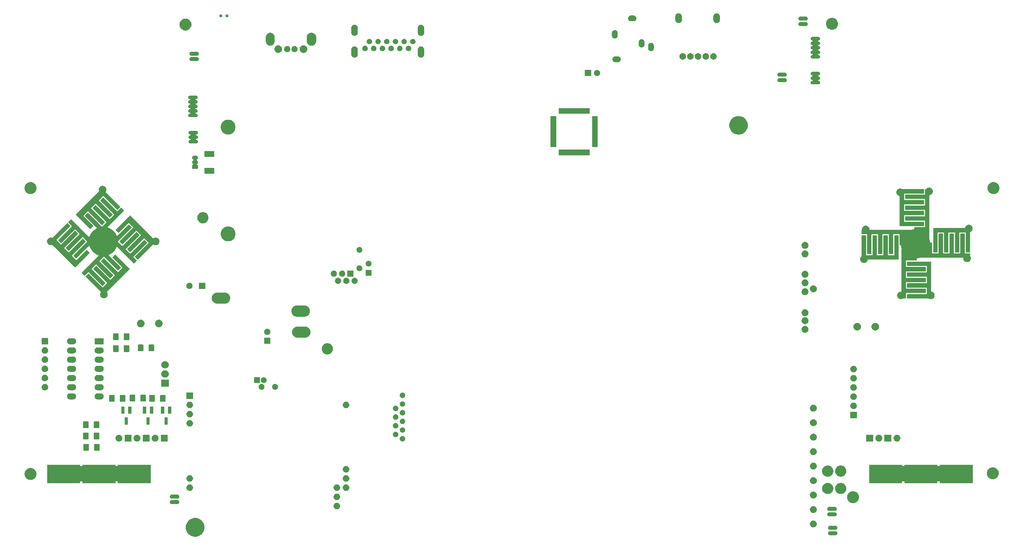
<source format=gbs>
G04 #@! TF.GenerationSoftware,KiCad,Pcbnew,(5.1.5-0-10_14)*
G04 #@! TF.CreationDate,2020-07-09T12:53:03+12:00*
G04 #@! TF.ProjectId,PS2BaseMount,50533242-6173-4654-9d6f-756e742e6b69,rev?*
G04 #@! TF.SameCoordinates,Original*
G04 #@! TF.FileFunction,Soldermask,Bot*
G04 #@! TF.FilePolarity,Negative*
%FSLAX46Y46*%
G04 Gerber Fmt 4.6, Leading zero omitted, Abs format (unit mm)*
G04 Created by KiCad (PCBNEW (5.1.5-0-10_14)) date 2020-07-09 12:53:03*
%MOMM*%
%LPD*%
G04 APERTURE LIST*
%ADD10C,0.100000*%
G04 APERTURE END LIST*
D10*
G36*
X63660866Y-168818139D02*
G01*
X63827725Y-168851329D01*
X64299257Y-169046644D01*
X64541987Y-169208832D01*
X64723624Y-169330197D01*
X65084520Y-169691093D01*
X65205885Y-169872730D01*
X65368073Y-170115460D01*
X65531979Y-170511165D01*
X65563388Y-170586993D01*
X65662958Y-171087566D01*
X65662958Y-171597952D01*
X65631202Y-171757600D01*
X65563388Y-172098526D01*
X65368073Y-172570058D01*
X65319735Y-172642400D01*
X65084520Y-172994425D01*
X64723624Y-173355321D01*
X64641256Y-173410357D01*
X64299257Y-173638874D01*
X63827725Y-173834189D01*
X63660866Y-173867379D01*
X63327151Y-173933759D01*
X62816765Y-173933759D01*
X62483050Y-173867379D01*
X62316191Y-173834189D01*
X61844659Y-173638874D01*
X61502660Y-173410357D01*
X61420292Y-173355321D01*
X61059396Y-172994425D01*
X60824181Y-172642400D01*
X60775843Y-172570058D01*
X60580528Y-172098526D01*
X60512714Y-171757600D01*
X60480958Y-171597952D01*
X60480958Y-171087566D01*
X60580528Y-170586993D01*
X60611937Y-170511165D01*
X60775843Y-170115460D01*
X60938031Y-169872730D01*
X61059396Y-169691093D01*
X61420292Y-169330197D01*
X61601929Y-169208832D01*
X61844659Y-169046644D01*
X62316191Y-168851329D01*
X62483050Y-168818139D01*
X62816765Y-168751759D01*
X63327151Y-168751759D01*
X63660866Y-168818139D01*
G37*
G36*
X240058015Y-172406973D02*
G01*
X240161879Y-172438479D01*
X240189055Y-172453005D01*
X240257600Y-172489643D01*
X240341501Y-172558499D01*
X240410357Y-172642400D01*
X240446995Y-172710945D01*
X240461521Y-172738121D01*
X240493027Y-172841985D01*
X240503666Y-172950000D01*
X240493027Y-173058015D01*
X240461521Y-173161879D01*
X240461519Y-173161882D01*
X240410357Y-173257600D01*
X240341501Y-173341501D01*
X240257600Y-173410357D01*
X240189055Y-173446995D01*
X240161879Y-173461521D01*
X240058015Y-173493027D01*
X239977067Y-173501000D01*
X238422933Y-173501000D01*
X238341985Y-173493027D01*
X238238121Y-173461521D01*
X238210945Y-173446995D01*
X238142400Y-173410357D01*
X238058499Y-173341501D01*
X237989643Y-173257600D01*
X237938481Y-173161882D01*
X237938479Y-173161879D01*
X237906973Y-173058015D01*
X237896334Y-172950000D01*
X237906973Y-172841985D01*
X237938479Y-172738121D01*
X237953005Y-172710945D01*
X237989643Y-172642400D01*
X238058499Y-172558499D01*
X238142400Y-172489643D01*
X238210945Y-172453005D01*
X238238121Y-172438479D01*
X238341985Y-172406973D01*
X238422933Y-172399000D01*
X239977067Y-172399000D01*
X240058015Y-172406973D01*
G37*
G36*
X240058015Y-170906973D02*
G01*
X240161879Y-170938479D01*
X240189055Y-170953005D01*
X240257600Y-170989643D01*
X240341501Y-171058499D01*
X240410357Y-171142400D01*
X240417728Y-171156191D01*
X240461521Y-171238121D01*
X240493027Y-171341985D01*
X240503666Y-171450000D01*
X240493027Y-171558015D01*
X240461521Y-171661879D01*
X240461519Y-171661882D01*
X240410357Y-171757600D01*
X240341501Y-171841501D01*
X240257600Y-171910357D01*
X240189055Y-171946995D01*
X240161879Y-171961521D01*
X240058015Y-171993027D01*
X239977067Y-172001000D01*
X238422933Y-172001000D01*
X238341985Y-171993027D01*
X238238121Y-171961521D01*
X238210945Y-171946995D01*
X238142400Y-171910357D01*
X238058499Y-171841501D01*
X237989643Y-171757600D01*
X237938481Y-171661882D01*
X237938479Y-171661879D01*
X237906973Y-171558015D01*
X237896334Y-171450000D01*
X237906973Y-171341985D01*
X237938479Y-171238121D01*
X237982272Y-171156191D01*
X237989643Y-171142400D01*
X238058499Y-171058499D01*
X238142400Y-170989643D01*
X238210945Y-170953005D01*
X238238121Y-170938479D01*
X238341985Y-170906973D01*
X238422933Y-170899000D01*
X239977067Y-170899000D01*
X240058015Y-170906973D01*
G37*
G36*
X234122895Y-169503046D02*
G01*
X234295966Y-169574734D01*
X234295967Y-169574735D01*
X234451727Y-169678810D01*
X234584190Y-169811273D01*
X234584191Y-169811275D01*
X234688266Y-169967034D01*
X234759954Y-170140105D01*
X234796500Y-170323833D01*
X234796500Y-170511167D01*
X234759954Y-170694895D01*
X234688266Y-170867966D01*
X234688265Y-170867967D01*
X234584190Y-171023727D01*
X234451727Y-171156190D01*
X234373318Y-171208581D01*
X234295966Y-171260266D01*
X234122895Y-171331954D01*
X233939167Y-171368500D01*
X233751833Y-171368500D01*
X233568105Y-171331954D01*
X233395034Y-171260266D01*
X233317682Y-171208581D01*
X233239273Y-171156190D01*
X233106810Y-171023727D01*
X233002735Y-170867967D01*
X233002734Y-170867966D01*
X232931046Y-170694895D01*
X232894500Y-170511167D01*
X232894500Y-170323833D01*
X232931046Y-170140105D01*
X233002734Y-169967034D01*
X233106809Y-169811275D01*
X233106810Y-169811273D01*
X233239273Y-169678810D01*
X233395033Y-169574735D01*
X233395034Y-169574734D01*
X233568105Y-169503046D01*
X233751833Y-169466500D01*
X233939167Y-169466500D01*
X234122895Y-169503046D01*
G37*
G36*
X239858015Y-167206973D02*
G01*
X239961879Y-167238479D01*
X239989055Y-167253005D01*
X240057600Y-167289643D01*
X240141501Y-167358499D01*
X240210357Y-167442400D01*
X240246995Y-167510945D01*
X240261521Y-167538121D01*
X240293027Y-167641985D01*
X240303666Y-167750000D01*
X240293027Y-167858015D01*
X240261521Y-167961879D01*
X240261519Y-167961882D01*
X240210357Y-168057600D01*
X240141501Y-168141501D01*
X240057600Y-168210357D01*
X239989055Y-168246995D01*
X239961879Y-168261521D01*
X239858015Y-168293027D01*
X239777067Y-168301000D01*
X238222933Y-168301000D01*
X238141985Y-168293027D01*
X238038121Y-168261521D01*
X238010945Y-168246995D01*
X237942400Y-168210357D01*
X237858499Y-168141501D01*
X237789643Y-168057600D01*
X237738481Y-167961882D01*
X237738479Y-167961879D01*
X237706973Y-167858015D01*
X237696334Y-167750000D01*
X237706973Y-167641985D01*
X237738479Y-167538121D01*
X237753005Y-167510945D01*
X237789643Y-167442400D01*
X237858499Y-167358499D01*
X237942400Y-167289643D01*
X238010945Y-167253005D01*
X238038121Y-167238479D01*
X238141985Y-167206973D01*
X238222933Y-167199000D01*
X239777067Y-167199000D01*
X239858015Y-167206973D01*
G37*
G36*
X234122895Y-165503046D02*
G01*
X234295966Y-165574734D01*
X234295967Y-165574735D01*
X234451727Y-165678810D01*
X234584190Y-165811273D01*
X234584191Y-165811275D01*
X234688266Y-165967034D01*
X234759954Y-166140105D01*
X234796500Y-166323833D01*
X234796500Y-166511167D01*
X234759954Y-166694895D01*
X234688266Y-166867966D01*
X234688265Y-166867967D01*
X234584190Y-167023727D01*
X234451727Y-167156190D01*
X234373318Y-167208581D01*
X234295966Y-167260266D01*
X234122895Y-167331954D01*
X233939167Y-167368500D01*
X233751833Y-167368500D01*
X233568105Y-167331954D01*
X233395034Y-167260266D01*
X233317682Y-167208581D01*
X233239273Y-167156190D01*
X233106810Y-167023727D01*
X233002735Y-166867967D01*
X233002734Y-166867966D01*
X232931046Y-166694895D01*
X232894500Y-166511167D01*
X232894500Y-166323833D01*
X232931046Y-166140105D01*
X233002734Y-165967034D01*
X233106809Y-165811275D01*
X233106810Y-165811273D01*
X233239273Y-165678810D01*
X233395033Y-165574735D01*
X233395034Y-165574734D01*
X233568105Y-165503046D01*
X233751833Y-165466500D01*
X233939167Y-165466500D01*
X234122895Y-165503046D01*
G37*
G36*
X239858015Y-165706973D02*
G01*
X239961879Y-165738479D01*
X239989055Y-165753005D01*
X240057600Y-165789643D01*
X240141501Y-165858499D01*
X240210357Y-165942400D01*
X240246995Y-166010945D01*
X240261521Y-166038121D01*
X240293027Y-166141985D01*
X240303666Y-166250000D01*
X240293027Y-166358015D01*
X240261521Y-166461879D01*
X240261519Y-166461882D01*
X240210357Y-166557600D01*
X240141501Y-166641501D01*
X240057600Y-166710357D01*
X239989055Y-166746995D01*
X239961879Y-166761521D01*
X239858015Y-166793027D01*
X239777067Y-166801000D01*
X238222933Y-166801000D01*
X238141985Y-166793027D01*
X238038121Y-166761521D01*
X238010945Y-166746995D01*
X237942400Y-166710357D01*
X237858499Y-166641501D01*
X237789643Y-166557600D01*
X237738481Y-166461882D01*
X237738479Y-166461879D01*
X237706973Y-166358015D01*
X237696334Y-166250000D01*
X237706973Y-166141985D01*
X237738479Y-166038121D01*
X237753005Y-166010945D01*
X237789643Y-165942400D01*
X237858499Y-165858499D01*
X237942400Y-165789643D01*
X238010945Y-165753005D01*
X238038121Y-165738479D01*
X238141985Y-165706973D01*
X238222933Y-165699000D01*
X239777067Y-165699000D01*
X239858015Y-165706973D01*
G37*
G36*
X102325470Y-164556686D02*
G01*
X102474770Y-164586383D01*
X102638742Y-164654303D01*
X102786312Y-164752906D01*
X102911811Y-164878405D01*
X103010414Y-165025975D01*
X103078334Y-165189947D01*
X103112958Y-165364018D01*
X103112958Y-165541500D01*
X103078334Y-165715571D01*
X103010414Y-165879543D01*
X102911811Y-166027113D01*
X102786312Y-166152612D01*
X102638742Y-166251215D01*
X102474770Y-166319135D01*
X102325470Y-166348832D01*
X102300700Y-166353759D01*
X102123216Y-166353759D01*
X102098446Y-166348832D01*
X101949146Y-166319135D01*
X101785174Y-166251215D01*
X101637604Y-166152612D01*
X101512105Y-166027113D01*
X101413502Y-165879543D01*
X101345582Y-165715571D01*
X101310958Y-165541500D01*
X101310958Y-165364018D01*
X101345582Y-165189947D01*
X101413502Y-165025975D01*
X101512105Y-164878405D01*
X101637604Y-164752906D01*
X101785174Y-164654303D01*
X101949146Y-164586383D01*
X102098446Y-164556686D01*
X102123216Y-164551759D01*
X102300700Y-164551759D01*
X102325470Y-164556686D01*
G37*
G36*
X58258015Y-163806973D02*
G01*
X58361879Y-163838479D01*
X58389055Y-163853005D01*
X58457600Y-163889643D01*
X58541501Y-163958499D01*
X58610357Y-164042400D01*
X58646995Y-164110945D01*
X58661521Y-164138121D01*
X58693027Y-164241985D01*
X58703666Y-164350000D01*
X58693027Y-164458015D01*
X58661521Y-164561879D01*
X58647798Y-164587553D01*
X58610357Y-164657600D01*
X58541501Y-164741501D01*
X58457600Y-164810357D01*
X58389055Y-164846995D01*
X58361879Y-164861521D01*
X58258015Y-164893027D01*
X58177067Y-164901000D01*
X56622933Y-164901000D01*
X56541985Y-164893027D01*
X56438121Y-164861521D01*
X56410945Y-164846995D01*
X56342400Y-164810357D01*
X56258499Y-164741501D01*
X56189643Y-164657600D01*
X56152202Y-164587553D01*
X56138479Y-164561879D01*
X56106973Y-164458015D01*
X56096334Y-164350000D01*
X56106973Y-164241985D01*
X56138479Y-164138121D01*
X56153005Y-164110945D01*
X56189643Y-164042400D01*
X56258499Y-163958499D01*
X56342400Y-163889643D01*
X56410945Y-163853005D01*
X56438121Y-163838479D01*
X56541985Y-163806973D01*
X56622933Y-163799000D01*
X58177067Y-163799000D01*
X58258015Y-163806973D01*
G37*
G36*
X245175256Y-161391298D02*
G01*
X245281579Y-161412447D01*
X245412074Y-161466500D01*
X245500307Y-161503047D01*
X245582042Y-161536903D01*
X245852451Y-161717585D01*
X246082415Y-161947549D01*
X246211076Y-162140104D01*
X246263098Y-162217960D01*
X246387553Y-162518422D01*
X246451000Y-162837389D01*
X246451000Y-163162611D01*
X246417315Y-163331954D01*
X246387553Y-163481579D01*
X246263097Y-163782042D01*
X246082415Y-164052451D01*
X245852451Y-164282415D01*
X245582042Y-164463097D01*
X245281579Y-164587553D01*
X245175256Y-164608702D01*
X244962611Y-164651000D01*
X244637389Y-164651000D01*
X244424744Y-164608702D01*
X244318421Y-164587553D01*
X244017958Y-164463097D01*
X243747549Y-164282415D01*
X243517585Y-164052451D01*
X243336903Y-163782042D01*
X243212447Y-163481579D01*
X243182685Y-163331954D01*
X243149000Y-163162611D01*
X243149000Y-162837389D01*
X243212447Y-162518422D01*
X243336902Y-162217960D01*
X243388924Y-162140104D01*
X243517585Y-161947549D01*
X243747549Y-161717585D01*
X244017958Y-161536903D01*
X244099694Y-161503047D01*
X244187926Y-161466500D01*
X244318421Y-161412447D01*
X244424744Y-161391298D01*
X244637389Y-161349000D01*
X244962611Y-161349000D01*
X245175256Y-161391298D01*
G37*
G36*
X102325470Y-162016686D02*
G01*
X102474770Y-162046383D01*
X102638742Y-162114303D01*
X102786312Y-162212906D01*
X102911811Y-162338405D01*
X103010414Y-162485975D01*
X103078334Y-162649947D01*
X103112958Y-162824018D01*
X103112958Y-163001500D01*
X103078334Y-163175571D01*
X103010414Y-163339543D01*
X102911811Y-163487113D01*
X102786312Y-163612612D01*
X102638742Y-163711215D01*
X102474770Y-163779135D01*
X102334815Y-163806973D01*
X102300700Y-163813759D01*
X102123216Y-163813759D01*
X102089101Y-163806973D01*
X101949146Y-163779135D01*
X101785174Y-163711215D01*
X101637604Y-163612612D01*
X101512105Y-163487113D01*
X101413502Y-163339543D01*
X101345582Y-163175571D01*
X101310958Y-163001500D01*
X101310958Y-162824018D01*
X101345582Y-162649947D01*
X101413502Y-162485975D01*
X101512105Y-162338405D01*
X101637604Y-162212906D01*
X101785174Y-162114303D01*
X101949146Y-162046383D01*
X102098446Y-162016686D01*
X102123216Y-162011759D01*
X102300700Y-162011759D01*
X102325470Y-162016686D01*
G37*
G36*
X58258015Y-162306973D02*
G01*
X58361879Y-162338479D01*
X58389055Y-162353005D01*
X58457600Y-162389643D01*
X58541501Y-162458499D01*
X58610357Y-162542400D01*
X58646995Y-162610945D01*
X58661521Y-162638121D01*
X58693027Y-162741985D01*
X58703666Y-162850000D01*
X58693027Y-162958015D01*
X58661521Y-163061879D01*
X58661519Y-163061882D01*
X58610357Y-163157600D01*
X58541501Y-163241501D01*
X58457600Y-163310357D01*
X58403000Y-163339541D01*
X58361879Y-163361521D01*
X58258015Y-163393027D01*
X58177067Y-163401000D01*
X56622933Y-163401000D01*
X56541985Y-163393027D01*
X56438121Y-163361521D01*
X56397000Y-163339541D01*
X56342400Y-163310357D01*
X56258499Y-163241501D01*
X56189643Y-163157600D01*
X56138481Y-163061882D01*
X56138479Y-163061879D01*
X56106973Y-162958015D01*
X56096334Y-162850000D01*
X56106973Y-162741985D01*
X56138479Y-162638121D01*
X56153005Y-162610945D01*
X56189643Y-162542400D01*
X56258499Y-162458499D01*
X56342400Y-162389643D01*
X56410945Y-162353005D01*
X56438121Y-162338479D01*
X56541985Y-162306973D01*
X56622933Y-162299000D01*
X58177067Y-162299000D01*
X58258015Y-162306973D01*
G37*
G36*
X234122895Y-161503046D02*
G01*
X234295966Y-161574734D01*
X234316875Y-161588705D01*
X234451727Y-161678810D01*
X234584190Y-161811273D01*
X234584191Y-161811275D01*
X234688266Y-161967034D01*
X234759954Y-162140105D01*
X234796500Y-162323833D01*
X234796500Y-162511167D01*
X234759954Y-162694895D01*
X234688266Y-162867966D01*
X234688265Y-162867967D01*
X234584190Y-163023727D01*
X234451727Y-163156190D01*
X234422721Y-163175571D01*
X234295966Y-163260266D01*
X234122895Y-163331954D01*
X233939167Y-163368500D01*
X233751833Y-163368500D01*
X233568105Y-163331954D01*
X233395034Y-163260266D01*
X233268279Y-163175571D01*
X233239273Y-163156190D01*
X233106810Y-163023727D01*
X233002735Y-162867967D01*
X233002734Y-162867966D01*
X232931046Y-162694895D01*
X232894500Y-162511167D01*
X232894500Y-162323833D01*
X232931046Y-162140105D01*
X233002734Y-161967034D01*
X233106809Y-161811275D01*
X233106810Y-161811273D01*
X233239273Y-161678810D01*
X233374125Y-161588705D01*
X233395034Y-161574734D01*
X233568105Y-161503046D01*
X233751833Y-161466500D01*
X233939167Y-161466500D01*
X234122895Y-161503046D01*
G37*
G36*
X241702585Y-159078802D02*
G01*
X241852410Y-159108604D01*
X242134674Y-159225521D01*
X242388705Y-159395259D01*
X242604741Y-159611295D01*
X242774479Y-159865326D01*
X242891396Y-160147590D01*
X242951000Y-160447240D01*
X242951000Y-160752760D01*
X242891396Y-161052410D01*
X242774479Y-161334674D01*
X242604741Y-161588705D01*
X242388705Y-161804741D01*
X242134674Y-161974479D01*
X241852410Y-162091396D01*
X241702585Y-162121198D01*
X241552761Y-162151000D01*
X241247239Y-162151000D01*
X241097415Y-162121198D01*
X240947590Y-162091396D01*
X240665326Y-161974479D01*
X240411295Y-161804741D01*
X240195259Y-161588705D01*
X240025521Y-161334674D01*
X239908604Y-161052410D01*
X239849000Y-160752760D01*
X239849000Y-160447240D01*
X239908604Y-160147590D01*
X240025521Y-159865326D01*
X240195259Y-159611295D01*
X240411295Y-159395259D01*
X240665326Y-159225521D01*
X240947590Y-159108604D01*
X241097415Y-159078802D01*
X241247239Y-159049000D01*
X241552761Y-159049000D01*
X241702585Y-159078802D01*
G37*
G36*
X238102585Y-159078802D02*
G01*
X238252410Y-159108604D01*
X238534674Y-159225521D01*
X238788705Y-159395259D01*
X239004741Y-159611295D01*
X239174479Y-159865326D01*
X239291396Y-160147590D01*
X239351000Y-160447240D01*
X239351000Y-160752760D01*
X239291396Y-161052410D01*
X239174479Y-161334674D01*
X239004741Y-161588705D01*
X238788705Y-161804741D01*
X238534674Y-161974479D01*
X238252410Y-162091396D01*
X238102585Y-162121198D01*
X237952761Y-162151000D01*
X237647239Y-162151000D01*
X237497415Y-162121198D01*
X237347590Y-162091396D01*
X237065326Y-161974479D01*
X236811295Y-161804741D01*
X236595259Y-161588705D01*
X236425521Y-161334674D01*
X236308604Y-161052410D01*
X236249000Y-160752760D01*
X236249000Y-160447240D01*
X236308604Y-160147590D01*
X236425521Y-159865326D01*
X236595259Y-159611295D01*
X236811295Y-159395259D01*
X237065326Y-159225521D01*
X237347590Y-159108604D01*
X237497415Y-159078802D01*
X237647239Y-159049000D01*
X237952761Y-159049000D01*
X238102585Y-159078802D01*
G37*
G36*
X104865470Y-159476686D02*
G01*
X105014770Y-159506383D01*
X105178742Y-159574303D01*
X105326312Y-159672906D01*
X105451811Y-159798405D01*
X105550414Y-159945975D01*
X105618334Y-160109947D01*
X105652958Y-160284018D01*
X105652958Y-160461500D01*
X105618334Y-160635571D01*
X105550414Y-160799543D01*
X105451811Y-160947113D01*
X105326312Y-161072612D01*
X105178742Y-161171215D01*
X105014770Y-161239135D01*
X104865470Y-161268832D01*
X104840700Y-161273759D01*
X104663216Y-161273759D01*
X104638446Y-161268832D01*
X104489146Y-161239135D01*
X104325174Y-161171215D01*
X104177604Y-161072612D01*
X104052105Y-160947113D01*
X103953502Y-160799543D01*
X103885582Y-160635571D01*
X103850958Y-160461500D01*
X103850958Y-160284018D01*
X103885582Y-160109947D01*
X103953502Y-159945975D01*
X104052105Y-159798405D01*
X104177604Y-159672906D01*
X104325174Y-159574303D01*
X104489146Y-159506383D01*
X104638446Y-159476686D01*
X104663216Y-159471759D01*
X104840700Y-159471759D01*
X104865470Y-159476686D01*
G37*
G36*
X102325470Y-159476686D02*
G01*
X102474770Y-159506383D01*
X102638742Y-159574303D01*
X102786312Y-159672906D01*
X102911811Y-159798405D01*
X103010414Y-159945975D01*
X103078334Y-160109947D01*
X103112958Y-160284018D01*
X103112958Y-160461500D01*
X103078334Y-160635571D01*
X103010414Y-160799543D01*
X102911811Y-160947113D01*
X102786312Y-161072612D01*
X102638742Y-161171215D01*
X102474770Y-161239135D01*
X102325470Y-161268832D01*
X102300700Y-161273759D01*
X102123216Y-161273759D01*
X102098446Y-161268832D01*
X101949146Y-161239135D01*
X101785174Y-161171215D01*
X101637604Y-161072612D01*
X101512105Y-160947113D01*
X101413502Y-160799543D01*
X101345582Y-160635571D01*
X101310958Y-160461500D01*
X101310958Y-160284018D01*
X101345582Y-160109947D01*
X101413502Y-159945975D01*
X101512105Y-159798405D01*
X101637604Y-159672906D01*
X101785174Y-159574303D01*
X101949146Y-159506383D01*
X102098446Y-159476686D01*
X102123216Y-159471759D01*
X102300700Y-159471759D01*
X102325470Y-159476686D01*
G37*
G36*
X61685470Y-159476686D02*
G01*
X61834770Y-159506383D01*
X61998742Y-159574303D01*
X62146312Y-159672906D01*
X62271811Y-159798405D01*
X62370414Y-159945975D01*
X62438334Y-160109947D01*
X62472958Y-160284018D01*
X62472958Y-160461500D01*
X62438334Y-160635571D01*
X62370414Y-160799543D01*
X62271811Y-160947113D01*
X62146312Y-161072612D01*
X61998742Y-161171215D01*
X61834770Y-161239135D01*
X61685470Y-161268832D01*
X61660700Y-161273759D01*
X61483216Y-161273759D01*
X61458446Y-161268832D01*
X61309146Y-161239135D01*
X61145174Y-161171215D01*
X60997604Y-161072612D01*
X60872105Y-160947113D01*
X60773502Y-160799543D01*
X60705582Y-160635571D01*
X60670958Y-160461500D01*
X60670958Y-160284018D01*
X60705582Y-160109947D01*
X60773502Y-159945975D01*
X60872105Y-159798405D01*
X60997604Y-159672906D01*
X61145174Y-159574303D01*
X61309146Y-159506383D01*
X61458446Y-159476686D01*
X61483216Y-159471759D01*
X61660700Y-159471759D01*
X61685470Y-159476686D01*
G37*
G36*
X234122895Y-157503046D02*
G01*
X234295966Y-157574734D01*
X234295967Y-157574735D01*
X234451727Y-157678810D01*
X234584190Y-157811273D01*
X234618818Y-157863098D01*
X234688266Y-157967034D01*
X234759954Y-158140105D01*
X234796500Y-158323833D01*
X234796500Y-158511167D01*
X234759954Y-158694895D01*
X234688266Y-158867966D01*
X234688265Y-158867967D01*
X234584190Y-159023727D01*
X234451727Y-159156190D01*
X234373318Y-159208581D01*
X234295966Y-159260266D01*
X234122895Y-159331954D01*
X233939167Y-159368500D01*
X233751833Y-159368500D01*
X233568105Y-159331954D01*
X233395034Y-159260266D01*
X233317682Y-159208581D01*
X233239273Y-159156190D01*
X233106810Y-159023727D01*
X233002735Y-158867967D01*
X233002734Y-158867966D01*
X232931046Y-158694895D01*
X232894500Y-158511167D01*
X232894500Y-158323833D01*
X232931046Y-158140105D01*
X233002734Y-157967034D01*
X233072182Y-157863098D01*
X233106810Y-157811273D01*
X233239273Y-157678810D01*
X233395033Y-157574735D01*
X233395034Y-157574734D01*
X233568105Y-157503046D01*
X233751833Y-157466500D01*
X233939167Y-157466500D01*
X234122895Y-157503046D01*
G37*
G36*
X31259999Y-154049737D02*
G01*
X31269608Y-154052652D01*
X31278472Y-154057390D01*
X31286237Y-154063763D01*
X31292610Y-154071528D01*
X31297348Y-154080392D01*
X31300263Y-154090001D01*
X31301852Y-154106140D01*
X31301852Y-154273149D01*
X31304254Y-154297535D01*
X31311367Y-154320984D01*
X31322918Y-154342595D01*
X31338463Y-154361537D01*
X31357405Y-154377082D01*
X31379016Y-154388633D01*
X31402465Y-154395746D01*
X31426851Y-154398148D01*
X31824001Y-154398148D01*
X31848387Y-154395746D01*
X31871836Y-154388633D01*
X31893447Y-154377082D01*
X31912389Y-154361537D01*
X31927934Y-154342595D01*
X31939485Y-154320984D01*
X31946598Y-154297535D01*
X31949000Y-154273149D01*
X31949000Y-154049000D01*
X41051000Y-154049000D01*
X41051000Y-154273149D01*
X41053402Y-154297535D01*
X41060515Y-154320984D01*
X41072066Y-154342595D01*
X41087611Y-154361537D01*
X41106553Y-154377082D01*
X41128164Y-154388633D01*
X41151613Y-154395746D01*
X41175999Y-154398148D01*
X41574001Y-154398148D01*
X41598387Y-154395746D01*
X41621836Y-154388633D01*
X41643447Y-154377082D01*
X41662389Y-154361537D01*
X41677934Y-154342595D01*
X41689485Y-154320984D01*
X41696598Y-154297535D01*
X41699000Y-154273149D01*
X41699000Y-154049000D01*
X50801000Y-154049000D01*
X50801000Y-159151000D01*
X41699000Y-159151000D01*
X41699000Y-158726851D01*
X41696598Y-158702465D01*
X41689485Y-158679016D01*
X41677934Y-158657405D01*
X41662389Y-158638463D01*
X41643447Y-158622918D01*
X41621836Y-158611367D01*
X41598387Y-158604254D01*
X41574001Y-158601852D01*
X41175999Y-158601852D01*
X41151613Y-158604254D01*
X41128164Y-158611367D01*
X41106553Y-158622918D01*
X41087611Y-158638463D01*
X41072066Y-158657405D01*
X41060515Y-158679016D01*
X41053402Y-158702465D01*
X41051000Y-158726851D01*
X41051000Y-159151000D01*
X31949000Y-159151000D01*
X31949000Y-158726851D01*
X31946598Y-158702465D01*
X31939485Y-158679016D01*
X31927934Y-158657405D01*
X31912389Y-158638463D01*
X31893447Y-158622918D01*
X31871836Y-158611367D01*
X31848387Y-158604254D01*
X31824001Y-158601852D01*
X31426851Y-158601852D01*
X31402465Y-158604254D01*
X31379016Y-158611367D01*
X31357405Y-158622918D01*
X31338463Y-158638463D01*
X31322918Y-158657405D01*
X31311367Y-158679016D01*
X31304254Y-158702465D01*
X31301852Y-158726851D01*
X31301852Y-159093860D01*
X31300263Y-159109999D01*
X31297348Y-159119608D01*
X31292610Y-159128472D01*
X31286237Y-159136237D01*
X31278472Y-159142610D01*
X31269608Y-159147348D01*
X31259999Y-159150263D01*
X31243860Y-159151852D01*
X22256140Y-159151852D01*
X22240001Y-159150263D01*
X22230392Y-159147348D01*
X22221528Y-159142610D01*
X22213763Y-159136237D01*
X22207390Y-159128472D01*
X22202652Y-159119608D01*
X22199737Y-159109999D01*
X22198148Y-159093860D01*
X22198148Y-154106140D01*
X22199737Y-154090001D01*
X22202652Y-154080392D01*
X22207390Y-154071528D01*
X22213763Y-154063763D01*
X22221528Y-154057390D01*
X22230392Y-154052652D01*
X22240001Y-154049737D01*
X22256140Y-154048148D01*
X31243860Y-154048148D01*
X31259999Y-154049737D01*
G37*
G36*
X258313999Y-154049737D02*
G01*
X258323608Y-154052652D01*
X258332472Y-154057390D01*
X258340237Y-154063763D01*
X258346610Y-154071528D01*
X258351348Y-154080392D01*
X258354263Y-154090001D01*
X258355852Y-154106140D01*
X258355852Y-154273149D01*
X258358254Y-154297535D01*
X258365367Y-154320984D01*
X258376918Y-154342595D01*
X258392463Y-154361537D01*
X258411405Y-154377082D01*
X258433016Y-154388633D01*
X258456465Y-154395746D01*
X258480851Y-154398148D01*
X258878001Y-154398148D01*
X258902387Y-154395746D01*
X258925836Y-154388633D01*
X258947447Y-154377082D01*
X258966389Y-154361537D01*
X258981934Y-154342595D01*
X258993485Y-154320984D01*
X259000598Y-154297535D01*
X259003000Y-154273149D01*
X259003000Y-154049000D01*
X268105000Y-154049000D01*
X268105000Y-154273149D01*
X268107402Y-154297535D01*
X268114515Y-154320984D01*
X268126066Y-154342595D01*
X268141611Y-154361537D01*
X268160553Y-154377082D01*
X268182164Y-154388633D01*
X268205613Y-154395746D01*
X268229999Y-154398148D01*
X268628001Y-154398148D01*
X268652387Y-154395746D01*
X268675836Y-154388633D01*
X268697447Y-154377082D01*
X268716389Y-154361537D01*
X268731934Y-154342595D01*
X268743485Y-154320984D01*
X268750598Y-154297535D01*
X268753000Y-154273149D01*
X268753000Y-154049000D01*
X277855000Y-154049000D01*
X277855000Y-159151000D01*
X268753000Y-159151000D01*
X268753000Y-158726851D01*
X268750598Y-158702465D01*
X268743485Y-158679016D01*
X268731934Y-158657405D01*
X268716389Y-158638463D01*
X268697447Y-158622918D01*
X268675836Y-158611367D01*
X268652387Y-158604254D01*
X268628001Y-158601852D01*
X268229999Y-158601852D01*
X268205613Y-158604254D01*
X268182164Y-158611367D01*
X268160553Y-158622918D01*
X268141611Y-158638463D01*
X268126066Y-158657405D01*
X268114515Y-158679016D01*
X268107402Y-158702465D01*
X268105000Y-158726851D01*
X268105000Y-159151000D01*
X259003000Y-159151000D01*
X259003000Y-158726851D01*
X259000598Y-158702465D01*
X258993485Y-158679016D01*
X258981934Y-158657405D01*
X258966389Y-158638463D01*
X258947447Y-158622918D01*
X258925836Y-158611367D01*
X258902387Y-158604254D01*
X258878001Y-158601852D01*
X258480851Y-158601852D01*
X258456465Y-158604254D01*
X258433016Y-158611367D01*
X258411405Y-158622918D01*
X258392463Y-158638463D01*
X258376918Y-158657405D01*
X258365367Y-158679016D01*
X258358254Y-158702465D01*
X258355852Y-158726851D01*
X258355852Y-159093860D01*
X258354263Y-159109999D01*
X258351348Y-159119608D01*
X258346610Y-159128472D01*
X258340237Y-159136237D01*
X258332472Y-159142610D01*
X258323608Y-159147348D01*
X258313999Y-159150263D01*
X258297860Y-159151852D01*
X249310140Y-159151852D01*
X249294001Y-159150263D01*
X249284392Y-159147348D01*
X249275528Y-159142610D01*
X249267763Y-159136237D01*
X249261390Y-159128472D01*
X249256652Y-159119608D01*
X249253737Y-159109999D01*
X249252148Y-159093860D01*
X249252148Y-154106140D01*
X249253737Y-154090001D01*
X249256652Y-154080392D01*
X249261390Y-154071528D01*
X249267763Y-154063763D01*
X249275528Y-154057390D01*
X249284392Y-154052652D01*
X249294001Y-154049737D01*
X249310140Y-154048148D01*
X258297860Y-154048148D01*
X258313999Y-154049737D01*
G37*
G36*
X104865470Y-156936686D02*
G01*
X105014770Y-156966383D01*
X105178742Y-157034303D01*
X105326312Y-157132906D01*
X105451811Y-157258405D01*
X105550414Y-157405975D01*
X105618334Y-157569947D01*
X105652958Y-157744018D01*
X105652958Y-157921500D01*
X105618334Y-158095571D01*
X105550414Y-158259543D01*
X105451811Y-158407113D01*
X105326312Y-158532612D01*
X105178742Y-158631215D01*
X105014770Y-158699135D01*
X104865470Y-158728832D01*
X104840700Y-158733759D01*
X104663216Y-158733759D01*
X104638446Y-158728832D01*
X104489146Y-158699135D01*
X104325174Y-158631215D01*
X104177604Y-158532612D01*
X104052105Y-158407113D01*
X103953502Y-158259543D01*
X103885582Y-158095571D01*
X103850958Y-157921500D01*
X103850958Y-157744018D01*
X103885582Y-157569947D01*
X103953502Y-157405975D01*
X104052105Y-157258405D01*
X104177604Y-157132906D01*
X104325174Y-157034303D01*
X104489146Y-156966383D01*
X104638446Y-156936686D01*
X104663216Y-156931759D01*
X104840700Y-156931759D01*
X104865470Y-156936686D01*
G37*
G36*
X61685470Y-156936686D02*
G01*
X61834770Y-156966383D01*
X61998742Y-157034303D01*
X62146312Y-157132906D01*
X62271811Y-157258405D01*
X62370414Y-157405975D01*
X62438334Y-157569947D01*
X62472958Y-157744018D01*
X62472958Y-157921500D01*
X62438334Y-158095571D01*
X62370414Y-158259543D01*
X62271811Y-158407113D01*
X62146312Y-158532612D01*
X61998742Y-158631215D01*
X61834770Y-158699135D01*
X61685470Y-158728832D01*
X61660700Y-158733759D01*
X61483216Y-158733759D01*
X61458446Y-158728832D01*
X61309146Y-158699135D01*
X61145174Y-158631215D01*
X60997604Y-158532612D01*
X60872105Y-158407113D01*
X60773502Y-158259543D01*
X60705582Y-158095571D01*
X60670958Y-157921500D01*
X60670958Y-157744018D01*
X60705582Y-157569947D01*
X60773502Y-157405975D01*
X60872105Y-157258405D01*
X60997604Y-157132906D01*
X61145174Y-157034303D01*
X61309146Y-156966383D01*
X61458446Y-156936686D01*
X61483216Y-156931759D01*
X61660700Y-156931759D01*
X61685470Y-156936686D01*
G37*
G36*
X17975256Y-154991298D02*
G01*
X18081579Y-155012447D01*
X18382042Y-155136903D01*
X18652451Y-155317585D01*
X18882415Y-155547549D01*
X19063097Y-155817958D01*
X19187553Y-156118421D01*
X19202539Y-156193759D01*
X19251000Y-156437389D01*
X19251000Y-156762611D01*
X19217354Y-156931759D01*
X19187553Y-157081579D01*
X19063097Y-157382042D01*
X18882415Y-157652451D01*
X18652451Y-157882415D01*
X18382042Y-158063097D01*
X18081579Y-158187553D01*
X17975256Y-158208702D01*
X17762611Y-158251000D01*
X17437389Y-158251000D01*
X17224744Y-158208702D01*
X17118421Y-158187553D01*
X16817958Y-158063097D01*
X16547549Y-157882415D01*
X16317585Y-157652451D01*
X16136903Y-157382042D01*
X16012447Y-157081579D01*
X15982646Y-156931759D01*
X15949000Y-156762611D01*
X15949000Y-156437389D01*
X15997461Y-156193759D01*
X16012447Y-156118421D01*
X16136903Y-155817958D01*
X16317585Y-155547549D01*
X16547549Y-155317585D01*
X16817958Y-155136903D01*
X17118421Y-155012447D01*
X17224744Y-154991298D01*
X17437389Y-154949000D01*
X17762611Y-154949000D01*
X17975256Y-154991298D01*
G37*
G36*
X283775256Y-154791298D02*
G01*
X283881579Y-154812447D01*
X284182042Y-154936903D01*
X284452451Y-155117585D01*
X284682415Y-155347549D01*
X284863097Y-155617958D01*
X284966301Y-155867113D01*
X284987553Y-155918422D01*
X285027336Y-156118421D01*
X285051000Y-156237391D01*
X285051000Y-156562609D01*
X284987553Y-156881579D01*
X284863097Y-157182042D01*
X284682415Y-157452451D01*
X284452451Y-157682415D01*
X284182042Y-157863097D01*
X283881579Y-157987553D01*
X283775256Y-158008702D01*
X283562611Y-158051000D01*
X283237389Y-158051000D01*
X283024744Y-158008702D01*
X282918421Y-157987553D01*
X282617958Y-157863097D01*
X282347549Y-157682415D01*
X282117585Y-157452451D01*
X281936903Y-157182042D01*
X281812447Y-156881579D01*
X281749000Y-156562609D01*
X281749000Y-156237391D01*
X281772665Y-156118421D01*
X281812447Y-155918422D01*
X281833700Y-155867113D01*
X281936903Y-155617958D01*
X282117585Y-155347549D01*
X282347549Y-155117585D01*
X282617958Y-154936903D01*
X282918421Y-154812447D01*
X283024744Y-154791298D01*
X283237389Y-154749000D01*
X283562611Y-154749000D01*
X283775256Y-154791298D01*
G37*
G36*
X238102585Y-154278802D02*
G01*
X238252410Y-154308604D01*
X238534674Y-154425521D01*
X238788705Y-154595259D01*
X239004741Y-154811295D01*
X239174479Y-155065326D01*
X239291396Y-155347590D01*
X239291396Y-155347591D01*
X239345176Y-155617958D01*
X239351000Y-155647240D01*
X239351000Y-155952760D01*
X239291396Y-156252410D01*
X239174479Y-156534674D01*
X239004741Y-156788705D01*
X238788705Y-157004741D01*
X238534674Y-157174479D01*
X238252410Y-157291396D01*
X238102585Y-157321198D01*
X237952761Y-157351000D01*
X237647239Y-157351000D01*
X237497415Y-157321198D01*
X237347590Y-157291396D01*
X237065326Y-157174479D01*
X236811295Y-157004741D01*
X236595259Y-156788705D01*
X236425521Y-156534674D01*
X236308604Y-156252410D01*
X236249000Y-155952760D01*
X236249000Y-155647240D01*
X236254825Y-155617958D01*
X236308604Y-155347591D01*
X236308604Y-155347590D01*
X236425521Y-155065326D01*
X236595259Y-154811295D01*
X236811295Y-154595259D01*
X237065326Y-154425521D01*
X237347590Y-154308604D01*
X237497415Y-154278802D01*
X237647239Y-154249000D01*
X237952761Y-154249000D01*
X238102585Y-154278802D01*
G37*
G36*
X241702585Y-154278802D02*
G01*
X241852410Y-154308604D01*
X242134674Y-154425521D01*
X242388705Y-154595259D01*
X242604741Y-154811295D01*
X242774479Y-155065326D01*
X242891396Y-155347590D01*
X242891396Y-155347591D01*
X242945176Y-155617958D01*
X242951000Y-155647240D01*
X242951000Y-155952760D01*
X242891396Y-156252410D01*
X242774479Y-156534674D01*
X242604741Y-156788705D01*
X242388705Y-157004741D01*
X242134674Y-157174479D01*
X241852410Y-157291396D01*
X241702585Y-157321198D01*
X241552761Y-157351000D01*
X241247239Y-157351000D01*
X241097415Y-157321198D01*
X240947590Y-157291396D01*
X240665326Y-157174479D01*
X240411295Y-157004741D01*
X240195259Y-156788705D01*
X240025521Y-156534674D01*
X239908604Y-156252410D01*
X239849000Y-155952760D01*
X239849000Y-155647240D01*
X239854825Y-155617958D01*
X239908604Y-155347591D01*
X239908604Y-155347590D01*
X240025521Y-155065326D01*
X240195259Y-154811295D01*
X240411295Y-154595259D01*
X240665326Y-154425521D01*
X240947590Y-154308604D01*
X241097415Y-154278802D01*
X241247239Y-154249000D01*
X241552761Y-154249000D01*
X241702585Y-154278802D01*
G37*
G36*
X104860744Y-154395746D02*
G01*
X105014770Y-154426383D01*
X105178742Y-154494303D01*
X105326312Y-154592906D01*
X105451811Y-154718405D01*
X105550414Y-154865975D01*
X105618334Y-155029947D01*
X105652958Y-155204018D01*
X105652958Y-155381500D01*
X105618334Y-155555571D01*
X105550414Y-155719543D01*
X105451811Y-155867113D01*
X105326312Y-155992612D01*
X105178742Y-156091215D01*
X105014770Y-156159135D01*
X104865470Y-156188832D01*
X104840700Y-156193759D01*
X104663216Y-156193759D01*
X104638446Y-156188832D01*
X104489146Y-156159135D01*
X104325174Y-156091215D01*
X104177604Y-155992612D01*
X104052105Y-155867113D01*
X103953502Y-155719543D01*
X103885582Y-155555571D01*
X103850958Y-155381500D01*
X103850958Y-155204018D01*
X103885582Y-155029947D01*
X103953502Y-154865975D01*
X104052105Y-154718405D01*
X104177604Y-154592906D01*
X104325174Y-154494303D01*
X104489146Y-154426383D01*
X104643172Y-154395746D01*
X104663216Y-154391759D01*
X104840700Y-154391759D01*
X104860744Y-154395746D01*
G37*
G36*
X234122895Y-153503046D02*
G01*
X234295966Y-153574734D01*
X234295967Y-153574735D01*
X234451727Y-153678810D01*
X234584190Y-153811273D01*
X234584191Y-153811275D01*
X234688266Y-153967034D01*
X234759954Y-154140105D01*
X234796500Y-154323833D01*
X234796500Y-154511167D01*
X234759954Y-154694895D01*
X234688266Y-154867966D01*
X234688265Y-154867967D01*
X234584190Y-155023727D01*
X234451727Y-155156190D01*
X234380148Y-155204017D01*
X234295966Y-155260266D01*
X234122895Y-155331954D01*
X233939167Y-155368500D01*
X233751833Y-155368500D01*
X233568105Y-155331954D01*
X233395034Y-155260266D01*
X233310852Y-155204017D01*
X233239273Y-155156190D01*
X233106810Y-155023727D01*
X233002735Y-154867967D01*
X233002734Y-154867966D01*
X232931046Y-154694895D01*
X232894500Y-154511167D01*
X232894500Y-154323833D01*
X232931046Y-154140105D01*
X233002734Y-153967034D01*
X233106809Y-153811275D01*
X233106810Y-153811273D01*
X233239273Y-153678810D01*
X233395033Y-153574735D01*
X233395034Y-153574734D01*
X233568105Y-153503046D01*
X233751833Y-153466500D01*
X233939167Y-153466500D01*
X234122895Y-153503046D01*
G37*
G36*
X234122895Y-149503046D02*
G01*
X234295966Y-149574734D01*
X234295967Y-149574735D01*
X234451727Y-149678810D01*
X234584190Y-149811273D01*
X234584191Y-149811275D01*
X234688266Y-149967034D01*
X234759954Y-150140105D01*
X234796500Y-150323833D01*
X234796500Y-150511167D01*
X234759954Y-150694895D01*
X234688266Y-150867966D01*
X234688265Y-150867967D01*
X234584190Y-151023727D01*
X234451727Y-151156190D01*
X234373318Y-151208581D01*
X234295966Y-151260266D01*
X234122895Y-151331954D01*
X233939167Y-151368500D01*
X233751833Y-151368500D01*
X233568105Y-151331954D01*
X233395034Y-151260266D01*
X233317682Y-151208581D01*
X233239273Y-151156190D01*
X233106810Y-151023727D01*
X233002735Y-150867967D01*
X233002734Y-150867966D01*
X232931046Y-150694895D01*
X232894500Y-150511167D01*
X232894500Y-150323833D01*
X232931046Y-150140105D01*
X233002734Y-149967034D01*
X233106809Y-149811275D01*
X233106810Y-149811273D01*
X233239273Y-149678810D01*
X233395033Y-149574735D01*
X233395034Y-149574734D01*
X233568105Y-149503046D01*
X233751833Y-149466500D01*
X233939167Y-149466500D01*
X234122895Y-149503046D01*
G37*
G36*
X36542062Y-148288181D02*
G01*
X36576981Y-148298774D01*
X36609163Y-148315976D01*
X36637373Y-148339127D01*
X36660524Y-148367337D01*
X36677726Y-148399519D01*
X36688319Y-148434438D01*
X36692500Y-148476895D01*
X36692500Y-149943105D01*
X36688319Y-149985562D01*
X36677726Y-150020481D01*
X36660524Y-150052663D01*
X36637373Y-150080873D01*
X36609163Y-150104024D01*
X36576981Y-150121226D01*
X36542062Y-150131819D01*
X36499605Y-150136000D01*
X35358395Y-150136000D01*
X35315938Y-150131819D01*
X35281019Y-150121226D01*
X35248837Y-150104024D01*
X35220627Y-150080873D01*
X35197476Y-150052663D01*
X35180274Y-150020481D01*
X35169681Y-149985562D01*
X35165500Y-149943105D01*
X35165500Y-148476895D01*
X35169681Y-148434438D01*
X35180274Y-148399519D01*
X35197476Y-148367337D01*
X35220627Y-148339127D01*
X35248837Y-148315976D01*
X35281019Y-148298774D01*
X35315938Y-148288181D01*
X35358395Y-148284000D01*
X36499605Y-148284000D01*
X36542062Y-148288181D01*
G37*
G36*
X33567062Y-148288181D02*
G01*
X33601981Y-148298774D01*
X33634163Y-148315976D01*
X33662373Y-148339127D01*
X33685524Y-148367337D01*
X33702726Y-148399519D01*
X33713319Y-148434438D01*
X33717500Y-148476895D01*
X33717500Y-149943105D01*
X33713319Y-149985562D01*
X33702726Y-150020481D01*
X33685524Y-150052663D01*
X33662373Y-150080873D01*
X33634163Y-150104024D01*
X33601981Y-150121226D01*
X33567062Y-150131819D01*
X33524605Y-150136000D01*
X32383395Y-150136000D01*
X32340938Y-150131819D01*
X32306019Y-150121226D01*
X32273837Y-150104024D01*
X32245627Y-150080873D01*
X32222476Y-150052663D01*
X32205274Y-150020481D01*
X32194681Y-149985562D01*
X32190500Y-149943105D01*
X32190500Y-148476895D01*
X32194681Y-148434438D01*
X32205274Y-148399519D01*
X32222476Y-148367337D01*
X32245627Y-148339127D01*
X32273837Y-148315976D01*
X32306019Y-148298774D01*
X32340938Y-148288181D01*
X32383395Y-148284000D01*
X33524605Y-148284000D01*
X33567062Y-148288181D01*
G37*
G36*
X255351000Y-147661000D02*
G01*
X253449000Y-147661000D01*
X253449000Y-145759000D01*
X255351000Y-145759000D01*
X255351000Y-147661000D01*
G37*
G36*
X257217395Y-145795546D02*
G01*
X257390466Y-145867234D01*
X257467818Y-145918919D01*
X257546227Y-145971310D01*
X257678690Y-146103773D01*
X257700379Y-146136233D01*
X257782766Y-146259534D01*
X257854454Y-146432605D01*
X257891000Y-146616333D01*
X257891000Y-146803667D01*
X257854454Y-146987395D01*
X257782766Y-147160466D01*
X257782765Y-147160467D01*
X257678690Y-147316227D01*
X257546227Y-147448690D01*
X257467818Y-147501081D01*
X257390466Y-147552766D01*
X257217395Y-147624454D01*
X257033667Y-147661000D01*
X256846333Y-147661000D01*
X256662605Y-147624454D01*
X256489534Y-147552766D01*
X256412182Y-147501081D01*
X256333773Y-147448690D01*
X256201310Y-147316227D01*
X256097235Y-147160467D01*
X256097234Y-147160466D01*
X256025546Y-146987395D01*
X255989000Y-146803667D01*
X255989000Y-146616333D01*
X256025546Y-146432605D01*
X256097234Y-146259534D01*
X256179621Y-146136233D01*
X256201310Y-146103773D01*
X256333773Y-145971310D01*
X256412182Y-145918919D01*
X256489534Y-145867234D01*
X256662605Y-145795546D01*
X256846333Y-145759000D01*
X257033667Y-145759000D01*
X257217395Y-145795546D01*
G37*
G36*
X252217395Y-145795546D02*
G01*
X252390466Y-145867234D01*
X252467818Y-145918919D01*
X252546227Y-145971310D01*
X252678690Y-146103773D01*
X252700379Y-146136233D01*
X252782766Y-146259534D01*
X252854454Y-146432605D01*
X252891000Y-146616333D01*
X252891000Y-146803667D01*
X252854454Y-146987395D01*
X252782766Y-147160466D01*
X252782765Y-147160467D01*
X252678690Y-147316227D01*
X252546227Y-147448690D01*
X252467818Y-147501081D01*
X252390466Y-147552766D01*
X252217395Y-147624454D01*
X252033667Y-147661000D01*
X251846333Y-147661000D01*
X251662605Y-147624454D01*
X251489534Y-147552766D01*
X251412182Y-147501081D01*
X251333773Y-147448690D01*
X251201310Y-147316227D01*
X251097235Y-147160467D01*
X251097234Y-147160466D01*
X251025546Y-146987395D01*
X250989000Y-146803667D01*
X250989000Y-146616333D01*
X251025546Y-146432605D01*
X251097234Y-146259534D01*
X251179621Y-146136233D01*
X251201310Y-146103773D01*
X251333773Y-145971310D01*
X251412182Y-145918919D01*
X251489534Y-145867234D01*
X251662605Y-145795546D01*
X251846333Y-145759000D01*
X252033667Y-145759000D01*
X252217395Y-145795546D01*
G37*
G36*
X250351000Y-147661000D02*
G01*
X248449000Y-147661000D01*
X248449000Y-145759000D01*
X250351000Y-145759000D01*
X250351000Y-147661000D01*
G37*
G36*
X55505000Y-147661000D02*
G01*
X53603000Y-147661000D01*
X53603000Y-145759000D01*
X55505000Y-145759000D01*
X55505000Y-147661000D01*
G37*
G36*
X52291395Y-145795546D02*
G01*
X52464466Y-145867234D01*
X52541818Y-145918919D01*
X52620227Y-145971310D01*
X52752690Y-146103773D01*
X52774379Y-146136233D01*
X52856766Y-146259534D01*
X52928454Y-146432605D01*
X52965000Y-146616333D01*
X52965000Y-146803667D01*
X52928454Y-146987395D01*
X52856766Y-147160466D01*
X52856765Y-147160467D01*
X52752690Y-147316227D01*
X52620227Y-147448690D01*
X52541818Y-147501081D01*
X52464466Y-147552766D01*
X52291395Y-147624454D01*
X52107667Y-147661000D01*
X51920333Y-147661000D01*
X51736605Y-147624454D01*
X51563534Y-147552766D01*
X51486182Y-147501081D01*
X51407773Y-147448690D01*
X51275310Y-147316227D01*
X51171235Y-147160467D01*
X51171234Y-147160466D01*
X51099546Y-146987395D01*
X51063000Y-146803667D01*
X51063000Y-146616333D01*
X51099546Y-146432605D01*
X51171234Y-146259534D01*
X51253621Y-146136233D01*
X51275310Y-146103773D01*
X51407773Y-145971310D01*
X51486182Y-145918919D01*
X51563534Y-145867234D01*
X51736605Y-145795546D01*
X51920333Y-145759000D01*
X52107667Y-145759000D01*
X52291395Y-145795546D01*
G37*
G36*
X50505000Y-147661000D02*
G01*
X48603000Y-147661000D01*
X48603000Y-145759000D01*
X50505000Y-145759000D01*
X50505000Y-147661000D01*
G37*
G36*
X47291395Y-145795546D02*
G01*
X47464466Y-145867234D01*
X47541818Y-145918919D01*
X47620227Y-145971310D01*
X47752690Y-146103773D01*
X47774379Y-146136233D01*
X47856766Y-146259534D01*
X47928454Y-146432605D01*
X47965000Y-146616333D01*
X47965000Y-146803667D01*
X47928454Y-146987395D01*
X47856766Y-147160466D01*
X47856765Y-147160467D01*
X47752690Y-147316227D01*
X47620227Y-147448690D01*
X47541818Y-147501081D01*
X47464466Y-147552766D01*
X47291395Y-147624454D01*
X47107667Y-147661000D01*
X46920333Y-147661000D01*
X46736605Y-147624454D01*
X46563534Y-147552766D01*
X46486182Y-147501081D01*
X46407773Y-147448690D01*
X46275310Y-147316227D01*
X46171235Y-147160467D01*
X46171234Y-147160466D01*
X46099546Y-146987395D01*
X46063000Y-146803667D01*
X46063000Y-146616333D01*
X46099546Y-146432605D01*
X46171234Y-146259534D01*
X46253621Y-146136233D01*
X46275310Y-146103773D01*
X46407773Y-145971310D01*
X46486182Y-145918919D01*
X46563534Y-145867234D01*
X46736605Y-145795546D01*
X46920333Y-145759000D01*
X47107667Y-145759000D01*
X47291395Y-145795546D01*
G37*
G36*
X45505000Y-147661000D02*
G01*
X43603000Y-147661000D01*
X43603000Y-145759000D01*
X45505000Y-145759000D01*
X45505000Y-147661000D01*
G37*
G36*
X42291395Y-145795546D02*
G01*
X42464466Y-145867234D01*
X42541818Y-145918919D01*
X42620227Y-145971310D01*
X42752690Y-146103773D01*
X42774379Y-146136233D01*
X42856766Y-146259534D01*
X42928454Y-146432605D01*
X42965000Y-146616333D01*
X42965000Y-146803667D01*
X42928454Y-146987395D01*
X42856766Y-147160466D01*
X42856765Y-147160467D01*
X42752690Y-147316227D01*
X42620227Y-147448690D01*
X42541818Y-147501081D01*
X42464466Y-147552766D01*
X42291395Y-147624454D01*
X42107667Y-147661000D01*
X41920333Y-147661000D01*
X41736605Y-147624454D01*
X41563534Y-147552766D01*
X41486182Y-147501081D01*
X41407773Y-147448690D01*
X41275310Y-147316227D01*
X41171235Y-147160467D01*
X41171234Y-147160466D01*
X41099546Y-146987395D01*
X41063000Y-146803667D01*
X41063000Y-146616333D01*
X41099546Y-146432605D01*
X41171234Y-146259534D01*
X41253621Y-146136233D01*
X41275310Y-146103773D01*
X41407773Y-145971310D01*
X41486182Y-145918919D01*
X41563534Y-145867234D01*
X41736605Y-145795546D01*
X41920333Y-145759000D01*
X42107667Y-145759000D01*
X42291395Y-145795546D01*
G37*
G36*
X120564559Y-146135360D02*
G01*
X120701232Y-146191972D01*
X120824235Y-146274160D01*
X120928840Y-146378765D01*
X121011028Y-146501768D01*
X121011029Y-146501770D01*
X121067640Y-146638441D01*
X121096500Y-146783532D01*
X121096500Y-146931468D01*
X121067640Y-147076559D01*
X121032885Y-147160466D01*
X121011028Y-147213232D01*
X120928840Y-147336235D01*
X120824235Y-147440840D01*
X120701232Y-147523028D01*
X120701231Y-147523029D01*
X120701230Y-147523029D01*
X120564559Y-147579640D01*
X120419468Y-147608500D01*
X120271532Y-147608500D01*
X120126441Y-147579640D01*
X119989770Y-147523029D01*
X119989769Y-147523029D01*
X119989768Y-147523028D01*
X119866765Y-147440840D01*
X119762160Y-147336235D01*
X119679972Y-147213232D01*
X119658116Y-147160466D01*
X119623360Y-147076559D01*
X119594500Y-146931468D01*
X119594500Y-146783532D01*
X119623360Y-146638441D01*
X119679971Y-146501770D01*
X119679972Y-146501768D01*
X119762160Y-146378765D01*
X119866765Y-146274160D01*
X119989768Y-146191972D01*
X120126441Y-146135360D01*
X120271532Y-146106500D01*
X120419468Y-146106500D01*
X120564559Y-146135360D01*
G37*
G36*
X234122895Y-145503046D02*
G01*
X234295966Y-145574734D01*
X234373318Y-145626419D01*
X234451727Y-145678810D01*
X234584190Y-145811273D01*
X234584191Y-145811275D01*
X234688266Y-145967034D01*
X234759954Y-146140105D01*
X234796500Y-146323833D01*
X234796500Y-146511167D01*
X234759954Y-146694895D01*
X234688266Y-146867966D01*
X234645836Y-146931467D01*
X234584190Y-147023727D01*
X234451727Y-147156190D01*
X234445327Y-147160466D01*
X234295966Y-147260266D01*
X234122895Y-147331954D01*
X233939167Y-147368500D01*
X233751833Y-147368500D01*
X233568105Y-147331954D01*
X233395034Y-147260266D01*
X233245673Y-147160466D01*
X233239273Y-147156190D01*
X233106810Y-147023727D01*
X233045164Y-146931467D01*
X233002734Y-146867966D01*
X232931046Y-146694895D01*
X232894500Y-146511167D01*
X232894500Y-146323833D01*
X232931046Y-146140105D01*
X233002734Y-145967034D01*
X233106809Y-145811275D01*
X233106810Y-145811273D01*
X233239273Y-145678810D01*
X233317682Y-145626419D01*
X233395034Y-145574734D01*
X233568105Y-145503046D01*
X233751833Y-145466500D01*
X233939167Y-145466500D01*
X234122895Y-145503046D01*
G37*
G36*
X36454562Y-145188181D02*
G01*
X36489481Y-145198774D01*
X36521663Y-145215976D01*
X36549873Y-145239127D01*
X36573024Y-145267337D01*
X36590226Y-145299519D01*
X36600819Y-145334438D01*
X36605000Y-145376895D01*
X36605000Y-146843105D01*
X36600819Y-146885562D01*
X36590226Y-146920481D01*
X36573024Y-146952663D01*
X36549873Y-146980873D01*
X36521663Y-147004024D01*
X36489481Y-147021226D01*
X36454562Y-147031819D01*
X36412105Y-147036000D01*
X35270895Y-147036000D01*
X35228438Y-147031819D01*
X35193519Y-147021226D01*
X35161337Y-147004024D01*
X35133127Y-146980873D01*
X35109976Y-146952663D01*
X35092774Y-146920481D01*
X35082181Y-146885562D01*
X35078000Y-146843105D01*
X35078000Y-145376895D01*
X35082181Y-145334438D01*
X35092774Y-145299519D01*
X35109976Y-145267337D01*
X35133127Y-145239127D01*
X35161337Y-145215976D01*
X35193519Y-145198774D01*
X35228438Y-145188181D01*
X35270895Y-145184000D01*
X36412105Y-145184000D01*
X36454562Y-145188181D01*
G37*
G36*
X33479562Y-145188181D02*
G01*
X33514481Y-145198774D01*
X33546663Y-145215976D01*
X33574873Y-145239127D01*
X33598024Y-145267337D01*
X33615226Y-145299519D01*
X33625819Y-145334438D01*
X33630000Y-145376895D01*
X33630000Y-146843105D01*
X33625819Y-146885562D01*
X33615226Y-146920481D01*
X33598024Y-146952663D01*
X33574873Y-146980873D01*
X33546663Y-147004024D01*
X33514481Y-147021226D01*
X33479562Y-147031819D01*
X33437105Y-147036000D01*
X32295895Y-147036000D01*
X32253438Y-147031819D01*
X32218519Y-147021226D01*
X32186337Y-147004024D01*
X32158127Y-146980873D01*
X32134976Y-146952663D01*
X32117774Y-146920481D01*
X32107181Y-146885562D01*
X32103000Y-146843105D01*
X32103000Y-145376895D01*
X32107181Y-145334438D01*
X32117774Y-145299519D01*
X32134976Y-145267337D01*
X32158127Y-145239127D01*
X32186337Y-145215976D01*
X32218519Y-145198774D01*
X32253438Y-145188181D01*
X32295895Y-145184000D01*
X33437105Y-145184000D01*
X33479562Y-145188181D01*
G37*
G36*
X118664559Y-144935360D02*
G01*
X118801232Y-144991972D01*
X118924235Y-145074160D01*
X119028840Y-145178765D01*
X119088022Y-145267337D01*
X119111029Y-145301770D01*
X119167640Y-145438441D01*
X119196500Y-145583532D01*
X119196500Y-145731468D01*
X119183754Y-145795546D01*
X119167640Y-145876559D01*
X119111028Y-146013232D01*
X119028840Y-146136235D01*
X118924235Y-146240840D01*
X118801232Y-146323028D01*
X118801231Y-146323029D01*
X118801230Y-146323029D01*
X118664559Y-146379640D01*
X118519468Y-146408500D01*
X118371532Y-146408500D01*
X118226441Y-146379640D01*
X118089770Y-146323029D01*
X118089769Y-146323029D01*
X118089768Y-146323028D01*
X117966765Y-146240840D01*
X117862160Y-146136235D01*
X117779972Y-146013232D01*
X117723360Y-145876559D01*
X117707246Y-145795546D01*
X117694500Y-145731468D01*
X117694500Y-145583532D01*
X117723360Y-145438441D01*
X117779971Y-145301770D01*
X117802978Y-145267337D01*
X117862160Y-145178765D01*
X117966765Y-145074160D01*
X118089768Y-144991972D01*
X118226441Y-144935360D01*
X118371532Y-144906500D01*
X118519468Y-144906500D01*
X118664559Y-144935360D01*
G37*
G36*
X120489193Y-143720369D02*
G01*
X120564559Y-143735360D01*
X120701232Y-143791972D01*
X120824235Y-143874160D01*
X120928840Y-143978765D01*
X121011028Y-144101768D01*
X121067640Y-144238441D01*
X121096500Y-144383533D01*
X121096500Y-144531467D01*
X121067640Y-144676559D01*
X121011028Y-144813232D01*
X120928840Y-144936235D01*
X120824235Y-145040840D01*
X120701232Y-145123028D01*
X120701231Y-145123029D01*
X120701230Y-145123029D01*
X120564559Y-145179640D01*
X120419468Y-145208500D01*
X120271532Y-145208500D01*
X120126441Y-145179640D01*
X119989770Y-145123029D01*
X119989769Y-145123029D01*
X119989768Y-145123028D01*
X119866765Y-145040840D01*
X119762160Y-144936235D01*
X119679972Y-144813232D01*
X119623360Y-144676559D01*
X119594500Y-144531467D01*
X119594500Y-144383533D01*
X119623360Y-144238441D01*
X119679972Y-144101768D01*
X119762160Y-143978765D01*
X119866765Y-143874160D01*
X119989768Y-143791972D01*
X120126441Y-143735360D01*
X120201807Y-143720369D01*
X120271532Y-143706500D01*
X120419468Y-143706500D01*
X120489193Y-143720369D01*
G37*
G36*
X118664559Y-142535360D02*
G01*
X118801232Y-142591972D01*
X118924235Y-142674160D01*
X119028840Y-142778765D01*
X119048708Y-142808500D01*
X119111029Y-142901770D01*
X119167640Y-143038441D01*
X119196500Y-143183532D01*
X119196500Y-143331468D01*
X119196403Y-143331954D01*
X119167640Y-143476559D01*
X119111028Y-143613232D01*
X119028840Y-143736235D01*
X118924235Y-143840840D01*
X118801232Y-143923028D01*
X118801231Y-143923029D01*
X118801230Y-143923029D01*
X118664559Y-143979640D01*
X118519468Y-144008500D01*
X118371532Y-144008500D01*
X118226441Y-143979640D01*
X118089770Y-143923029D01*
X118089769Y-143923029D01*
X118089768Y-143923028D01*
X117966765Y-143840840D01*
X117862160Y-143736235D01*
X117779972Y-143613232D01*
X117723360Y-143476559D01*
X117694597Y-143331954D01*
X117694500Y-143331468D01*
X117694500Y-143183532D01*
X117723360Y-143038441D01*
X117779971Y-142901770D01*
X117842292Y-142808500D01*
X117862160Y-142778765D01*
X117966765Y-142674160D01*
X118089768Y-142591972D01*
X118226441Y-142535360D01*
X118371532Y-142506500D01*
X118519468Y-142506500D01*
X118664559Y-142535360D01*
G37*
G36*
X33479562Y-142088181D02*
G01*
X33514481Y-142098774D01*
X33546663Y-142115976D01*
X33574873Y-142139127D01*
X33598024Y-142167337D01*
X33615226Y-142199519D01*
X33625819Y-142234438D01*
X33630000Y-142276895D01*
X33630000Y-143743105D01*
X33625819Y-143785562D01*
X33615226Y-143820481D01*
X33598024Y-143852663D01*
X33574873Y-143880873D01*
X33546663Y-143904024D01*
X33514481Y-143921226D01*
X33479562Y-143931819D01*
X33437105Y-143936000D01*
X32295895Y-143936000D01*
X32253438Y-143931819D01*
X32218519Y-143921226D01*
X32186337Y-143904024D01*
X32158127Y-143880873D01*
X32134976Y-143852663D01*
X32117774Y-143820481D01*
X32107181Y-143785562D01*
X32103000Y-143743105D01*
X32103000Y-142276895D01*
X32107181Y-142234438D01*
X32117774Y-142199519D01*
X32134976Y-142167337D01*
X32158127Y-142139127D01*
X32186337Y-142115976D01*
X32218519Y-142098774D01*
X32253438Y-142088181D01*
X32295895Y-142084000D01*
X33437105Y-142084000D01*
X33479562Y-142088181D01*
G37*
G36*
X36454562Y-142088181D02*
G01*
X36489481Y-142098774D01*
X36521663Y-142115976D01*
X36549873Y-142139127D01*
X36573024Y-142167337D01*
X36590226Y-142199519D01*
X36600819Y-142234438D01*
X36605000Y-142276895D01*
X36605000Y-143743105D01*
X36600819Y-143785562D01*
X36590226Y-143820481D01*
X36573024Y-143852663D01*
X36549873Y-143880873D01*
X36521663Y-143904024D01*
X36489481Y-143921226D01*
X36454562Y-143931819D01*
X36412105Y-143936000D01*
X35270895Y-143936000D01*
X35228438Y-143931819D01*
X35193519Y-143921226D01*
X35161337Y-143904024D01*
X35133127Y-143880873D01*
X35109976Y-143852663D01*
X35092774Y-143820481D01*
X35082181Y-143785562D01*
X35078000Y-143743105D01*
X35078000Y-142276895D01*
X35082181Y-142234438D01*
X35092774Y-142199519D01*
X35109976Y-142167337D01*
X35133127Y-142139127D01*
X35161337Y-142115976D01*
X35193519Y-142098774D01*
X35228438Y-142088181D01*
X35270895Y-142084000D01*
X36412105Y-142084000D01*
X36454562Y-142088181D01*
G37*
G36*
X61685470Y-141696686D02*
G01*
X61834770Y-141726383D01*
X61998742Y-141794303D01*
X62146312Y-141892906D01*
X62271811Y-142018405D01*
X62370414Y-142165975D01*
X62438334Y-142329947D01*
X62468031Y-142479247D01*
X62472958Y-142504017D01*
X62472958Y-142681501D01*
X62468031Y-142706271D01*
X62438334Y-142855571D01*
X62370414Y-143019543D01*
X62271811Y-143167113D01*
X62146312Y-143292612D01*
X61998742Y-143391215D01*
X61834770Y-143459135D01*
X61685470Y-143488832D01*
X61660700Y-143493759D01*
X61483216Y-143493759D01*
X61458446Y-143488832D01*
X61309146Y-143459135D01*
X61145174Y-143391215D01*
X60997604Y-143292612D01*
X60872105Y-143167113D01*
X60773502Y-143019543D01*
X60705582Y-142855571D01*
X60675885Y-142706271D01*
X60670958Y-142681501D01*
X60670958Y-142504017D01*
X60675885Y-142479247D01*
X60705582Y-142329947D01*
X60773502Y-142165975D01*
X60872105Y-142018405D01*
X60997604Y-141892906D01*
X61145174Y-141794303D01*
X61309146Y-141726383D01*
X61458446Y-141696686D01*
X61483216Y-141691759D01*
X61660700Y-141691759D01*
X61685470Y-141696686D01*
G37*
G36*
X234122895Y-141503046D02*
G01*
X234295966Y-141574734D01*
X234303308Y-141579640D01*
X234451727Y-141678810D01*
X234584190Y-141811273D01*
X234584191Y-141811275D01*
X234688266Y-141967034D01*
X234759954Y-142140105D01*
X234796500Y-142323833D01*
X234796500Y-142511167D01*
X234759954Y-142694895D01*
X234688266Y-142867966D01*
X234688265Y-142867967D01*
X234584190Y-143023727D01*
X234451727Y-143156190D01*
X234410805Y-143183533D01*
X234295966Y-143260266D01*
X234122895Y-143331954D01*
X233939167Y-143368500D01*
X233751833Y-143368500D01*
X233568105Y-143331954D01*
X233395034Y-143260266D01*
X233280195Y-143183533D01*
X233239273Y-143156190D01*
X233106810Y-143023727D01*
X233002735Y-142867967D01*
X233002734Y-142867966D01*
X232931046Y-142694895D01*
X232894500Y-142511167D01*
X232894500Y-142323833D01*
X232931046Y-142140105D01*
X233002734Y-141967034D01*
X233106809Y-141811275D01*
X233106810Y-141811273D01*
X233239273Y-141678810D01*
X233387692Y-141579640D01*
X233395034Y-141574734D01*
X233568105Y-141503046D01*
X233751833Y-141466500D01*
X233939167Y-141466500D01*
X234122895Y-141503046D01*
G37*
G36*
X55505000Y-142961000D02*
G01*
X54603000Y-142961000D01*
X54603000Y-140959000D01*
X55505000Y-140959000D01*
X55505000Y-142961000D01*
G37*
G36*
X50505000Y-142961000D02*
G01*
X49603000Y-142961000D01*
X49603000Y-140959000D01*
X50505000Y-140959000D01*
X50505000Y-142961000D01*
G37*
G36*
X44505000Y-142961000D02*
G01*
X43603000Y-142961000D01*
X43603000Y-140959000D01*
X44505000Y-140959000D01*
X44505000Y-142961000D01*
G37*
G36*
X120564559Y-141335360D02*
G01*
X120701232Y-141391972D01*
X120824235Y-141474160D01*
X120928840Y-141578765D01*
X120948708Y-141608500D01*
X121011029Y-141701770D01*
X121067640Y-141838441D01*
X121096500Y-141983532D01*
X121096500Y-142131468D01*
X121067640Y-142276559D01*
X121045526Y-142329948D01*
X121011028Y-142413232D01*
X120928840Y-142536235D01*
X120824235Y-142640840D01*
X120701232Y-142723028D01*
X120701231Y-142723029D01*
X120701230Y-142723029D01*
X120564559Y-142779640D01*
X120419468Y-142808500D01*
X120271532Y-142808500D01*
X120126441Y-142779640D01*
X119989770Y-142723029D01*
X119989769Y-142723029D01*
X119989768Y-142723028D01*
X119866765Y-142640840D01*
X119762160Y-142536235D01*
X119679972Y-142413232D01*
X119645475Y-142329948D01*
X119623360Y-142276559D01*
X119594500Y-142131468D01*
X119594500Y-141983532D01*
X119623360Y-141838441D01*
X119679971Y-141701770D01*
X119742292Y-141608500D01*
X119762160Y-141578765D01*
X119866765Y-141474160D01*
X119989768Y-141391972D01*
X120126441Y-141335360D01*
X120271532Y-141306500D01*
X120419468Y-141306500D01*
X120564559Y-141335360D01*
G37*
G36*
X118664559Y-140135360D02*
G01*
X118801232Y-140191972D01*
X118924235Y-140274160D01*
X119028840Y-140378765D01*
X119111028Y-140501768D01*
X119111029Y-140501770D01*
X119167640Y-140638441D01*
X119196500Y-140783532D01*
X119196500Y-140931468D01*
X119167640Y-141076559D01*
X119111028Y-141213232D01*
X119028840Y-141336235D01*
X118924235Y-141440840D01*
X118801232Y-141523028D01*
X118801231Y-141523029D01*
X118801230Y-141523029D01*
X118664559Y-141579640D01*
X118519468Y-141608500D01*
X118371532Y-141608500D01*
X118226441Y-141579640D01*
X118089770Y-141523029D01*
X118089769Y-141523029D01*
X118089768Y-141523028D01*
X117966765Y-141440840D01*
X117862160Y-141336235D01*
X117779972Y-141213232D01*
X117723360Y-141076559D01*
X117694500Y-140931468D01*
X117694500Y-140783532D01*
X117723360Y-140638441D01*
X117779971Y-140501770D01*
X117779972Y-140501768D01*
X117862160Y-140378765D01*
X117966765Y-140274160D01*
X118089768Y-140191972D01*
X118226441Y-140135360D01*
X118371532Y-140106500D01*
X118519468Y-140106500D01*
X118664559Y-140135360D01*
G37*
G36*
X245855000Y-141211000D02*
G01*
X244053000Y-141211000D01*
X244053000Y-139409000D01*
X245855000Y-139409000D01*
X245855000Y-141211000D01*
G37*
G36*
X61682976Y-139156190D02*
G01*
X61834770Y-139186383D01*
X61998742Y-139254303D01*
X62146312Y-139352906D01*
X62271811Y-139478405D01*
X62370414Y-139625975D01*
X62438334Y-139789947D01*
X62472958Y-139964018D01*
X62472958Y-140141500D01*
X62438334Y-140315571D01*
X62370414Y-140479543D01*
X62271811Y-140627113D01*
X62146312Y-140752612D01*
X61998742Y-140851215D01*
X61834770Y-140919135D01*
X61685470Y-140948832D01*
X61660700Y-140953759D01*
X61483216Y-140953759D01*
X61458446Y-140948832D01*
X61309146Y-140919135D01*
X61145174Y-140851215D01*
X60997604Y-140752612D01*
X60872105Y-140627113D01*
X60773502Y-140479543D01*
X60705582Y-140315571D01*
X60670958Y-140141500D01*
X60670958Y-139964018D01*
X60705582Y-139789947D01*
X60773502Y-139625975D01*
X60872105Y-139478405D01*
X60997604Y-139352906D01*
X61145174Y-139254303D01*
X61309146Y-139186383D01*
X61460940Y-139156190D01*
X61483216Y-139151759D01*
X61660700Y-139151759D01*
X61682976Y-139156190D01*
G37*
G36*
X120564559Y-138935360D02*
G01*
X120701232Y-138991972D01*
X120824235Y-139074160D01*
X120928840Y-139178765D01*
X120983297Y-139260266D01*
X121011029Y-139301770D01*
X121032210Y-139352906D01*
X121067640Y-139438441D01*
X121096500Y-139583533D01*
X121096500Y-139731467D01*
X121067640Y-139876559D01*
X121011028Y-140013232D01*
X120928840Y-140136235D01*
X120824235Y-140240840D01*
X120701232Y-140323028D01*
X120701231Y-140323029D01*
X120701230Y-140323029D01*
X120564559Y-140379640D01*
X120419468Y-140408500D01*
X120271532Y-140408500D01*
X120126441Y-140379640D01*
X119989770Y-140323029D01*
X119989769Y-140323029D01*
X119989768Y-140323028D01*
X119866765Y-140240840D01*
X119762160Y-140136235D01*
X119679972Y-140013232D01*
X119623360Y-139876559D01*
X119594500Y-139731467D01*
X119594500Y-139583533D01*
X119623360Y-139438441D01*
X119658790Y-139352906D01*
X119679971Y-139301770D01*
X119707703Y-139260266D01*
X119762160Y-139178765D01*
X119866765Y-139074160D01*
X119989768Y-138991972D01*
X120126441Y-138935360D01*
X120271532Y-138906500D01*
X120419468Y-138906500D01*
X120564559Y-138935360D01*
G37*
G36*
X43555000Y-139961000D02*
G01*
X42653000Y-139961000D01*
X42653000Y-137959000D01*
X43555000Y-137959000D01*
X43555000Y-139961000D01*
G37*
G36*
X45455000Y-139961000D02*
G01*
X44553000Y-139961000D01*
X44553000Y-137959000D01*
X45455000Y-137959000D01*
X45455000Y-139961000D01*
G37*
G36*
X51455000Y-139961000D02*
G01*
X50553000Y-139961000D01*
X50553000Y-137959000D01*
X51455000Y-137959000D01*
X51455000Y-139961000D01*
G37*
G36*
X49555000Y-139961000D02*
G01*
X48653000Y-139961000D01*
X48653000Y-137959000D01*
X49555000Y-137959000D01*
X49555000Y-139961000D01*
G37*
G36*
X54555000Y-139961000D02*
G01*
X53653000Y-139961000D01*
X53653000Y-137959000D01*
X54555000Y-137959000D01*
X54555000Y-139961000D01*
G37*
G36*
X56455000Y-139961000D02*
G01*
X55553000Y-139961000D01*
X55553000Y-137959000D01*
X56455000Y-137959000D01*
X56455000Y-139961000D01*
G37*
G36*
X234122895Y-137503046D02*
G01*
X234295966Y-137574734D01*
X234353579Y-137613230D01*
X234451727Y-137678810D01*
X234584190Y-137811273D01*
X234636581Y-137889682D01*
X234688266Y-137967034D01*
X234759954Y-138140105D01*
X234796500Y-138323833D01*
X234796500Y-138511167D01*
X234759954Y-138694895D01*
X234688266Y-138867966D01*
X234688265Y-138867967D01*
X234584190Y-139023727D01*
X234451727Y-139156190D01*
X234417941Y-139178765D01*
X234295966Y-139260266D01*
X234122895Y-139331954D01*
X233939167Y-139368500D01*
X233751833Y-139368500D01*
X233568105Y-139331954D01*
X233395034Y-139260266D01*
X233273059Y-139178765D01*
X233239273Y-139156190D01*
X233106810Y-139023727D01*
X233002735Y-138867967D01*
X233002734Y-138867966D01*
X232931046Y-138694895D01*
X232894500Y-138511167D01*
X232894500Y-138323833D01*
X232931046Y-138140105D01*
X233002734Y-137967034D01*
X233054419Y-137889682D01*
X233106810Y-137811273D01*
X233239273Y-137678810D01*
X233337421Y-137613230D01*
X233395034Y-137574734D01*
X233568105Y-137503046D01*
X233751833Y-137466500D01*
X233939167Y-137466500D01*
X234122895Y-137503046D01*
G37*
G36*
X118664559Y-137735360D02*
G01*
X118801232Y-137791972D01*
X118924235Y-137874160D01*
X119028840Y-137978765D01*
X119111028Y-138101768D01*
X119167640Y-138238441D01*
X119196500Y-138383533D01*
X119196500Y-138531467D01*
X119167640Y-138676559D01*
X119111028Y-138813232D01*
X119028840Y-138936235D01*
X118924235Y-139040840D01*
X118801232Y-139123028D01*
X118801231Y-139123029D01*
X118801230Y-139123029D01*
X118664559Y-139179640D01*
X118519468Y-139208500D01*
X118371532Y-139208500D01*
X118226441Y-139179640D01*
X118089770Y-139123029D01*
X118089769Y-139123029D01*
X118089768Y-139123028D01*
X117966765Y-139040840D01*
X117862160Y-138936235D01*
X117779972Y-138813232D01*
X117723360Y-138676559D01*
X117694500Y-138531467D01*
X117694500Y-138383533D01*
X117723360Y-138238441D01*
X117779972Y-138101768D01*
X117862160Y-137978765D01*
X117966765Y-137874160D01*
X118089768Y-137791972D01*
X118226441Y-137735360D01*
X118371532Y-137706500D01*
X118519468Y-137706500D01*
X118664559Y-137735360D01*
G37*
G36*
X245067512Y-136873927D02*
G01*
X245216812Y-136903624D01*
X245380784Y-136971544D01*
X245528354Y-137070147D01*
X245653853Y-137195646D01*
X245752456Y-137343216D01*
X245820376Y-137507188D01*
X245855000Y-137681259D01*
X245855000Y-137858741D01*
X245820376Y-138032812D01*
X245752456Y-138196784D01*
X245653853Y-138344354D01*
X245528354Y-138469853D01*
X245380784Y-138568456D01*
X245216812Y-138636376D01*
X245067512Y-138666073D01*
X245042742Y-138671000D01*
X244865258Y-138671000D01*
X244840488Y-138666073D01*
X244691188Y-138636376D01*
X244527216Y-138568456D01*
X244379646Y-138469853D01*
X244254147Y-138344354D01*
X244155544Y-138196784D01*
X244087624Y-138032812D01*
X244053000Y-137858741D01*
X244053000Y-137681259D01*
X244087624Y-137507188D01*
X244155544Y-137343216D01*
X244254147Y-137195646D01*
X244379646Y-137070147D01*
X244527216Y-136971544D01*
X244691188Y-136903624D01*
X244840488Y-136873927D01*
X244865258Y-136869000D01*
X245042742Y-136869000D01*
X245067512Y-136873927D01*
G37*
G36*
X104860050Y-136615608D02*
G01*
X105014770Y-136646383D01*
X105178742Y-136714303D01*
X105326312Y-136812906D01*
X105451811Y-136938405D01*
X105550414Y-137085975D01*
X105618334Y-137249947D01*
X105636886Y-137343218D01*
X105652958Y-137424017D01*
X105652958Y-137601501D01*
X105648031Y-137626271D01*
X105618334Y-137775571D01*
X105550414Y-137939543D01*
X105451811Y-138087113D01*
X105326312Y-138212612D01*
X105178742Y-138311215D01*
X105014770Y-138379135D01*
X104865470Y-138408832D01*
X104840700Y-138413759D01*
X104663216Y-138413759D01*
X104638446Y-138408832D01*
X104489146Y-138379135D01*
X104325174Y-138311215D01*
X104177604Y-138212612D01*
X104052105Y-138087113D01*
X103953502Y-137939543D01*
X103885582Y-137775571D01*
X103855885Y-137626271D01*
X103850958Y-137601501D01*
X103850958Y-137424017D01*
X103867030Y-137343218D01*
X103885582Y-137249947D01*
X103953502Y-137085975D01*
X104052105Y-136938405D01*
X104177604Y-136812906D01*
X104325174Y-136714303D01*
X104489146Y-136646383D01*
X104643866Y-136615608D01*
X104663216Y-136611759D01*
X104840700Y-136611759D01*
X104860050Y-136615608D01*
G37*
G36*
X61680050Y-136615608D02*
G01*
X61834770Y-136646383D01*
X61998742Y-136714303D01*
X62146312Y-136812906D01*
X62271811Y-136938405D01*
X62370414Y-137085975D01*
X62438334Y-137249947D01*
X62456886Y-137343218D01*
X62472958Y-137424017D01*
X62472958Y-137601501D01*
X62468031Y-137626271D01*
X62438334Y-137775571D01*
X62370414Y-137939543D01*
X62271811Y-138087113D01*
X62146312Y-138212612D01*
X61998742Y-138311215D01*
X61834770Y-138379135D01*
X61685470Y-138408832D01*
X61660700Y-138413759D01*
X61483216Y-138413759D01*
X61458446Y-138408832D01*
X61309146Y-138379135D01*
X61145174Y-138311215D01*
X60997604Y-138212612D01*
X60872105Y-138087113D01*
X60773502Y-137939543D01*
X60705582Y-137775571D01*
X60675885Y-137626271D01*
X60670958Y-137601501D01*
X60670958Y-137424017D01*
X60687030Y-137343218D01*
X60705582Y-137249947D01*
X60773502Y-137085975D01*
X60872105Y-136938405D01*
X60997604Y-136812906D01*
X61145174Y-136714303D01*
X61309146Y-136646383D01*
X61463866Y-136615608D01*
X61483216Y-136611759D01*
X61660700Y-136611759D01*
X61680050Y-136615608D01*
G37*
G36*
X120541895Y-136530852D02*
G01*
X120564559Y-136535360D01*
X120701232Y-136591972D01*
X120824235Y-136674160D01*
X120928840Y-136778765D01*
X120928841Y-136778767D01*
X121011029Y-136901770D01*
X121067640Y-137038441D01*
X121096500Y-137183532D01*
X121096500Y-137331468D01*
X121067640Y-137476559D01*
X121026975Y-137574734D01*
X121011028Y-137613232D01*
X120928840Y-137736235D01*
X120824235Y-137840840D01*
X120701232Y-137923028D01*
X120701231Y-137923029D01*
X120701230Y-137923029D01*
X120564559Y-137979640D01*
X120419468Y-138008500D01*
X120271532Y-138008500D01*
X120126441Y-137979640D01*
X119989770Y-137923029D01*
X119989769Y-137923029D01*
X119989768Y-137923028D01*
X119866765Y-137840840D01*
X119762160Y-137736235D01*
X119679972Y-137613232D01*
X119664026Y-137574734D01*
X119623360Y-137476559D01*
X119594500Y-137331468D01*
X119594500Y-137183532D01*
X119623360Y-137038441D01*
X119679971Y-136901770D01*
X119762159Y-136778767D01*
X119762160Y-136778765D01*
X119866765Y-136674160D01*
X119989768Y-136591972D01*
X120126441Y-136535360D01*
X120149105Y-136530852D01*
X120271532Y-136506500D01*
X120419468Y-136506500D01*
X120541895Y-136530852D01*
G37*
G36*
X40679562Y-134788181D02*
G01*
X40714481Y-134798774D01*
X40746663Y-134815976D01*
X40774873Y-134839127D01*
X40798024Y-134867337D01*
X40815226Y-134899519D01*
X40825819Y-134934438D01*
X40830000Y-134976895D01*
X40830000Y-136443105D01*
X40825819Y-136485562D01*
X40815226Y-136520481D01*
X40798024Y-136552663D01*
X40774873Y-136580873D01*
X40746663Y-136604024D01*
X40714481Y-136621226D01*
X40679562Y-136631819D01*
X40637105Y-136636000D01*
X39495895Y-136636000D01*
X39453438Y-136631819D01*
X39418519Y-136621226D01*
X39386337Y-136604024D01*
X39358127Y-136580873D01*
X39334976Y-136552663D01*
X39317774Y-136520481D01*
X39307181Y-136485562D01*
X39303000Y-136443105D01*
X39303000Y-134976895D01*
X39307181Y-134934438D01*
X39317774Y-134899519D01*
X39334976Y-134867337D01*
X39358127Y-134839127D01*
X39386337Y-134815976D01*
X39418519Y-134798774D01*
X39453438Y-134788181D01*
X39495895Y-134784000D01*
X40637105Y-134784000D01*
X40679562Y-134788181D01*
G37*
G36*
X43654562Y-134788181D02*
G01*
X43689481Y-134798774D01*
X43721663Y-134815976D01*
X43749873Y-134839127D01*
X43773024Y-134867337D01*
X43790226Y-134899519D01*
X43800819Y-134934438D01*
X43805000Y-134976895D01*
X43805000Y-136443105D01*
X43800819Y-136485562D01*
X43790226Y-136520481D01*
X43773024Y-136552663D01*
X43749873Y-136580873D01*
X43721663Y-136604024D01*
X43689481Y-136621226D01*
X43654562Y-136631819D01*
X43612105Y-136636000D01*
X42470895Y-136636000D01*
X42428438Y-136631819D01*
X42393519Y-136621226D01*
X42361337Y-136604024D01*
X42333127Y-136580873D01*
X42309976Y-136552663D01*
X42292774Y-136520481D01*
X42282181Y-136485562D01*
X42278000Y-136443105D01*
X42278000Y-134976895D01*
X42282181Y-134934438D01*
X42292774Y-134899519D01*
X42309976Y-134867337D01*
X42333127Y-134839127D01*
X42361337Y-134815976D01*
X42393519Y-134798774D01*
X42428438Y-134788181D01*
X42470895Y-134784000D01*
X43612105Y-134784000D01*
X43654562Y-134788181D01*
G37*
G36*
X51779562Y-134788181D02*
G01*
X51814481Y-134798774D01*
X51846663Y-134815976D01*
X51874873Y-134839127D01*
X51898024Y-134867337D01*
X51915226Y-134899519D01*
X51925819Y-134934438D01*
X51930000Y-134976895D01*
X51930000Y-136443105D01*
X51925819Y-136485562D01*
X51915226Y-136520481D01*
X51898024Y-136552663D01*
X51874873Y-136580873D01*
X51846663Y-136604024D01*
X51814481Y-136621226D01*
X51779562Y-136631819D01*
X51737105Y-136636000D01*
X50595895Y-136636000D01*
X50553438Y-136631819D01*
X50518519Y-136621226D01*
X50486337Y-136604024D01*
X50458127Y-136580873D01*
X50434976Y-136552663D01*
X50417774Y-136520481D01*
X50407181Y-136485562D01*
X50403000Y-136443105D01*
X50403000Y-134976895D01*
X50407181Y-134934438D01*
X50417774Y-134899519D01*
X50434976Y-134867337D01*
X50458127Y-134839127D01*
X50486337Y-134815976D01*
X50518519Y-134798774D01*
X50553438Y-134788181D01*
X50595895Y-134784000D01*
X51737105Y-134784000D01*
X51779562Y-134788181D01*
G37*
G36*
X54754562Y-134788181D02*
G01*
X54789481Y-134798774D01*
X54821663Y-134815976D01*
X54849873Y-134839127D01*
X54873024Y-134867337D01*
X54890226Y-134899519D01*
X54900819Y-134934438D01*
X54905000Y-134976895D01*
X54905000Y-136443105D01*
X54900819Y-136485562D01*
X54890226Y-136520481D01*
X54873024Y-136552663D01*
X54849873Y-136580873D01*
X54821663Y-136604024D01*
X54789481Y-136621226D01*
X54754562Y-136631819D01*
X54712105Y-136636000D01*
X53570895Y-136636000D01*
X53528438Y-136631819D01*
X53493519Y-136621226D01*
X53461337Y-136604024D01*
X53433127Y-136580873D01*
X53409976Y-136552663D01*
X53392774Y-136520481D01*
X53382181Y-136485562D01*
X53378000Y-136443105D01*
X53378000Y-134976895D01*
X53382181Y-134934438D01*
X53392774Y-134899519D01*
X53409976Y-134867337D01*
X53433127Y-134839127D01*
X53461337Y-134815976D01*
X53493519Y-134798774D01*
X53528438Y-134788181D01*
X53570895Y-134784000D01*
X54712105Y-134784000D01*
X54754562Y-134788181D01*
G37*
G36*
X49354562Y-134688181D02*
G01*
X49389481Y-134698774D01*
X49421663Y-134715976D01*
X49449873Y-134739127D01*
X49473024Y-134767337D01*
X49490226Y-134799519D01*
X49500819Y-134834438D01*
X49505000Y-134876895D01*
X49505000Y-136343105D01*
X49500819Y-136385562D01*
X49490226Y-136420481D01*
X49473024Y-136452663D01*
X49449873Y-136480873D01*
X49421663Y-136504024D01*
X49389481Y-136521226D01*
X49354562Y-136531819D01*
X49312105Y-136536000D01*
X48170895Y-136536000D01*
X48128438Y-136531819D01*
X48093519Y-136521226D01*
X48061337Y-136504024D01*
X48033127Y-136480873D01*
X48009976Y-136452663D01*
X47992774Y-136420481D01*
X47982181Y-136385562D01*
X47978000Y-136343105D01*
X47978000Y-134876895D01*
X47982181Y-134834438D01*
X47992774Y-134799519D01*
X48009976Y-134767337D01*
X48033127Y-134739127D01*
X48061337Y-134715976D01*
X48093519Y-134698774D01*
X48128438Y-134688181D01*
X48170895Y-134684000D01*
X49312105Y-134684000D01*
X49354562Y-134688181D01*
G37*
G36*
X46379562Y-134688181D02*
G01*
X46414481Y-134698774D01*
X46446663Y-134715976D01*
X46474873Y-134739127D01*
X46498024Y-134767337D01*
X46515226Y-134799519D01*
X46525819Y-134834438D01*
X46530000Y-134876895D01*
X46530000Y-136343105D01*
X46525819Y-136385562D01*
X46515226Y-136420481D01*
X46498024Y-136452663D01*
X46474873Y-136480873D01*
X46446663Y-136504024D01*
X46414481Y-136521226D01*
X46379562Y-136531819D01*
X46337105Y-136536000D01*
X45195895Y-136536000D01*
X45153438Y-136531819D01*
X45118519Y-136521226D01*
X45086337Y-136504024D01*
X45058127Y-136480873D01*
X45034976Y-136452663D01*
X45017774Y-136420481D01*
X45007181Y-136385562D01*
X45003000Y-136343105D01*
X45003000Y-134876895D01*
X45007181Y-134834438D01*
X45017774Y-134799519D01*
X45034976Y-134767337D01*
X45058127Y-134739127D01*
X45086337Y-134715976D01*
X45118519Y-134698774D01*
X45153438Y-134688181D01*
X45195895Y-134684000D01*
X46337105Y-134684000D01*
X46379562Y-134688181D01*
G37*
G36*
X245067512Y-134333927D02*
G01*
X245216812Y-134363624D01*
X245380784Y-134431544D01*
X245528354Y-134530147D01*
X245653853Y-134655646D01*
X245752456Y-134803216D01*
X245820376Y-134967188D01*
X245855000Y-135141259D01*
X245855000Y-135318741D01*
X245820376Y-135492812D01*
X245752456Y-135656784D01*
X245653853Y-135804354D01*
X245528354Y-135929853D01*
X245380784Y-136028456D01*
X245216812Y-136096376D01*
X245067512Y-136126073D01*
X245042742Y-136131000D01*
X244865258Y-136131000D01*
X244840488Y-136126073D01*
X244691188Y-136096376D01*
X244527216Y-136028456D01*
X244379646Y-135929853D01*
X244254147Y-135804354D01*
X244155544Y-135656784D01*
X244087624Y-135492812D01*
X244053000Y-135318741D01*
X244053000Y-135141259D01*
X244087624Y-134967188D01*
X244155544Y-134803216D01*
X244254147Y-134655646D01*
X244379646Y-134530147D01*
X244527216Y-134431544D01*
X244691188Y-134363624D01*
X244840488Y-134333927D01*
X244865258Y-134329000D01*
X245042742Y-134329000D01*
X245067512Y-134333927D01*
G37*
G36*
X37120823Y-134311313D02*
G01*
X37281242Y-134359976D01*
X37316397Y-134378767D01*
X37429078Y-134438996D01*
X37558659Y-134545341D01*
X37665004Y-134674922D01*
X37665005Y-134674924D01*
X37744024Y-134822758D01*
X37792687Y-134983177D01*
X37809117Y-135150000D01*
X37792687Y-135316823D01*
X37744024Y-135477242D01*
X37719550Y-135523029D01*
X37665004Y-135625078D01*
X37558659Y-135754659D01*
X37429078Y-135861004D01*
X37429076Y-135861005D01*
X37281242Y-135940024D01*
X37120823Y-135988687D01*
X36995804Y-136001000D01*
X36112196Y-136001000D01*
X35987177Y-135988687D01*
X35826758Y-135940024D01*
X35678924Y-135861005D01*
X35678922Y-135861004D01*
X35549341Y-135754659D01*
X35442996Y-135625078D01*
X35388450Y-135523029D01*
X35363976Y-135477242D01*
X35315313Y-135316823D01*
X35298883Y-135150000D01*
X35315313Y-134983177D01*
X35363976Y-134822758D01*
X35442995Y-134674924D01*
X35442996Y-134674922D01*
X35549341Y-134545341D01*
X35678922Y-134438996D01*
X35791603Y-134378767D01*
X35826758Y-134359976D01*
X35987177Y-134311313D01*
X36112196Y-134299000D01*
X36995804Y-134299000D01*
X37120823Y-134311313D01*
G37*
G36*
X29500823Y-134311313D02*
G01*
X29661242Y-134359976D01*
X29696397Y-134378767D01*
X29809078Y-134438996D01*
X29938659Y-134545341D01*
X30045004Y-134674922D01*
X30045005Y-134674924D01*
X30124024Y-134822758D01*
X30172687Y-134983177D01*
X30189117Y-135150000D01*
X30172687Y-135316823D01*
X30124024Y-135477242D01*
X30099550Y-135523029D01*
X30045004Y-135625078D01*
X29938659Y-135754659D01*
X29809078Y-135861004D01*
X29809076Y-135861005D01*
X29661242Y-135940024D01*
X29500823Y-135988687D01*
X29375804Y-136001000D01*
X28492196Y-136001000D01*
X28367177Y-135988687D01*
X28206758Y-135940024D01*
X28058924Y-135861005D01*
X28058922Y-135861004D01*
X27929341Y-135754659D01*
X27822996Y-135625078D01*
X27768450Y-135523029D01*
X27743976Y-135477242D01*
X27695313Y-135316823D01*
X27678883Y-135150000D01*
X27695313Y-134983177D01*
X27743976Y-134822758D01*
X27822995Y-134674924D01*
X27822996Y-134674922D01*
X27929341Y-134545341D01*
X28058922Y-134438996D01*
X28171603Y-134378767D01*
X28206758Y-134359976D01*
X28367177Y-134311313D01*
X28492196Y-134299000D01*
X29375804Y-134299000D01*
X29500823Y-134311313D01*
G37*
G36*
X62472958Y-135873759D02*
G01*
X60670958Y-135873759D01*
X60670958Y-134071759D01*
X62472958Y-134071759D01*
X62472958Y-135873759D01*
G37*
G36*
X120564559Y-134135360D02*
G01*
X120701232Y-134191972D01*
X120824235Y-134274160D01*
X120928840Y-134378765D01*
X120969084Y-134438995D01*
X121011029Y-134501770D01*
X121067640Y-134638441D01*
X121096500Y-134783532D01*
X121096500Y-134931468D01*
X121082942Y-134999631D01*
X121067640Y-135076559D01*
X121011028Y-135213232D01*
X120928840Y-135336235D01*
X120824235Y-135440840D01*
X120701232Y-135523028D01*
X120701231Y-135523029D01*
X120701230Y-135523029D01*
X120564559Y-135579640D01*
X120419468Y-135608500D01*
X120271532Y-135608500D01*
X120126441Y-135579640D01*
X119989770Y-135523029D01*
X119989769Y-135523029D01*
X119989768Y-135523028D01*
X119866765Y-135440840D01*
X119762160Y-135336235D01*
X119679972Y-135213232D01*
X119623360Y-135076559D01*
X119608058Y-134999631D01*
X119594500Y-134931468D01*
X119594500Y-134783532D01*
X119623360Y-134638441D01*
X119679971Y-134501770D01*
X119721916Y-134438995D01*
X119762160Y-134378765D01*
X119866765Y-134274160D01*
X119989768Y-134191972D01*
X120126441Y-134135360D01*
X120271532Y-134106500D01*
X120419468Y-134106500D01*
X120564559Y-134135360D01*
G37*
G36*
X245067512Y-131793927D02*
G01*
X245216812Y-131823624D01*
X245380784Y-131891544D01*
X245528354Y-131990147D01*
X245653853Y-132115646D01*
X245752456Y-132263216D01*
X245820376Y-132427188D01*
X245839087Y-132521258D01*
X245853686Y-132594650D01*
X245855000Y-132601259D01*
X245855000Y-132778741D01*
X245820376Y-132952812D01*
X245752456Y-133116784D01*
X245653853Y-133264354D01*
X245528354Y-133389853D01*
X245380784Y-133488456D01*
X245216812Y-133556376D01*
X245067512Y-133586073D01*
X245042742Y-133591000D01*
X244865258Y-133591000D01*
X244840488Y-133586073D01*
X244691188Y-133556376D01*
X244527216Y-133488456D01*
X244379646Y-133389853D01*
X244254147Y-133264354D01*
X244155544Y-133116784D01*
X244087624Y-132952812D01*
X244053000Y-132778741D01*
X244053000Y-132601259D01*
X244054315Y-132594650D01*
X244068913Y-132521258D01*
X244087624Y-132427188D01*
X244155544Y-132263216D01*
X244254147Y-132115646D01*
X244379646Y-131990147D01*
X244527216Y-131891544D01*
X244691188Y-131823624D01*
X244840488Y-131793927D01*
X244865258Y-131789000D01*
X245042742Y-131789000D01*
X245067512Y-131793927D01*
G37*
G36*
X21667512Y-131713927D02*
G01*
X21816812Y-131743624D01*
X21980784Y-131811544D01*
X22128354Y-131910147D01*
X22253853Y-132035646D01*
X22352456Y-132183216D01*
X22420376Y-132347188D01*
X22455000Y-132521259D01*
X22455000Y-132698741D01*
X22420376Y-132872812D01*
X22352456Y-133036784D01*
X22253853Y-133184354D01*
X22128354Y-133309853D01*
X21980784Y-133408456D01*
X21816812Y-133476376D01*
X21667512Y-133506073D01*
X21642742Y-133511000D01*
X21465258Y-133511000D01*
X21440488Y-133506073D01*
X21291188Y-133476376D01*
X21127216Y-133408456D01*
X20979646Y-133309853D01*
X20854147Y-133184354D01*
X20755544Y-133036784D01*
X20687624Y-132872812D01*
X20653000Y-132698741D01*
X20653000Y-132521259D01*
X20687624Y-132347188D01*
X20755544Y-132183216D01*
X20854147Y-132035646D01*
X20979646Y-131910147D01*
X21127216Y-131811544D01*
X21291188Y-131743624D01*
X21440488Y-131713927D01*
X21465258Y-131709000D01*
X21642742Y-131709000D01*
X21667512Y-131713927D01*
G37*
G36*
X29500823Y-131771313D02*
G01*
X29661242Y-131819976D01*
X29793906Y-131890886D01*
X29809078Y-131898996D01*
X29938659Y-132005341D01*
X30045004Y-132134922D01*
X30053114Y-132150094D01*
X30124024Y-132282758D01*
X30172687Y-132443177D01*
X30189117Y-132610000D01*
X30172687Y-132776823D01*
X30124024Y-132937242D01*
X30053114Y-133069906D01*
X30045004Y-133085078D01*
X29938659Y-133214659D01*
X29809078Y-133321004D01*
X29809076Y-133321005D01*
X29661242Y-133400024D01*
X29500823Y-133448687D01*
X29375804Y-133461000D01*
X28492196Y-133461000D01*
X28367177Y-133448687D01*
X28206758Y-133400024D01*
X28058924Y-133321005D01*
X28058922Y-133321004D01*
X27929341Y-133214659D01*
X27822996Y-133085078D01*
X27814886Y-133069906D01*
X27743976Y-132937242D01*
X27695313Y-132776823D01*
X27678883Y-132610000D01*
X27695313Y-132443177D01*
X27743976Y-132282758D01*
X27814886Y-132150094D01*
X27822996Y-132134922D01*
X27929341Y-132005341D01*
X28058922Y-131898996D01*
X28074094Y-131890886D01*
X28206758Y-131819976D01*
X28367177Y-131771313D01*
X28492196Y-131759000D01*
X29375804Y-131759000D01*
X29500823Y-131771313D01*
G37*
G36*
X37120823Y-131771313D02*
G01*
X37281242Y-131819976D01*
X37413906Y-131890886D01*
X37429078Y-131898996D01*
X37558659Y-132005341D01*
X37665004Y-132134922D01*
X37673114Y-132150094D01*
X37744024Y-132282758D01*
X37792687Y-132443177D01*
X37809117Y-132610000D01*
X37792687Y-132776823D01*
X37744024Y-132937242D01*
X37673114Y-133069906D01*
X37665004Y-133085078D01*
X37558659Y-133214659D01*
X37429078Y-133321004D01*
X37429076Y-133321005D01*
X37281242Y-133400024D01*
X37120823Y-133448687D01*
X36995804Y-133461000D01*
X36112196Y-133461000D01*
X35987177Y-133448687D01*
X35826758Y-133400024D01*
X35678924Y-133321005D01*
X35678922Y-133321004D01*
X35549341Y-133214659D01*
X35442996Y-133085078D01*
X35434886Y-133069906D01*
X35363976Y-132937242D01*
X35315313Y-132776823D01*
X35298883Y-132610000D01*
X35315313Y-132443177D01*
X35363976Y-132282758D01*
X35434886Y-132150094D01*
X35442996Y-132134922D01*
X35549341Y-132005341D01*
X35678922Y-131898996D01*
X35694094Y-131890886D01*
X35826758Y-131819976D01*
X35987177Y-131771313D01*
X36112196Y-131759000D01*
X36995804Y-131759000D01*
X37120823Y-131771313D01*
G37*
G36*
X81649042Y-131745538D02*
G01*
X81794814Y-131805919D01*
X81794816Y-131805920D01*
X81926008Y-131893579D01*
X82037578Y-132005149D01*
X82124289Y-132134922D01*
X82125238Y-132136343D01*
X82185619Y-132282115D01*
X82216400Y-132436864D01*
X82216400Y-132594650D01*
X82185619Y-132749399D01*
X82134500Y-132872811D01*
X82125237Y-132895173D01*
X82037578Y-133026365D01*
X81926008Y-133137935D01*
X81794816Y-133225594D01*
X81794815Y-133225595D01*
X81794814Y-133225595D01*
X81649042Y-133285976D01*
X81494293Y-133316757D01*
X81336507Y-133316757D01*
X81181758Y-133285976D01*
X81035986Y-133225595D01*
X81035985Y-133225595D01*
X81035984Y-133225594D01*
X80904792Y-133137935D01*
X80793222Y-133026365D01*
X80705563Y-132895173D01*
X80696300Y-132872811D01*
X80645181Y-132749399D01*
X80614400Y-132594650D01*
X80614400Y-132436864D01*
X80645181Y-132282115D01*
X80705562Y-132136343D01*
X80706511Y-132134922D01*
X80793222Y-132005149D01*
X80904792Y-131893579D01*
X81035984Y-131805920D01*
X81035986Y-131805919D01*
X81181758Y-131745538D01*
X81336507Y-131714757D01*
X81494293Y-131714757D01*
X81649042Y-131745538D01*
G37*
G36*
X85381642Y-131745538D02*
G01*
X85527414Y-131805919D01*
X85527416Y-131805920D01*
X85658608Y-131893579D01*
X85770178Y-132005149D01*
X85856889Y-132134922D01*
X85857838Y-132136343D01*
X85918219Y-132282115D01*
X85949000Y-132436864D01*
X85949000Y-132594650D01*
X85918219Y-132749399D01*
X85867100Y-132872811D01*
X85857837Y-132895173D01*
X85770178Y-133026365D01*
X85658608Y-133137935D01*
X85527416Y-133225594D01*
X85527415Y-133225595D01*
X85527414Y-133225595D01*
X85381642Y-133285976D01*
X85226893Y-133316757D01*
X85069107Y-133316757D01*
X84914358Y-133285976D01*
X84768586Y-133225595D01*
X84768585Y-133225595D01*
X84768584Y-133225594D01*
X84637392Y-133137935D01*
X84525822Y-133026365D01*
X84438163Y-132895173D01*
X84428900Y-132872811D01*
X84377781Y-132749399D01*
X84347000Y-132594650D01*
X84347000Y-132436864D01*
X84377781Y-132282115D01*
X84438162Y-132136343D01*
X84439111Y-132134922D01*
X84525822Y-132005149D01*
X84637392Y-131893579D01*
X84768584Y-131805920D01*
X84768586Y-131805919D01*
X84914358Y-131745538D01*
X85069107Y-131714757D01*
X85226893Y-131714757D01*
X85381642Y-131745538D01*
G37*
G36*
X55801000Y-132503500D02*
G01*
X53699000Y-132503500D01*
X53699000Y-130496500D01*
X55801000Y-130496500D01*
X55801000Y-132503500D01*
G37*
G36*
X80945000Y-131476757D02*
G01*
X79343000Y-131476757D01*
X79343000Y-129874757D01*
X80945000Y-129874757D01*
X80945000Y-131476757D01*
G37*
G36*
X82245642Y-129905538D02*
G01*
X82385574Y-129963500D01*
X82391416Y-129965920D01*
X82522608Y-130053579D01*
X82634178Y-130165149D01*
X82721837Y-130296341D01*
X82721838Y-130296343D01*
X82782219Y-130442115D01*
X82813000Y-130596864D01*
X82813000Y-130754650D01*
X82782219Y-130909399D01*
X82766041Y-130948456D01*
X82721837Y-131055173D01*
X82634178Y-131186365D01*
X82522608Y-131297935D01*
X82391416Y-131385594D01*
X82391415Y-131385595D01*
X82391414Y-131385595D01*
X82245642Y-131445976D01*
X82090893Y-131476757D01*
X81933107Y-131476757D01*
X81778358Y-131445976D01*
X81632586Y-131385595D01*
X81632585Y-131385595D01*
X81632584Y-131385594D01*
X81501392Y-131297935D01*
X81389822Y-131186365D01*
X81302163Y-131055173D01*
X81257959Y-130948456D01*
X81241781Y-130909399D01*
X81211000Y-130754650D01*
X81211000Y-130596864D01*
X81241781Y-130442115D01*
X81302162Y-130296343D01*
X81302163Y-130296341D01*
X81389822Y-130165149D01*
X81501392Y-130053579D01*
X81632584Y-129965920D01*
X81638426Y-129963500D01*
X81778358Y-129905538D01*
X81933107Y-129874757D01*
X82090893Y-129874757D01*
X82245642Y-129905538D01*
G37*
G36*
X245067512Y-129253927D02*
G01*
X245216812Y-129283624D01*
X245380784Y-129351544D01*
X245528354Y-129450147D01*
X245653853Y-129575646D01*
X245752456Y-129723216D01*
X245820376Y-129887188D01*
X245836036Y-129965919D01*
X245853473Y-130053579D01*
X245855000Y-130061259D01*
X245855000Y-130238741D01*
X245820376Y-130412812D01*
X245752456Y-130576784D01*
X245653853Y-130724354D01*
X245528354Y-130849853D01*
X245380784Y-130948456D01*
X245216812Y-131016376D01*
X245067512Y-131046073D01*
X245042742Y-131051000D01*
X244865258Y-131051000D01*
X244840488Y-131046073D01*
X244691188Y-131016376D01*
X244527216Y-130948456D01*
X244379646Y-130849853D01*
X244254147Y-130724354D01*
X244155544Y-130576784D01*
X244087624Y-130412812D01*
X244053000Y-130238741D01*
X244053000Y-130061259D01*
X244054528Y-130053579D01*
X244071964Y-129965919D01*
X244087624Y-129887188D01*
X244155544Y-129723216D01*
X244254147Y-129575646D01*
X244379646Y-129450147D01*
X244527216Y-129351544D01*
X244691188Y-129283624D01*
X244840488Y-129253927D01*
X244865258Y-129249000D01*
X245042742Y-129249000D01*
X245067512Y-129253927D01*
G37*
G36*
X21667512Y-129173927D02*
G01*
X21816812Y-129203624D01*
X21980784Y-129271544D01*
X22128354Y-129370147D01*
X22253853Y-129495646D01*
X22352456Y-129643216D01*
X22420376Y-129807188D01*
X22448579Y-129948980D01*
X22455000Y-129981258D01*
X22455000Y-130158742D01*
X22453725Y-130165150D01*
X22420376Y-130332812D01*
X22352456Y-130496784D01*
X22253853Y-130644354D01*
X22128354Y-130769853D01*
X21980784Y-130868456D01*
X21816812Y-130936376D01*
X21667512Y-130966073D01*
X21642742Y-130971000D01*
X21465258Y-130971000D01*
X21440488Y-130966073D01*
X21291188Y-130936376D01*
X21127216Y-130868456D01*
X20979646Y-130769853D01*
X20854147Y-130644354D01*
X20755544Y-130496784D01*
X20687624Y-130332812D01*
X20654275Y-130165150D01*
X20653000Y-130158742D01*
X20653000Y-129981258D01*
X20659421Y-129948980D01*
X20687624Y-129807188D01*
X20755544Y-129643216D01*
X20854147Y-129495646D01*
X20979646Y-129370147D01*
X21127216Y-129271544D01*
X21291188Y-129203624D01*
X21440488Y-129173927D01*
X21465258Y-129169000D01*
X21642742Y-129169000D01*
X21667512Y-129173927D01*
G37*
G36*
X37120823Y-129231313D02*
G01*
X37281242Y-129279976D01*
X37404541Y-129345881D01*
X37429078Y-129358996D01*
X37558659Y-129465341D01*
X37665004Y-129594922D01*
X37665005Y-129594924D01*
X37744024Y-129742758D01*
X37792687Y-129903177D01*
X37809117Y-130070000D01*
X37792687Y-130236823D01*
X37744024Y-130397242D01*
X37673114Y-130529906D01*
X37665004Y-130545078D01*
X37558659Y-130674659D01*
X37429078Y-130781004D01*
X37429076Y-130781005D01*
X37281242Y-130860024D01*
X37120823Y-130908687D01*
X36995804Y-130921000D01*
X36112196Y-130921000D01*
X35987177Y-130908687D01*
X35826758Y-130860024D01*
X35678924Y-130781005D01*
X35678922Y-130781004D01*
X35549341Y-130674659D01*
X35442996Y-130545078D01*
X35434886Y-130529906D01*
X35363976Y-130397242D01*
X35315313Y-130236823D01*
X35298883Y-130070000D01*
X35315313Y-129903177D01*
X35363976Y-129742758D01*
X35442995Y-129594924D01*
X35442996Y-129594922D01*
X35549341Y-129465341D01*
X35678922Y-129358996D01*
X35703459Y-129345881D01*
X35826758Y-129279976D01*
X35987177Y-129231313D01*
X36112196Y-129219000D01*
X36995804Y-129219000D01*
X37120823Y-129231313D01*
G37*
G36*
X29500823Y-129231313D02*
G01*
X29661242Y-129279976D01*
X29784541Y-129345881D01*
X29809078Y-129358996D01*
X29938659Y-129465341D01*
X30045004Y-129594922D01*
X30045005Y-129594924D01*
X30124024Y-129742758D01*
X30172687Y-129903177D01*
X30189117Y-130070000D01*
X30172687Y-130236823D01*
X30124024Y-130397242D01*
X30053114Y-130529906D01*
X30045004Y-130545078D01*
X29938659Y-130674659D01*
X29809078Y-130781004D01*
X29809076Y-130781005D01*
X29661242Y-130860024D01*
X29500823Y-130908687D01*
X29375804Y-130921000D01*
X28492196Y-130921000D01*
X28367177Y-130908687D01*
X28206758Y-130860024D01*
X28058924Y-130781005D01*
X28058922Y-130781004D01*
X27929341Y-130674659D01*
X27822996Y-130545078D01*
X27814886Y-130529906D01*
X27743976Y-130397242D01*
X27695313Y-130236823D01*
X27678883Y-130070000D01*
X27695313Y-129903177D01*
X27743976Y-129742758D01*
X27822995Y-129594924D01*
X27822996Y-129594922D01*
X27929341Y-129465341D01*
X28058922Y-129358996D01*
X28083459Y-129345881D01*
X28206758Y-129279976D01*
X28367177Y-129231313D01*
X28492196Y-129219000D01*
X29375804Y-129219000D01*
X29500823Y-129231313D01*
G37*
G36*
X54849678Y-127956784D02*
G01*
X54994220Y-127971020D01*
X55183381Y-128028401D01*
X55357712Y-128121583D01*
X55510515Y-128246985D01*
X55635917Y-128399788D01*
X55729099Y-128574119D01*
X55786480Y-128763280D01*
X55805855Y-128960000D01*
X55786480Y-129156720D01*
X55729099Y-129345881D01*
X55635917Y-129520212D01*
X55510515Y-129673015D01*
X55357712Y-129798417D01*
X55183381Y-129891599D01*
X54994220Y-129948980D01*
X54895936Y-129958660D01*
X54846795Y-129963500D01*
X54653205Y-129963500D01*
X54604064Y-129958660D01*
X54505780Y-129948980D01*
X54316619Y-129891599D01*
X54142288Y-129798417D01*
X53989485Y-129673015D01*
X53864083Y-129520212D01*
X53770901Y-129345881D01*
X53713520Y-129156720D01*
X53694145Y-128960000D01*
X53713520Y-128763280D01*
X53770901Y-128574119D01*
X53864083Y-128399788D01*
X53989485Y-128246985D01*
X54142288Y-128121583D01*
X54316619Y-128028401D01*
X54505780Y-127971020D01*
X54650322Y-127956784D01*
X54653205Y-127956500D01*
X54846795Y-127956500D01*
X54849678Y-127956784D01*
G37*
G36*
X245067512Y-126713927D02*
G01*
X245216812Y-126743624D01*
X245380784Y-126811544D01*
X245528354Y-126910147D01*
X245653853Y-127035646D01*
X245752456Y-127183216D01*
X245820376Y-127347188D01*
X245855000Y-127521259D01*
X245855000Y-127698741D01*
X245820376Y-127872812D01*
X245752456Y-128036784D01*
X245653853Y-128184354D01*
X245528354Y-128309853D01*
X245380784Y-128408456D01*
X245216812Y-128476376D01*
X245067512Y-128506073D01*
X245042742Y-128511000D01*
X244865258Y-128511000D01*
X244840488Y-128506073D01*
X244691188Y-128476376D01*
X244527216Y-128408456D01*
X244379646Y-128309853D01*
X244254147Y-128184354D01*
X244155544Y-128036784D01*
X244087624Y-127872812D01*
X244053000Y-127698741D01*
X244053000Y-127521259D01*
X244087624Y-127347188D01*
X244155544Y-127183216D01*
X244254147Y-127035646D01*
X244379646Y-126910147D01*
X244527216Y-126811544D01*
X244691188Y-126743624D01*
X244840488Y-126713927D01*
X244865258Y-126709000D01*
X245042742Y-126709000D01*
X245067512Y-126713927D01*
G37*
G36*
X21667512Y-126633927D02*
G01*
X21816812Y-126663624D01*
X21980784Y-126731544D01*
X22128354Y-126830147D01*
X22253853Y-126955646D01*
X22352456Y-127103216D01*
X22420376Y-127267188D01*
X22455000Y-127441259D01*
X22455000Y-127618741D01*
X22420376Y-127792812D01*
X22352456Y-127956784D01*
X22253853Y-128104354D01*
X22128354Y-128229853D01*
X21980784Y-128328456D01*
X21816812Y-128396376D01*
X21667512Y-128426073D01*
X21642742Y-128431000D01*
X21465258Y-128431000D01*
X21440488Y-128426073D01*
X21291188Y-128396376D01*
X21127216Y-128328456D01*
X20979646Y-128229853D01*
X20854147Y-128104354D01*
X20755544Y-127956784D01*
X20687624Y-127792812D01*
X20653000Y-127618741D01*
X20653000Y-127441259D01*
X20687624Y-127267188D01*
X20755544Y-127103216D01*
X20854147Y-126955646D01*
X20979646Y-126830147D01*
X21127216Y-126731544D01*
X21291188Y-126663624D01*
X21440488Y-126633927D01*
X21465258Y-126629000D01*
X21642742Y-126629000D01*
X21667512Y-126633927D01*
G37*
G36*
X29500823Y-126691313D02*
G01*
X29661242Y-126739976D01*
X29784541Y-126805881D01*
X29809078Y-126818996D01*
X29938659Y-126925341D01*
X30045004Y-127054922D01*
X30045005Y-127054924D01*
X30124024Y-127202758D01*
X30172687Y-127363177D01*
X30189117Y-127530000D01*
X30172687Y-127696823D01*
X30124024Y-127857242D01*
X30063208Y-127971020D01*
X30045004Y-128005078D01*
X29938659Y-128134659D01*
X29809078Y-128241004D01*
X29809076Y-128241005D01*
X29661242Y-128320024D01*
X29500823Y-128368687D01*
X29375804Y-128381000D01*
X28492196Y-128381000D01*
X28367177Y-128368687D01*
X28206758Y-128320024D01*
X28058924Y-128241005D01*
X28058922Y-128241004D01*
X27929341Y-128134659D01*
X27822996Y-128005078D01*
X27804792Y-127971020D01*
X27743976Y-127857242D01*
X27695313Y-127696823D01*
X27678883Y-127530000D01*
X27695313Y-127363177D01*
X27743976Y-127202758D01*
X27822995Y-127054924D01*
X27822996Y-127054922D01*
X27929341Y-126925341D01*
X28058922Y-126818996D01*
X28083459Y-126805881D01*
X28206758Y-126739976D01*
X28367177Y-126691313D01*
X28492196Y-126679000D01*
X29375804Y-126679000D01*
X29500823Y-126691313D01*
G37*
G36*
X37120823Y-126691313D02*
G01*
X37281242Y-126739976D01*
X37404541Y-126805881D01*
X37429078Y-126818996D01*
X37558659Y-126925341D01*
X37665004Y-127054922D01*
X37665005Y-127054924D01*
X37744024Y-127202758D01*
X37792687Y-127363177D01*
X37809117Y-127530000D01*
X37792687Y-127696823D01*
X37744024Y-127857242D01*
X37683208Y-127971020D01*
X37665004Y-128005078D01*
X37558659Y-128134659D01*
X37429078Y-128241004D01*
X37429076Y-128241005D01*
X37281242Y-128320024D01*
X37120823Y-128368687D01*
X36995804Y-128381000D01*
X36112196Y-128381000D01*
X35987177Y-128368687D01*
X35826758Y-128320024D01*
X35678924Y-128241005D01*
X35678922Y-128241004D01*
X35549341Y-128134659D01*
X35442996Y-128005078D01*
X35424792Y-127971020D01*
X35363976Y-127857242D01*
X35315313Y-127696823D01*
X35298883Y-127530000D01*
X35315313Y-127363177D01*
X35363976Y-127202758D01*
X35442995Y-127054924D01*
X35442996Y-127054922D01*
X35549341Y-126925341D01*
X35678922Y-126818996D01*
X35703459Y-126805881D01*
X35826758Y-126739976D01*
X35987177Y-126691313D01*
X36112196Y-126679000D01*
X36995804Y-126679000D01*
X37120823Y-126691313D01*
G37*
G36*
X54849678Y-125416784D02*
G01*
X54994220Y-125431020D01*
X55183381Y-125488401D01*
X55357712Y-125581583D01*
X55510515Y-125706985D01*
X55635917Y-125859788D01*
X55729099Y-126034119D01*
X55786480Y-126223280D01*
X55805855Y-126420000D01*
X55786480Y-126616720D01*
X55729099Y-126805881D01*
X55635917Y-126980212D01*
X55510515Y-127133015D01*
X55357712Y-127258417D01*
X55183381Y-127351599D01*
X54994220Y-127408980D01*
X54895936Y-127418660D01*
X54846795Y-127423500D01*
X54653205Y-127423500D01*
X54604064Y-127418660D01*
X54505780Y-127408980D01*
X54316619Y-127351599D01*
X54142288Y-127258417D01*
X53989485Y-127133015D01*
X53864083Y-126980212D01*
X53770901Y-126805881D01*
X53713520Y-126616720D01*
X53694145Y-126420000D01*
X53713520Y-126223280D01*
X53770901Y-126034119D01*
X53864083Y-125859788D01*
X53989485Y-125706985D01*
X54142288Y-125581583D01*
X54316619Y-125488401D01*
X54505780Y-125431020D01*
X54650322Y-125416784D01*
X54653205Y-125416500D01*
X54846795Y-125416500D01*
X54849678Y-125416784D01*
G37*
G36*
X21667512Y-124093927D02*
G01*
X21816812Y-124123624D01*
X21980784Y-124191544D01*
X22128354Y-124290147D01*
X22253853Y-124415646D01*
X22352456Y-124563216D01*
X22420376Y-124727188D01*
X22455000Y-124901259D01*
X22455000Y-125078741D01*
X22420376Y-125252812D01*
X22352456Y-125416784D01*
X22253853Y-125564354D01*
X22128354Y-125689853D01*
X21980784Y-125788456D01*
X21816812Y-125856376D01*
X21667512Y-125886073D01*
X21642742Y-125891000D01*
X21465258Y-125891000D01*
X21440488Y-125886073D01*
X21291188Y-125856376D01*
X21127216Y-125788456D01*
X20979646Y-125689853D01*
X20854147Y-125564354D01*
X20755544Y-125416784D01*
X20687624Y-125252812D01*
X20653000Y-125078741D01*
X20653000Y-124901259D01*
X20687624Y-124727188D01*
X20755544Y-124563216D01*
X20854147Y-124415646D01*
X20979646Y-124290147D01*
X21127216Y-124191544D01*
X21291188Y-124123624D01*
X21440488Y-124093927D01*
X21465258Y-124089000D01*
X21642742Y-124089000D01*
X21667512Y-124093927D01*
G37*
G36*
X37120823Y-124151313D02*
G01*
X37281242Y-124199976D01*
X37413906Y-124270886D01*
X37429078Y-124278996D01*
X37558659Y-124385341D01*
X37665004Y-124514922D01*
X37665005Y-124514924D01*
X37744024Y-124662758D01*
X37792687Y-124823177D01*
X37809117Y-124990000D01*
X37792687Y-125156823D01*
X37744024Y-125317242D01*
X37683208Y-125431020D01*
X37665004Y-125465078D01*
X37558659Y-125594659D01*
X37429078Y-125701004D01*
X37429076Y-125701005D01*
X37281242Y-125780024D01*
X37120823Y-125828687D01*
X36995804Y-125841000D01*
X36112196Y-125841000D01*
X35987177Y-125828687D01*
X35826758Y-125780024D01*
X35678924Y-125701005D01*
X35678922Y-125701004D01*
X35549341Y-125594659D01*
X35442996Y-125465078D01*
X35424792Y-125431020D01*
X35363976Y-125317242D01*
X35315313Y-125156823D01*
X35298883Y-124990000D01*
X35315313Y-124823177D01*
X35363976Y-124662758D01*
X35442995Y-124514924D01*
X35442996Y-124514922D01*
X35549341Y-124385341D01*
X35678922Y-124278996D01*
X35694094Y-124270886D01*
X35826758Y-124199976D01*
X35987177Y-124151313D01*
X36112196Y-124139000D01*
X36995804Y-124139000D01*
X37120823Y-124151313D01*
G37*
G36*
X29500823Y-124151313D02*
G01*
X29661242Y-124199976D01*
X29793906Y-124270886D01*
X29809078Y-124278996D01*
X29938659Y-124385341D01*
X30045004Y-124514922D01*
X30045005Y-124514924D01*
X30124024Y-124662758D01*
X30172687Y-124823177D01*
X30189117Y-124990000D01*
X30172687Y-125156823D01*
X30124024Y-125317242D01*
X30063208Y-125431020D01*
X30045004Y-125465078D01*
X29938659Y-125594659D01*
X29809078Y-125701004D01*
X29809076Y-125701005D01*
X29661242Y-125780024D01*
X29500823Y-125828687D01*
X29375804Y-125841000D01*
X28492196Y-125841000D01*
X28367177Y-125828687D01*
X28206758Y-125780024D01*
X28058924Y-125701005D01*
X28058922Y-125701004D01*
X27929341Y-125594659D01*
X27822996Y-125465078D01*
X27804792Y-125431020D01*
X27743976Y-125317242D01*
X27695313Y-125156823D01*
X27678883Y-124990000D01*
X27695313Y-124823177D01*
X27743976Y-124662758D01*
X27822995Y-124514924D01*
X27822996Y-124514922D01*
X27929341Y-124385341D01*
X28058922Y-124278996D01*
X28074094Y-124270886D01*
X28206758Y-124199976D01*
X28367177Y-124151313D01*
X28492196Y-124139000D01*
X29375804Y-124139000D01*
X29500823Y-124151313D01*
G37*
G36*
X99902585Y-120478802D02*
G01*
X100052410Y-120508604D01*
X100334674Y-120625521D01*
X100588705Y-120795259D01*
X100804741Y-121011295D01*
X100974479Y-121265326D01*
X101091396Y-121547590D01*
X101098564Y-121583625D01*
X101151000Y-121847239D01*
X101151000Y-122152761D01*
X101121198Y-122302585D01*
X101091396Y-122452410D01*
X100974479Y-122734674D01*
X100804741Y-122988705D01*
X100588705Y-123204741D01*
X100334674Y-123374479D01*
X100052410Y-123491396D01*
X99902585Y-123521198D01*
X99752761Y-123551000D01*
X99447239Y-123551000D01*
X99297415Y-123521198D01*
X99147590Y-123491396D01*
X98865326Y-123374479D01*
X98611295Y-123204741D01*
X98395259Y-122988705D01*
X98225521Y-122734674D01*
X98108604Y-122452410D01*
X98078802Y-122302585D01*
X98049000Y-122152761D01*
X98049000Y-121847239D01*
X98101436Y-121583625D01*
X98108604Y-121547590D01*
X98225521Y-121265326D01*
X98395259Y-121011295D01*
X98611295Y-120795259D01*
X98865326Y-120625521D01*
X99147590Y-120508604D01*
X99297415Y-120478802D01*
X99447239Y-120449000D01*
X99752761Y-120449000D01*
X99902585Y-120478802D01*
G37*
G36*
X21667512Y-121553927D02*
G01*
X21816812Y-121583624D01*
X21980784Y-121651544D01*
X22128354Y-121750147D01*
X22253853Y-121875646D01*
X22352456Y-122023216D01*
X22420376Y-122187188D01*
X22455000Y-122361259D01*
X22455000Y-122538741D01*
X22420376Y-122712812D01*
X22352456Y-122876784D01*
X22253853Y-123024354D01*
X22128354Y-123149853D01*
X21980784Y-123248456D01*
X21816812Y-123316376D01*
X21667512Y-123346073D01*
X21642742Y-123351000D01*
X21465258Y-123351000D01*
X21440488Y-123346073D01*
X21291188Y-123316376D01*
X21127216Y-123248456D01*
X20979646Y-123149853D01*
X20854147Y-123024354D01*
X20755544Y-122876784D01*
X20687624Y-122712812D01*
X20653000Y-122538741D01*
X20653000Y-122361259D01*
X20687624Y-122187188D01*
X20755544Y-122023216D01*
X20854147Y-121875646D01*
X20979646Y-121750147D01*
X21127216Y-121651544D01*
X21291188Y-121583624D01*
X21440488Y-121553927D01*
X21465258Y-121549000D01*
X21642742Y-121549000D01*
X21667512Y-121553927D01*
G37*
G36*
X29500823Y-121611313D02*
G01*
X29661242Y-121659976D01*
X29793906Y-121730886D01*
X29809078Y-121738996D01*
X29938659Y-121845341D01*
X30045004Y-121974922D01*
X30045005Y-121974924D01*
X30124024Y-122122758D01*
X30172687Y-122283177D01*
X30189117Y-122450000D01*
X30172687Y-122616823D01*
X30124024Y-122777242D01*
X30053114Y-122909906D01*
X30045004Y-122925078D01*
X29938659Y-123054659D01*
X29809078Y-123161004D01*
X29809076Y-123161005D01*
X29661242Y-123240024D01*
X29500823Y-123288687D01*
X29375804Y-123301000D01*
X28492196Y-123301000D01*
X28367177Y-123288687D01*
X28206758Y-123240024D01*
X28058924Y-123161005D01*
X28058922Y-123161004D01*
X27929341Y-123054659D01*
X27822996Y-122925078D01*
X27814886Y-122909906D01*
X27743976Y-122777242D01*
X27695313Y-122616823D01*
X27678883Y-122450000D01*
X27695313Y-122283177D01*
X27743976Y-122122758D01*
X27822995Y-121974924D01*
X27822996Y-121974922D01*
X27929341Y-121845341D01*
X28058922Y-121738996D01*
X28074094Y-121730886D01*
X28206758Y-121659976D01*
X28367177Y-121611313D01*
X28492196Y-121599000D01*
X29375804Y-121599000D01*
X29500823Y-121611313D01*
G37*
G36*
X37120823Y-121611313D02*
G01*
X37281242Y-121659976D01*
X37413906Y-121730886D01*
X37429078Y-121738996D01*
X37558659Y-121845341D01*
X37665004Y-121974922D01*
X37665005Y-121974924D01*
X37744024Y-122122758D01*
X37792687Y-122283177D01*
X37809117Y-122450000D01*
X37792687Y-122616823D01*
X37744024Y-122777242D01*
X37673114Y-122909906D01*
X37665004Y-122925078D01*
X37558659Y-123054659D01*
X37429078Y-123161004D01*
X37429076Y-123161005D01*
X37281242Y-123240024D01*
X37120823Y-123288687D01*
X36995804Y-123301000D01*
X36112196Y-123301000D01*
X35987177Y-123288687D01*
X35826758Y-123240024D01*
X35678924Y-123161005D01*
X35678922Y-123161004D01*
X35549341Y-123054659D01*
X35442996Y-122925078D01*
X35434886Y-122909906D01*
X35363976Y-122777242D01*
X35315313Y-122616823D01*
X35298883Y-122450000D01*
X35315313Y-122283177D01*
X35363976Y-122122758D01*
X35442995Y-121974924D01*
X35442996Y-121974922D01*
X35549341Y-121845341D01*
X35678922Y-121738996D01*
X35694094Y-121730886D01*
X35826758Y-121659976D01*
X35987177Y-121611313D01*
X36112196Y-121599000D01*
X36995804Y-121599000D01*
X37120823Y-121611313D01*
G37*
G36*
X41754561Y-121023182D02*
G01*
X41789480Y-121033775D01*
X41821662Y-121050977D01*
X41849872Y-121074128D01*
X41873023Y-121102338D01*
X41890225Y-121134520D01*
X41900818Y-121169439D01*
X41904999Y-121211896D01*
X41904999Y-122678106D01*
X41900818Y-122720563D01*
X41890225Y-122755482D01*
X41873023Y-122787664D01*
X41849872Y-122815874D01*
X41821662Y-122839025D01*
X41789480Y-122856227D01*
X41754561Y-122866820D01*
X41712104Y-122871001D01*
X40570894Y-122871001D01*
X40528437Y-122866820D01*
X40493518Y-122856227D01*
X40461336Y-122839025D01*
X40433126Y-122815874D01*
X40409975Y-122787664D01*
X40392773Y-122755482D01*
X40382180Y-122720563D01*
X40377999Y-122678106D01*
X40377999Y-121211896D01*
X40382180Y-121169439D01*
X40392773Y-121134520D01*
X40409975Y-121102338D01*
X40433126Y-121074128D01*
X40461336Y-121050977D01*
X40493518Y-121033775D01*
X40528437Y-121023182D01*
X40570894Y-121019001D01*
X41712104Y-121019001D01*
X41754561Y-121023182D01*
G37*
G36*
X44729561Y-121023182D02*
G01*
X44764480Y-121033775D01*
X44796662Y-121050977D01*
X44824872Y-121074128D01*
X44848023Y-121102338D01*
X44865225Y-121134520D01*
X44875818Y-121169439D01*
X44879999Y-121211896D01*
X44879999Y-122678106D01*
X44875818Y-122720563D01*
X44865225Y-122755482D01*
X44848023Y-122787664D01*
X44824872Y-122815874D01*
X44796662Y-122839025D01*
X44764480Y-122856227D01*
X44729561Y-122866820D01*
X44687104Y-122871001D01*
X43545894Y-122871001D01*
X43503437Y-122866820D01*
X43468518Y-122856227D01*
X43436336Y-122839025D01*
X43408126Y-122815874D01*
X43384975Y-122787664D01*
X43367773Y-122755482D01*
X43357180Y-122720563D01*
X43352999Y-122678106D01*
X43352999Y-121211896D01*
X43357180Y-121169439D01*
X43367773Y-121134520D01*
X43384975Y-121102338D01*
X43408126Y-121074128D01*
X43436336Y-121050977D01*
X43468518Y-121033775D01*
X43503437Y-121023182D01*
X43545894Y-121019001D01*
X44687104Y-121019001D01*
X44729561Y-121023182D01*
G37*
G36*
X51600562Y-120828181D02*
G01*
X51635481Y-120838774D01*
X51667663Y-120855976D01*
X51695873Y-120879127D01*
X51719024Y-120907337D01*
X51736226Y-120939519D01*
X51746819Y-120974438D01*
X51751000Y-121016895D01*
X51751000Y-122483105D01*
X51746819Y-122525562D01*
X51736226Y-122560481D01*
X51719024Y-122592663D01*
X51695873Y-122620873D01*
X51667663Y-122644024D01*
X51635481Y-122661226D01*
X51600562Y-122671819D01*
X51558105Y-122676000D01*
X50416895Y-122676000D01*
X50374438Y-122671819D01*
X50339519Y-122661226D01*
X50307337Y-122644024D01*
X50279127Y-122620873D01*
X50255976Y-122592663D01*
X50238774Y-122560481D01*
X50228181Y-122525562D01*
X50224000Y-122483105D01*
X50224000Y-121016895D01*
X50228181Y-120974438D01*
X50238774Y-120939519D01*
X50255976Y-120907337D01*
X50279127Y-120879127D01*
X50307337Y-120855976D01*
X50339519Y-120838774D01*
X50374438Y-120828181D01*
X50416895Y-120824000D01*
X51558105Y-120824000D01*
X51600562Y-120828181D01*
G37*
G36*
X48625562Y-120828181D02*
G01*
X48660481Y-120838774D01*
X48692663Y-120855976D01*
X48720873Y-120879127D01*
X48744024Y-120907337D01*
X48761226Y-120939519D01*
X48771819Y-120974438D01*
X48776000Y-121016895D01*
X48776000Y-122483105D01*
X48771819Y-122525562D01*
X48761226Y-122560481D01*
X48744024Y-122592663D01*
X48720873Y-122620873D01*
X48692663Y-122644024D01*
X48660481Y-122661226D01*
X48625562Y-122671819D01*
X48583105Y-122676000D01*
X47441895Y-122676000D01*
X47399438Y-122671819D01*
X47364519Y-122661226D01*
X47332337Y-122644024D01*
X47304127Y-122620873D01*
X47280976Y-122592663D01*
X47263774Y-122560481D01*
X47253181Y-122525562D01*
X47249000Y-122483105D01*
X47249000Y-121016895D01*
X47253181Y-120974438D01*
X47263774Y-120939519D01*
X47280976Y-120907337D01*
X47304127Y-120879127D01*
X47332337Y-120855976D01*
X47364519Y-120838774D01*
X47399438Y-120828181D01*
X47441895Y-120824000D01*
X48583105Y-120824000D01*
X48625562Y-120828181D01*
G37*
G36*
X22455000Y-120811000D02*
G01*
X20653000Y-120811000D01*
X20653000Y-119009000D01*
X22455000Y-119009000D01*
X22455000Y-120811000D01*
G37*
G36*
X29500823Y-119071313D02*
G01*
X29661242Y-119119976D01*
X29793906Y-119190886D01*
X29809078Y-119198996D01*
X29938659Y-119305341D01*
X30045004Y-119434922D01*
X30045005Y-119434924D01*
X30124024Y-119582758D01*
X30172687Y-119743177D01*
X30189117Y-119910000D01*
X30172687Y-120076823D01*
X30124024Y-120237242D01*
X30053114Y-120369906D01*
X30045004Y-120385078D01*
X29938659Y-120514659D01*
X29809078Y-120621004D01*
X29809076Y-120621005D01*
X29661242Y-120700024D01*
X29500823Y-120748687D01*
X29375804Y-120761000D01*
X28492196Y-120761000D01*
X28367177Y-120748687D01*
X28206758Y-120700024D01*
X28058924Y-120621005D01*
X28058922Y-120621004D01*
X27929341Y-120514659D01*
X27822996Y-120385078D01*
X27814886Y-120369906D01*
X27743976Y-120237242D01*
X27695313Y-120076823D01*
X27678883Y-119910000D01*
X27695313Y-119743177D01*
X27743976Y-119582758D01*
X27822995Y-119434924D01*
X27822996Y-119434922D01*
X27929341Y-119305341D01*
X28058922Y-119198996D01*
X28074094Y-119190886D01*
X28206758Y-119119976D01*
X28367177Y-119071313D01*
X28492196Y-119059000D01*
X29375804Y-119059000D01*
X29500823Y-119071313D01*
G37*
G36*
X37805000Y-120761000D02*
G01*
X35303000Y-120761000D01*
X35303000Y-119059000D01*
X37805000Y-119059000D01*
X37805000Y-120761000D01*
G37*
G36*
X83851000Y-120651000D02*
G01*
X82149000Y-120651000D01*
X82149000Y-118949000D01*
X83851000Y-118949000D01*
X83851000Y-120651000D01*
G37*
G36*
X44729561Y-117733182D02*
G01*
X44764480Y-117743775D01*
X44796662Y-117760977D01*
X44824872Y-117784128D01*
X44848023Y-117812338D01*
X44865225Y-117844520D01*
X44875818Y-117879439D01*
X44879999Y-117921896D01*
X44879999Y-119388106D01*
X44875818Y-119430563D01*
X44865225Y-119465482D01*
X44848023Y-119497664D01*
X44824872Y-119525874D01*
X44796662Y-119549025D01*
X44764480Y-119566227D01*
X44729561Y-119576820D01*
X44687104Y-119581001D01*
X43545894Y-119581001D01*
X43503437Y-119576820D01*
X43468518Y-119566227D01*
X43436336Y-119549025D01*
X43408126Y-119525874D01*
X43384975Y-119497664D01*
X43367773Y-119465482D01*
X43357180Y-119430563D01*
X43352999Y-119388106D01*
X43352999Y-117921896D01*
X43357180Y-117879439D01*
X43367773Y-117844520D01*
X43384975Y-117812338D01*
X43408126Y-117784128D01*
X43436336Y-117760977D01*
X43468518Y-117743775D01*
X43503437Y-117733182D01*
X43545894Y-117729001D01*
X44687104Y-117729001D01*
X44729561Y-117733182D01*
G37*
G36*
X41754561Y-117733182D02*
G01*
X41789480Y-117743775D01*
X41821662Y-117760977D01*
X41849872Y-117784128D01*
X41873023Y-117812338D01*
X41890225Y-117844520D01*
X41900818Y-117879439D01*
X41904999Y-117921896D01*
X41904999Y-119388106D01*
X41900818Y-119430563D01*
X41890225Y-119465482D01*
X41873023Y-119497664D01*
X41849872Y-119525874D01*
X41821662Y-119549025D01*
X41789480Y-119566227D01*
X41754561Y-119576820D01*
X41712104Y-119581001D01*
X40570894Y-119581001D01*
X40528437Y-119576820D01*
X40493518Y-119566227D01*
X40461336Y-119549025D01*
X40433126Y-119525874D01*
X40409975Y-119497664D01*
X40392773Y-119465482D01*
X40382180Y-119430563D01*
X40377999Y-119388106D01*
X40377999Y-117921896D01*
X40382180Y-117879439D01*
X40392773Y-117844520D01*
X40409975Y-117812338D01*
X40433126Y-117784128D01*
X40461336Y-117760977D01*
X40493518Y-117743775D01*
X40528437Y-117733182D01*
X40570894Y-117729001D01*
X41712104Y-117729001D01*
X41754561Y-117733182D01*
G37*
G36*
X93552143Y-115856481D02*
G01*
X93704049Y-115871442D01*
X93996414Y-115960130D01*
X93996416Y-115960131D01*
X94265858Y-116104150D01*
X94502029Y-116297971D01*
X94695850Y-116534142D01*
X94815247Y-116757519D01*
X94839870Y-116803586D01*
X94928558Y-117095951D01*
X94958504Y-117400000D01*
X94928558Y-117704049D01*
X94850608Y-117961015D01*
X94839869Y-117996416D01*
X94695850Y-118265858D01*
X94502029Y-118502029D01*
X94265858Y-118695850D01*
X93996416Y-118839869D01*
X93996414Y-118839870D01*
X93704049Y-118928558D01*
X93552143Y-118943519D01*
X93476191Y-118951000D01*
X91323809Y-118951000D01*
X91247857Y-118943519D01*
X91095951Y-118928558D01*
X90803586Y-118839870D01*
X90803584Y-118839869D01*
X90534142Y-118695850D01*
X90297971Y-118502029D01*
X90104150Y-118265858D01*
X89960131Y-117996416D01*
X89949392Y-117961015D01*
X89871442Y-117704049D01*
X89841496Y-117400000D01*
X89871442Y-117095951D01*
X89960130Y-116803586D01*
X89984753Y-116757519D01*
X90104150Y-116534142D01*
X90297971Y-116297971D01*
X90534142Y-116104150D01*
X90803584Y-115960131D01*
X90803586Y-115960130D01*
X91095951Y-115871442D01*
X91247857Y-115856481D01*
X91323809Y-115849000D01*
X93476191Y-115849000D01*
X93552143Y-115856481D01*
G37*
G36*
X83248228Y-116481703D02*
G01*
X83403100Y-116545853D01*
X83542481Y-116638985D01*
X83661015Y-116757519D01*
X83754147Y-116896900D01*
X83818297Y-117051772D01*
X83851000Y-117216184D01*
X83851000Y-117383816D01*
X83818297Y-117548228D01*
X83754147Y-117703100D01*
X83661015Y-117842481D01*
X83542481Y-117961015D01*
X83403100Y-118054147D01*
X83248228Y-118118297D01*
X83083816Y-118151000D01*
X82916184Y-118151000D01*
X82751772Y-118118297D01*
X82596900Y-118054147D01*
X82457519Y-117961015D01*
X82338985Y-117842481D01*
X82245853Y-117703100D01*
X82181703Y-117548228D01*
X82149000Y-117383816D01*
X82149000Y-117216184D01*
X82181703Y-117051772D01*
X82245853Y-116896900D01*
X82338985Y-116757519D01*
X82457519Y-116638985D01*
X82596900Y-116545853D01*
X82751772Y-116481703D01*
X82916184Y-116449000D01*
X83083816Y-116449000D01*
X83248228Y-116481703D01*
G37*
G36*
X231822895Y-115703046D02*
G01*
X231995966Y-115774734D01*
X231995967Y-115774735D01*
X232151727Y-115878810D01*
X232284190Y-116011273D01*
X232336581Y-116089682D01*
X232388266Y-116167034D01*
X232459954Y-116340105D01*
X232496500Y-116523833D01*
X232496500Y-116711167D01*
X232459954Y-116894895D01*
X232388266Y-117067966D01*
X232336581Y-117145318D01*
X232284190Y-117223727D01*
X232151727Y-117356190D01*
X232086160Y-117400000D01*
X231995966Y-117460266D01*
X231822895Y-117531954D01*
X231639167Y-117568500D01*
X231451833Y-117568500D01*
X231268105Y-117531954D01*
X231095034Y-117460266D01*
X231004840Y-117400000D01*
X230939273Y-117356190D01*
X230806810Y-117223727D01*
X230754419Y-117145318D01*
X230702734Y-117067966D01*
X230631046Y-116894895D01*
X230594500Y-116711167D01*
X230594500Y-116523833D01*
X230631046Y-116340105D01*
X230702734Y-116167034D01*
X230754419Y-116089682D01*
X230806810Y-116011273D01*
X230939273Y-115878810D01*
X231095033Y-115774735D01*
X231095034Y-115774734D01*
X231268105Y-115703046D01*
X231451833Y-115666500D01*
X231639167Y-115666500D01*
X231822895Y-115703046D01*
G37*
G36*
X251260564Y-114899389D02*
G01*
X251451833Y-114978615D01*
X251451835Y-114978616D01*
X251623973Y-115093635D01*
X251770365Y-115240027D01*
X251814824Y-115306564D01*
X251885385Y-115412167D01*
X251964611Y-115603436D01*
X252005000Y-115806484D01*
X252005000Y-116013516D01*
X251964611Y-116216564D01*
X251885385Y-116407833D01*
X251885384Y-116407835D01*
X251770365Y-116579973D01*
X251623973Y-116726365D01*
X251451835Y-116841384D01*
X251451834Y-116841385D01*
X251451833Y-116841385D01*
X251260564Y-116920611D01*
X251057516Y-116961000D01*
X250850484Y-116961000D01*
X250647436Y-116920611D01*
X250456167Y-116841385D01*
X250456166Y-116841385D01*
X250456165Y-116841384D01*
X250284027Y-116726365D01*
X250137635Y-116579973D01*
X250022616Y-116407835D01*
X250022615Y-116407833D01*
X249943389Y-116216564D01*
X249903000Y-116013516D01*
X249903000Y-115806484D01*
X249943389Y-115603436D01*
X250022615Y-115412167D01*
X250093177Y-115306564D01*
X250137635Y-115240027D01*
X250284027Y-115093635D01*
X250456165Y-114978616D01*
X250456167Y-114978615D01*
X250647436Y-114899389D01*
X250850484Y-114859000D01*
X251057516Y-114859000D01*
X251260564Y-114899389D01*
G37*
G36*
X246260564Y-114899389D02*
G01*
X246451833Y-114978615D01*
X246451835Y-114978616D01*
X246623973Y-115093635D01*
X246770365Y-115240027D01*
X246814824Y-115306564D01*
X246885385Y-115412167D01*
X246964611Y-115603436D01*
X247005000Y-115806484D01*
X247005000Y-116013516D01*
X246964611Y-116216564D01*
X246885385Y-116407833D01*
X246885384Y-116407835D01*
X246770365Y-116579973D01*
X246623973Y-116726365D01*
X246451835Y-116841384D01*
X246451834Y-116841385D01*
X246451833Y-116841385D01*
X246260564Y-116920611D01*
X246057516Y-116961000D01*
X245850484Y-116961000D01*
X245647436Y-116920611D01*
X245456167Y-116841385D01*
X245456166Y-116841385D01*
X245456165Y-116841384D01*
X245284027Y-116726365D01*
X245137635Y-116579973D01*
X245022616Y-116407835D01*
X245022615Y-116407833D01*
X244943389Y-116216564D01*
X244903000Y-116013516D01*
X244903000Y-115806484D01*
X244943389Y-115603436D01*
X245022615Y-115412167D01*
X245093177Y-115306564D01*
X245137635Y-115240027D01*
X245284027Y-115093635D01*
X245456165Y-114978616D01*
X245456167Y-114978615D01*
X245647436Y-114899389D01*
X245850484Y-114859000D01*
X246057516Y-114859000D01*
X246260564Y-114899389D01*
G37*
G36*
X48360564Y-113989389D02*
G01*
X48551833Y-114068615D01*
X48551835Y-114068616D01*
X48634473Y-114123833D01*
X48723973Y-114183635D01*
X48870365Y-114330027D01*
X48985385Y-114502167D01*
X49064611Y-114693436D01*
X49105000Y-114896484D01*
X49105000Y-115103516D01*
X49064611Y-115306564D01*
X49020869Y-115412167D01*
X48985384Y-115497835D01*
X48870365Y-115669973D01*
X48723973Y-115816365D01*
X48551835Y-115931384D01*
X48551834Y-115931385D01*
X48551833Y-115931385D01*
X48360564Y-116010611D01*
X48157516Y-116051000D01*
X47950484Y-116051000D01*
X47747436Y-116010611D01*
X47556167Y-115931385D01*
X47556166Y-115931385D01*
X47556165Y-115931384D01*
X47384027Y-115816365D01*
X47237635Y-115669973D01*
X47122616Y-115497835D01*
X47087131Y-115412167D01*
X47043389Y-115306564D01*
X47003000Y-115103516D01*
X47003000Y-114896484D01*
X47043389Y-114693436D01*
X47122615Y-114502167D01*
X47237635Y-114330027D01*
X47384027Y-114183635D01*
X47473527Y-114123833D01*
X47556165Y-114068616D01*
X47556167Y-114068615D01*
X47747436Y-113989389D01*
X47950484Y-113949000D01*
X48157516Y-113949000D01*
X48360564Y-113989389D01*
G37*
G36*
X53360564Y-113989389D02*
G01*
X53551833Y-114068615D01*
X53551835Y-114068616D01*
X53634473Y-114123833D01*
X53723973Y-114183635D01*
X53870365Y-114330027D01*
X53985385Y-114502167D01*
X54064611Y-114693436D01*
X54105000Y-114896484D01*
X54105000Y-115103516D01*
X54064611Y-115306564D01*
X54020869Y-115412167D01*
X53985384Y-115497835D01*
X53870365Y-115669973D01*
X53723973Y-115816365D01*
X53551835Y-115931384D01*
X53551834Y-115931385D01*
X53551833Y-115931385D01*
X53360564Y-116010611D01*
X53157516Y-116051000D01*
X52950484Y-116051000D01*
X52747436Y-116010611D01*
X52556167Y-115931385D01*
X52556166Y-115931385D01*
X52556165Y-115931384D01*
X52384027Y-115816365D01*
X52237635Y-115669973D01*
X52122616Y-115497835D01*
X52087131Y-115412167D01*
X52043389Y-115306564D01*
X52003000Y-115103516D01*
X52003000Y-114896484D01*
X52043389Y-114693436D01*
X52122615Y-114502167D01*
X52237635Y-114330027D01*
X52384027Y-114183635D01*
X52473527Y-114123833D01*
X52556165Y-114068616D01*
X52556167Y-114068615D01*
X52747436Y-113989389D01*
X52950484Y-113949000D01*
X53157516Y-113949000D01*
X53360564Y-113989389D01*
G37*
G36*
X231822895Y-113303046D02*
G01*
X231995966Y-113374734D01*
X231995967Y-113374735D01*
X232151727Y-113478810D01*
X232284190Y-113611273D01*
X232284191Y-113611275D01*
X232388266Y-113767034D01*
X232459954Y-113940105D01*
X232496500Y-114123833D01*
X232496500Y-114311167D01*
X232459954Y-114494895D01*
X232388266Y-114667966D01*
X232388265Y-114667967D01*
X232284190Y-114823727D01*
X232151727Y-114956190D01*
X232118165Y-114978615D01*
X231995966Y-115060266D01*
X231822895Y-115131954D01*
X231639167Y-115168500D01*
X231451833Y-115168500D01*
X231268105Y-115131954D01*
X231095034Y-115060266D01*
X230972835Y-114978615D01*
X230939273Y-114956190D01*
X230806810Y-114823727D01*
X230702735Y-114667967D01*
X230702734Y-114667966D01*
X230631046Y-114494895D01*
X230594500Y-114311167D01*
X230594500Y-114123833D01*
X230631046Y-113940105D01*
X230702734Y-113767034D01*
X230806809Y-113611275D01*
X230806810Y-113611273D01*
X230939273Y-113478810D01*
X231095033Y-113374735D01*
X231095034Y-113374734D01*
X231268105Y-113303046D01*
X231451833Y-113266500D01*
X231639167Y-113266500D01*
X231822895Y-113303046D01*
G37*
G36*
X93352143Y-110056481D02*
G01*
X93504049Y-110071442D01*
X93796414Y-110160130D01*
X93796416Y-110160131D01*
X94065858Y-110304150D01*
X94302029Y-110497971D01*
X94495850Y-110734142D01*
X94639869Y-111003584D01*
X94639870Y-111003586D01*
X94728558Y-111295951D01*
X94758504Y-111600000D01*
X94728558Y-111904049D01*
X94665730Y-112111165D01*
X94639869Y-112196416D01*
X94495850Y-112465858D01*
X94302029Y-112702029D01*
X94065858Y-112895850D01*
X93796416Y-113039869D01*
X93796414Y-113039870D01*
X93504049Y-113128558D01*
X93352143Y-113143519D01*
X93276191Y-113151000D01*
X91123809Y-113151000D01*
X91047857Y-113143519D01*
X90895951Y-113128558D01*
X90603586Y-113039870D01*
X90603584Y-113039869D01*
X90334142Y-112895850D01*
X90097971Y-112702029D01*
X89904150Y-112465858D01*
X89760131Y-112196416D01*
X89734270Y-112111165D01*
X89671442Y-111904049D01*
X89641496Y-111600000D01*
X89671442Y-111295951D01*
X89760130Y-111003586D01*
X89760131Y-111003584D01*
X89904150Y-110734142D01*
X90097971Y-110497971D01*
X90334142Y-110304150D01*
X90603584Y-110160131D01*
X90603586Y-110160130D01*
X90895951Y-110071442D01*
X91047857Y-110056481D01*
X91123809Y-110049000D01*
X93276191Y-110049000D01*
X93352143Y-110056481D01*
G37*
G36*
X231822895Y-111103046D02*
G01*
X231995966Y-111174734D01*
X231995967Y-111174735D01*
X232151727Y-111278810D01*
X232284190Y-111411273D01*
X232284191Y-111411275D01*
X232388266Y-111567034D01*
X232459954Y-111740105D01*
X232496500Y-111923833D01*
X232496500Y-112111167D01*
X232459954Y-112294895D01*
X232388266Y-112467966D01*
X232388265Y-112467967D01*
X232284190Y-112623727D01*
X232151727Y-112756190D01*
X232073318Y-112808581D01*
X231995966Y-112860266D01*
X231822895Y-112931954D01*
X231639167Y-112968500D01*
X231451833Y-112968500D01*
X231268105Y-112931954D01*
X231095034Y-112860266D01*
X231017682Y-112808581D01*
X230939273Y-112756190D01*
X230806810Y-112623727D01*
X230702735Y-112467967D01*
X230702734Y-112467966D01*
X230631046Y-112294895D01*
X230594500Y-112111167D01*
X230594500Y-111923833D01*
X230631046Y-111740105D01*
X230702734Y-111567034D01*
X230806809Y-111411275D01*
X230806810Y-111411273D01*
X230939273Y-111278810D01*
X231095033Y-111174735D01*
X231095034Y-111174734D01*
X231268105Y-111103046D01*
X231451833Y-111066500D01*
X231639167Y-111066500D01*
X231822895Y-111103046D01*
G37*
G36*
X71352143Y-106456481D02*
G01*
X71504049Y-106471442D01*
X71796414Y-106560130D01*
X71796416Y-106560131D01*
X72065858Y-106704150D01*
X72302029Y-106897971D01*
X72495850Y-107134142D01*
X72606886Y-107341877D01*
X72639870Y-107403586D01*
X72728558Y-107695951D01*
X72758504Y-108000000D01*
X72728558Y-108304049D01*
X72639870Y-108596414D01*
X72639869Y-108596416D01*
X72495850Y-108865858D01*
X72302029Y-109102029D01*
X72065858Y-109295850D01*
X71796416Y-109439869D01*
X71796414Y-109439870D01*
X71504049Y-109528558D01*
X71352143Y-109543519D01*
X71276191Y-109551000D01*
X69123809Y-109551000D01*
X69047857Y-109543519D01*
X68895951Y-109528558D01*
X68603586Y-109439870D01*
X68603584Y-109439869D01*
X68334142Y-109295850D01*
X68097971Y-109102029D01*
X67904150Y-108865858D01*
X67760131Y-108596416D01*
X67760130Y-108596414D01*
X67671442Y-108304049D01*
X67641496Y-108000000D01*
X67671442Y-107695951D01*
X67760130Y-107403586D01*
X67793114Y-107341877D01*
X67904150Y-107134142D01*
X68097971Y-106897971D01*
X68334142Y-106704150D01*
X68603584Y-106560131D01*
X68603586Y-106560130D01*
X68895951Y-106471442D01*
X69047857Y-106456481D01*
X69123809Y-106449000D01*
X71276191Y-106449000D01*
X71352143Y-106456481D01*
G37*
G36*
X266312126Y-97898698D02*
G01*
X266312730Y-97898757D01*
X266333460Y-97902881D01*
X266351842Y-97910495D01*
X266368386Y-97921550D01*
X266382450Y-97935614D01*
X266393505Y-97952158D01*
X266401119Y-97970540D01*
X266405243Y-97991270D01*
X266405302Y-97991874D01*
X266405852Y-98003062D01*
X266405852Y-106100126D01*
X266408254Y-106124512D01*
X266415367Y-106147961D01*
X266426918Y-106169572D01*
X266442463Y-106188514D01*
X266461405Y-106204059D01*
X266483016Y-106215610D01*
X266506465Y-106222723D01*
X266598379Y-106241006D01*
X266619798Y-106247504D01*
X266789564Y-106317823D01*
X266809309Y-106328377D01*
X266962095Y-106430466D01*
X266979400Y-106444667D01*
X267109333Y-106574600D01*
X267123534Y-106591905D01*
X267225623Y-106744691D01*
X267236177Y-106764436D01*
X267306496Y-106934202D01*
X267312994Y-106955621D01*
X267348843Y-107135843D01*
X267351037Y-107158123D01*
X267351037Y-107341877D01*
X267348843Y-107364157D01*
X267312994Y-107544379D01*
X267306496Y-107565798D01*
X267236177Y-107735564D01*
X267225623Y-107755309D01*
X267123534Y-107908095D01*
X267109333Y-107925400D01*
X266979400Y-108055333D01*
X266962095Y-108069534D01*
X266809309Y-108171623D01*
X266789564Y-108182177D01*
X266619798Y-108252496D01*
X266598379Y-108258994D01*
X266418157Y-108294843D01*
X266395877Y-108297037D01*
X266212123Y-108297037D01*
X266189843Y-108294843D01*
X266009621Y-108258994D01*
X265988202Y-108252496D01*
X265818436Y-108182177D01*
X265798691Y-108171623D01*
X265725799Y-108122918D01*
X265704188Y-108111367D01*
X265680739Y-108104254D01*
X265656353Y-108101852D01*
X259807062Y-108101852D01*
X259795874Y-108101302D01*
X259795270Y-108101243D01*
X259774540Y-108097119D01*
X259756158Y-108089505D01*
X259739614Y-108078450D01*
X259725550Y-108064386D01*
X259714495Y-108047842D01*
X259706881Y-108029460D01*
X259702757Y-108008730D01*
X259702698Y-108008126D01*
X259702148Y-107996938D01*
X259702148Y-107003062D01*
X259702698Y-106991874D01*
X259702757Y-106991270D01*
X259706881Y-106970540D01*
X259714495Y-106952158D01*
X259725550Y-106935614D01*
X259739614Y-106921550D01*
X259756158Y-106910495D01*
X259774540Y-106902881D01*
X259795270Y-106898757D01*
X259795874Y-106898698D01*
X259807062Y-106898148D01*
X265077149Y-106898148D01*
X265101535Y-106895746D01*
X265124984Y-106888633D01*
X265146595Y-106877082D01*
X265165537Y-106861537D01*
X265181082Y-106842595D01*
X265192633Y-106820984D01*
X265199746Y-106797535D01*
X265202148Y-106773149D01*
X265202148Y-105226851D01*
X265199746Y-105202465D01*
X265192633Y-105179016D01*
X265181082Y-105157405D01*
X265165537Y-105138463D01*
X265146595Y-105122918D01*
X265124984Y-105111367D01*
X265101535Y-105104254D01*
X265077149Y-105101852D01*
X259807062Y-105101852D01*
X259795874Y-105101302D01*
X259795270Y-105101243D01*
X259774540Y-105097119D01*
X259756158Y-105089505D01*
X259739614Y-105078450D01*
X259725550Y-105064386D01*
X259714495Y-105047842D01*
X259706881Y-105029460D01*
X259702757Y-105008730D01*
X259702698Y-105008126D01*
X259702148Y-104996938D01*
X259702148Y-104003062D01*
X259702698Y-103991874D01*
X259702757Y-103991270D01*
X259706881Y-103970540D01*
X259714495Y-103952158D01*
X259725550Y-103935614D01*
X259739614Y-103921550D01*
X259756158Y-103910495D01*
X259774540Y-103902881D01*
X259795270Y-103898757D01*
X259795874Y-103898698D01*
X259807062Y-103898148D01*
X265077149Y-103898148D01*
X265101535Y-103895746D01*
X265124984Y-103888633D01*
X265146595Y-103877082D01*
X265165537Y-103861537D01*
X265181082Y-103842595D01*
X265192633Y-103820984D01*
X265199746Y-103797535D01*
X265202148Y-103773149D01*
X265202148Y-102226851D01*
X265199746Y-102202465D01*
X265192633Y-102179016D01*
X265181082Y-102157405D01*
X265165537Y-102138463D01*
X265146595Y-102122918D01*
X265124984Y-102111367D01*
X265101535Y-102104254D01*
X265077149Y-102101852D01*
X259807062Y-102101852D01*
X259795874Y-102101302D01*
X259795270Y-102101243D01*
X259774540Y-102097119D01*
X259756158Y-102089505D01*
X259739614Y-102078450D01*
X259725550Y-102064386D01*
X259714495Y-102047842D01*
X259706881Y-102029460D01*
X259702757Y-102008730D01*
X259702698Y-102008126D01*
X259702148Y-101996938D01*
X259702148Y-101003062D01*
X259702698Y-100991874D01*
X259702757Y-100991270D01*
X259706881Y-100970540D01*
X259714495Y-100952158D01*
X259725550Y-100935614D01*
X259739614Y-100921550D01*
X259756158Y-100910495D01*
X259774540Y-100902881D01*
X259795270Y-100898757D01*
X259795874Y-100898698D01*
X259807062Y-100898148D01*
X265077149Y-100898148D01*
X265101535Y-100895746D01*
X265124984Y-100888633D01*
X265146595Y-100877082D01*
X265165537Y-100861537D01*
X265181082Y-100842595D01*
X265192633Y-100820984D01*
X265199746Y-100797535D01*
X265202148Y-100773149D01*
X265202148Y-99226851D01*
X265199746Y-99202465D01*
X265192633Y-99179016D01*
X265181082Y-99157405D01*
X265165537Y-99138463D01*
X265146595Y-99122918D01*
X265124984Y-99111367D01*
X265101535Y-99104254D01*
X265077149Y-99101852D01*
X259807062Y-99101852D01*
X259795874Y-99101302D01*
X259795270Y-99101243D01*
X259774540Y-99097119D01*
X259756158Y-99089505D01*
X259739614Y-99078450D01*
X259725550Y-99064386D01*
X259714495Y-99047842D01*
X259706881Y-99029460D01*
X259702757Y-99008730D01*
X259702698Y-99008126D01*
X259702148Y-98996938D01*
X259702148Y-98003062D01*
X259702698Y-97991874D01*
X259702757Y-97991270D01*
X259706881Y-97970540D01*
X259714495Y-97952158D01*
X259725550Y-97935614D01*
X259739614Y-97921550D01*
X259756158Y-97910495D01*
X259774540Y-97902881D01*
X259795270Y-97898757D01*
X259795874Y-97898698D01*
X259807062Y-97898148D01*
X266300938Y-97898148D01*
X266312126Y-97898698D01*
G37*
G36*
X265918157Y-77455157D02*
G01*
X266098379Y-77491006D01*
X266119798Y-77497504D01*
X266289564Y-77567823D01*
X266309309Y-77578377D01*
X266462095Y-77680466D01*
X266479400Y-77694667D01*
X266609333Y-77824600D01*
X266623534Y-77841905D01*
X266725623Y-77994691D01*
X266736177Y-78014436D01*
X266806496Y-78184202D01*
X266812994Y-78205621D01*
X266848843Y-78385843D01*
X266851037Y-78408123D01*
X266851037Y-78591877D01*
X266848843Y-78614157D01*
X266812994Y-78794379D01*
X266806496Y-78815798D01*
X266736177Y-78985564D01*
X266725623Y-79005309D01*
X266623534Y-79158095D01*
X266609333Y-79175400D01*
X266479400Y-79305333D01*
X266462095Y-79319534D01*
X266309309Y-79421623D01*
X266289564Y-79432177D01*
X266119798Y-79502496D01*
X266098379Y-79508994D01*
X266006465Y-79527277D01*
X265983016Y-79534390D01*
X265961405Y-79545941D01*
X265942463Y-79561487D01*
X265926918Y-79580429D01*
X265915367Y-79602039D01*
X265908254Y-79625488D01*
X265905852Y-79649874D01*
X265905852Y-91496938D01*
X265905302Y-91508126D01*
X265905243Y-91508730D01*
X265901119Y-91529460D01*
X265893026Y-91548998D01*
X265891303Y-91552222D01*
X265891569Y-91552364D01*
X265884359Y-91565852D01*
X265877245Y-91589301D01*
X265874842Y-91613687D01*
X265877243Y-91638073D01*
X265884357Y-91661527D01*
X265949323Y-91818368D01*
X266094363Y-92547535D01*
X266101476Y-92570984D01*
X266113027Y-92592595D01*
X266128572Y-92611537D01*
X266147514Y-92627082D01*
X266169125Y-92638633D01*
X266192574Y-92645746D01*
X266216960Y-92648148D01*
X266550938Y-92648148D01*
X266562126Y-92648698D01*
X266562730Y-92648757D01*
X266583460Y-92652881D01*
X266601842Y-92660495D01*
X266618386Y-92671550D01*
X266632450Y-92685614D01*
X266643505Y-92702158D01*
X266651119Y-92720540D01*
X266655243Y-92741270D01*
X266655302Y-92741874D01*
X266655852Y-92753062D01*
X266655852Y-95523149D01*
X266658254Y-95547535D01*
X266665367Y-95570984D01*
X266676918Y-95592595D01*
X266692463Y-95611537D01*
X266711405Y-95627082D01*
X266733016Y-95638633D01*
X266756465Y-95645746D01*
X266780851Y-95648148D01*
X268327149Y-95648148D01*
X268351535Y-95645746D01*
X268374984Y-95638633D01*
X268396595Y-95627082D01*
X268415537Y-95611537D01*
X268431082Y-95592595D01*
X268442633Y-95570984D01*
X268449746Y-95547535D01*
X268452148Y-95523149D01*
X268452148Y-90253062D01*
X268452698Y-90241874D01*
X268452757Y-90241270D01*
X268456881Y-90220540D01*
X268464495Y-90202158D01*
X268475550Y-90185614D01*
X268489614Y-90171550D01*
X268506158Y-90160495D01*
X268524540Y-90152881D01*
X268545270Y-90148757D01*
X268545874Y-90148698D01*
X268557062Y-90148148D01*
X269550938Y-90148148D01*
X269562126Y-90148698D01*
X269562730Y-90148757D01*
X269583460Y-90152881D01*
X269601842Y-90160495D01*
X269618386Y-90171550D01*
X269632450Y-90185614D01*
X269643505Y-90202158D01*
X269651119Y-90220540D01*
X269655243Y-90241270D01*
X269655302Y-90241874D01*
X269655852Y-90253062D01*
X269655852Y-95523149D01*
X269658254Y-95547535D01*
X269665367Y-95570984D01*
X269676918Y-95592595D01*
X269692463Y-95611537D01*
X269711405Y-95627082D01*
X269733016Y-95638633D01*
X269756465Y-95645746D01*
X269780851Y-95648148D01*
X271327149Y-95648148D01*
X271351535Y-95645746D01*
X271374984Y-95638633D01*
X271396595Y-95627082D01*
X271415537Y-95611537D01*
X271431082Y-95592595D01*
X271442633Y-95570984D01*
X271449746Y-95547535D01*
X271452148Y-95523149D01*
X271452148Y-90253062D01*
X271452698Y-90241874D01*
X271452757Y-90241270D01*
X271456881Y-90220540D01*
X271464495Y-90202158D01*
X271475550Y-90185614D01*
X271489614Y-90171550D01*
X271506158Y-90160495D01*
X271524540Y-90152881D01*
X271545270Y-90148757D01*
X271545874Y-90148698D01*
X271557062Y-90148148D01*
X272550938Y-90148148D01*
X272562126Y-90148698D01*
X272562730Y-90148757D01*
X272583460Y-90152881D01*
X272601842Y-90160495D01*
X272618386Y-90171550D01*
X272632450Y-90185614D01*
X272643505Y-90202158D01*
X272651119Y-90220540D01*
X272655243Y-90241270D01*
X272655302Y-90241874D01*
X272655852Y-90253062D01*
X272655852Y-95523149D01*
X272658254Y-95547535D01*
X272665367Y-95570984D01*
X272676918Y-95592595D01*
X272692463Y-95611537D01*
X272711405Y-95627082D01*
X272733016Y-95638633D01*
X272756465Y-95645746D01*
X272780851Y-95648148D01*
X274327149Y-95648148D01*
X274351535Y-95645746D01*
X274374984Y-95638633D01*
X274396595Y-95627082D01*
X274415537Y-95611537D01*
X274431082Y-95592595D01*
X274442633Y-95570984D01*
X274449746Y-95547535D01*
X274452148Y-95523149D01*
X274452148Y-90253062D01*
X274452698Y-90241874D01*
X274452757Y-90241270D01*
X274456881Y-90220540D01*
X274464495Y-90202158D01*
X274475550Y-90185614D01*
X274489614Y-90171550D01*
X274506158Y-90160495D01*
X274524540Y-90152881D01*
X274545270Y-90148757D01*
X274545874Y-90148698D01*
X274557062Y-90148148D01*
X275550938Y-90148148D01*
X275562126Y-90148698D01*
X275562730Y-90148757D01*
X275583460Y-90152881D01*
X275601842Y-90160495D01*
X275618386Y-90171550D01*
X275632450Y-90185614D01*
X275643505Y-90202158D01*
X275651119Y-90220540D01*
X275655243Y-90241270D01*
X275655302Y-90241874D01*
X275655852Y-90253062D01*
X275655852Y-95523149D01*
X275658254Y-95547535D01*
X275665367Y-95570984D01*
X275676918Y-95592595D01*
X275692463Y-95611537D01*
X275711405Y-95627082D01*
X275733016Y-95638633D01*
X275756465Y-95645746D01*
X275780851Y-95648148D01*
X277050938Y-95648148D01*
X277062126Y-95648698D01*
X277062730Y-95648757D01*
X277083460Y-95652881D01*
X277101842Y-95660495D01*
X277118386Y-95671550D01*
X277132450Y-95685614D01*
X277143505Y-95702158D01*
X277151119Y-95720540D01*
X277155243Y-95741270D01*
X277155302Y-95741874D01*
X277155852Y-95753062D01*
X277155852Y-96352353D01*
X277158254Y-96376739D01*
X277165367Y-96400188D01*
X277176918Y-96421799D01*
X277225623Y-96494691D01*
X277236177Y-96514436D01*
X277306496Y-96684202D01*
X277312994Y-96705621D01*
X277348843Y-96885843D01*
X277351037Y-96908123D01*
X277351037Y-97091877D01*
X277348843Y-97114157D01*
X277312994Y-97294379D01*
X277306496Y-97315798D01*
X277236177Y-97485564D01*
X277225623Y-97505309D01*
X277123534Y-97658095D01*
X277109333Y-97675400D01*
X276979400Y-97805333D01*
X276962095Y-97819534D01*
X276809309Y-97921623D01*
X276789564Y-97932177D01*
X276619798Y-98002496D01*
X276598379Y-98008994D01*
X276418157Y-98044843D01*
X276395877Y-98047037D01*
X276212123Y-98047037D01*
X276189843Y-98044843D01*
X276009621Y-98008994D01*
X275988202Y-98002496D01*
X275818436Y-97932177D01*
X275798691Y-97921623D01*
X275645905Y-97819534D01*
X275628600Y-97805333D01*
X275498667Y-97675400D01*
X275484466Y-97658095D01*
X275382377Y-97505309D01*
X275371823Y-97485564D01*
X275301504Y-97315798D01*
X275295006Y-97294379D01*
X275259157Y-97114157D01*
X275256963Y-97091877D01*
X275256963Y-96976851D01*
X275254561Y-96952465D01*
X275247448Y-96929016D01*
X275235897Y-96907405D01*
X275220352Y-96888463D01*
X275201410Y-96872918D01*
X275179799Y-96861367D01*
X275156350Y-96854254D01*
X275131964Y-96851852D01*
X263557062Y-96851852D01*
X263545874Y-96851302D01*
X263545270Y-96851243D01*
X263524540Y-96847119D01*
X263505002Y-96839026D01*
X263501778Y-96837303D01*
X263501636Y-96837569D01*
X263488148Y-96830359D01*
X263464699Y-96823245D01*
X263440313Y-96820842D01*
X263415927Y-96823243D01*
X263392473Y-96830357D01*
X263235632Y-96895323D01*
X262506465Y-97040363D01*
X262483016Y-97047476D01*
X262461405Y-97059027D01*
X262442463Y-97074572D01*
X262426918Y-97093514D01*
X262415367Y-97115125D01*
X262408254Y-97138574D01*
X262405852Y-97162960D01*
X262405852Y-97496938D01*
X262405302Y-97508126D01*
X262405243Y-97508730D01*
X262401119Y-97529460D01*
X262393505Y-97547842D01*
X262382450Y-97564386D01*
X262368386Y-97578450D01*
X262351842Y-97589505D01*
X262333460Y-97597119D01*
X262312730Y-97601243D01*
X262312126Y-97601302D01*
X262300938Y-97601852D01*
X259530851Y-97601852D01*
X259506465Y-97604254D01*
X259483016Y-97611367D01*
X259461405Y-97622918D01*
X259442463Y-97638463D01*
X259426918Y-97657405D01*
X259415367Y-97679016D01*
X259408254Y-97702465D01*
X259405852Y-97726851D01*
X259405852Y-99273149D01*
X259408254Y-99297535D01*
X259415367Y-99320984D01*
X259426918Y-99342595D01*
X259442463Y-99361537D01*
X259461405Y-99377082D01*
X259483016Y-99388633D01*
X259506465Y-99395746D01*
X259530851Y-99398148D01*
X264800938Y-99398148D01*
X264812126Y-99398698D01*
X264812730Y-99398757D01*
X264833460Y-99402881D01*
X264851842Y-99410495D01*
X264868386Y-99421550D01*
X264882450Y-99435614D01*
X264893505Y-99452158D01*
X264901119Y-99470540D01*
X264905243Y-99491270D01*
X264905302Y-99491874D01*
X264905852Y-99503062D01*
X264905852Y-100496938D01*
X264905302Y-100508126D01*
X264905243Y-100508730D01*
X264901119Y-100529460D01*
X264893505Y-100547842D01*
X264882450Y-100564386D01*
X264868386Y-100578450D01*
X264851842Y-100589505D01*
X264833460Y-100597119D01*
X264812730Y-100601243D01*
X264812126Y-100601302D01*
X264800938Y-100601852D01*
X259530851Y-100601852D01*
X259506465Y-100604254D01*
X259483016Y-100611367D01*
X259461405Y-100622918D01*
X259442463Y-100638463D01*
X259426918Y-100657405D01*
X259415367Y-100679016D01*
X259408254Y-100702465D01*
X259405852Y-100726851D01*
X259405852Y-102273149D01*
X259408254Y-102297535D01*
X259415367Y-102320984D01*
X259426918Y-102342595D01*
X259442463Y-102361537D01*
X259461405Y-102377082D01*
X259483016Y-102388633D01*
X259506465Y-102395746D01*
X259530851Y-102398148D01*
X264800938Y-102398148D01*
X264812126Y-102398698D01*
X264812730Y-102398757D01*
X264833460Y-102402881D01*
X264851842Y-102410495D01*
X264868386Y-102421550D01*
X264882450Y-102435614D01*
X264893505Y-102452158D01*
X264901119Y-102470540D01*
X264905243Y-102491270D01*
X264905302Y-102491874D01*
X264905852Y-102503062D01*
X264905852Y-103496938D01*
X264905302Y-103508126D01*
X264905243Y-103508730D01*
X264901119Y-103529460D01*
X264893505Y-103547842D01*
X264882450Y-103564386D01*
X264868386Y-103578450D01*
X264851842Y-103589505D01*
X264833460Y-103597119D01*
X264812730Y-103601243D01*
X264812126Y-103601302D01*
X264800938Y-103601852D01*
X259530851Y-103601852D01*
X259506465Y-103604254D01*
X259483016Y-103611367D01*
X259461405Y-103622918D01*
X259442463Y-103638463D01*
X259426918Y-103657405D01*
X259415367Y-103679016D01*
X259408254Y-103702465D01*
X259405852Y-103726851D01*
X259405852Y-105273149D01*
X259408254Y-105297535D01*
X259415367Y-105320984D01*
X259426918Y-105342595D01*
X259442463Y-105361537D01*
X259461405Y-105377082D01*
X259483016Y-105388633D01*
X259506465Y-105395746D01*
X259530851Y-105398148D01*
X264800938Y-105398148D01*
X264812126Y-105398698D01*
X264812730Y-105398757D01*
X264833460Y-105402881D01*
X264851842Y-105410495D01*
X264868386Y-105421550D01*
X264882450Y-105435614D01*
X264893505Y-105452158D01*
X264901119Y-105470540D01*
X264905243Y-105491270D01*
X264905302Y-105491874D01*
X264905852Y-105503062D01*
X264905852Y-106496938D01*
X264905302Y-106508126D01*
X264905243Y-106508730D01*
X264901119Y-106529460D01*
X264893505Y-106547842D01*
X264882450Y-106564386D01*
X264868386Y-106578450D01*
X264851842Y-106589505D01*
X264833460Y-106597119D01*
X264812730Y-106601243D01*
X264812126Y-106601302D01*
X264800938Y-106601852D01*
X259530851Y-106601852D01*
X259506465Y-106604254D01*
X259483016Y-106611367D01*
X259461405Y-106622918D01*
X259442463Y-106638463D01*
X259426918Y-106657405D01*
X259415367Y-106679016D01*
X259408254Y-106702465D01*
X259405852Y-106726851D01*
X259405852Y-107996938D01*
X259405302Y-108008126D01*
X259405243Y-108008730D01*
X259401119Y-108029460D01*
X259393505Y-108047842D01*
X259382450Y-108064386D01*
X259368386Y-108078450D01*
X259351842Y-108089505D01*
X259333460Y-108097119D01*
X259312730Y-108101243D01*
X259312126Y-108101302D01*
X259300938Y-108101852D01*
X258701647Y-108101852D01*
X258677261Y-108104254D01*
X258653812Y-108111367D01*
X258632201Y-108122918D01*
X258559309Y-108171623D01*
X258539564Y-108182177D01*
X258369798Y-108252496D01*
X258348379Y-108258994D01*
X258168157Y-108294843D01*
X258145877Y-108297037D01*
X257962123Y-108297037D01*
X257939843Y-108294843D01*
X257759621Y-108258994D01*
X257738202Y-108252496D01*
X257568436Y-108182177D01*
X257548691Y-108171623D01*
X257395905Y-108069534D01*
X257378600Y-108055333D01*
X257248667Y-107925400D01*
X257234466Y-107908095D01*
X257132377Y-107755309D01*
X257121823Y-107735564D01*
X257051504Y-107565798D01*
X257045006Y-107544379D01*
X257009157Y-107364157D01*
X257006963Y-107341877D01*
X257006963Y-107158123D01*
X257009157Y-107135843D01*
X257045006Y-106955621D01*
X257051504Y-106934202D01*
X257121823Y-106764436D01*
X257132377Y-106744691D01*
X257234466Y-106591905D01*
X257248667Y-106574600D01*
X257378600Y-106444667D01*
X257395905Y-106430466D01*
X257548691Y-106328377D01*
X257568436Y-106317823D01*
X257738202Y-106247504D01*
X257759621Y-106241006D01*
X257939843Y-106205157D01*
X257962123Y-106202963D01*
X258077149Y-106202963D01*
X258101535Y-106200561D01*
X258124984Y-106193448D01*
X258146595Y-106181897D01*
X258165537Y-106166352D01*
X258181082Y-106147410D01*
X258192633Y-106125799D01*
X258199746Y-106102350D01*
X258202148Y-106077964D01*
X258202148Y-94503062D01*
X258202698Y-94491874D01*
X258202757Y-94491270D01*
X258206881Y-94470540D01*
X258214974Y-94451002D01*
X258216697Y-94447778D01*
X258216431Y-94447636D01*
X258223641Y-94434148D01*
X258230755Y-94410699D01*
X258233158Y-94386313D01*
X258230757Y-94361927D01*
X258223643Y-94338473D01*
X258158677Y-94181632D01*
X258013637Y-93452465D01*
X258006524Y-93429016D01*
X257994973Y-93407405D01*
X257979428Y-93388463D01*
X257960486Y-93372918D01*
X257938875Y-93361367D01*
X257915426Y-93354254D01*
X257891040Y-93351852D01*
X257807062Y-93351852D01*
X257795874Y-93351302D01*
X257795270Y-93351243D01*
X257774540Y-93347119D01*
X257756158Y-93339505D01*
X257739614Y-93328450D01*
X257725550Y-93314386D01*
X257714495Y-93297842D01*
X257706881Y-93279460D01*
X257702757Y-93258730D01*
X257702698Y-93258126D01*
X257702148Y-93246938D01*
X257702148Y-90476851D01*
X257699746Y-90452465D01*
X257692633Y-90429016D01*
X257681082Y-90407405D01*
X257665537Y-90388463D01*
X257646595Y-90372918D01*
X257624984Y-90361367D01*
X257601535Y-90354254D01*
X257577149Y-90351852D01*
X256030851Y-90351852D01*
X256006465Y-90354254D01*
X255983016Y-90361367D01*
X255961405Y-90372918D01*
X255942463Y-90388463D01*
X255926918Y-90407405D01*
X255915367Y-90429016D01*
X255908254Y-90452465D01*
X255905852Y-90476851D01*
X255905852Y-95746938D01*
X255905302Y-95758126D01*
X255905243Y-95758730D01*
X255901119Y-95779460D01*
X255893505Y-95797842D01*
X255882450Y-95814386D01*
X255868386Y-95828450D01*
X255851842Y-95839505D01*
X255833460Y-95847119D01*
X255812730Y-95851243D01*
X255812126Y-95851302D01*
X255800938Y-95851852D01*
X254807062Y-95851852D01*
X254795874Y-95851302D01*
X254795270Y-95851243D01*
X254774540Y-95847119D01*
X254756158Y-95839505D01*
X254739614Y-95828450D01*
X254725550Y-95814386D01*
X254714495Y-95797842D01*
X254706881Y-95779460D01*
X254702757Y-95758730D01*
X254702698Y-95758126D01*
X254702148Y-95746938D01*
X254702148Y-90476851D01*
X254699746Y-90452465D01*
X254692633Y-90429016D01*
X254681082Y-90407405D01*
X254665537Y-90388463D01*
X254646595Y-90372918D01*
X254624984Y-90361367D01*
X254601535Y-90354254D01*
X254577149Y-90351852D01*
X253030851Y-90351852D01*
X253006465Y-90354254D01*
X252983016Y-90361367D01*
X252961405Y-90372918D01*
X252942463Y-90388463D01*
X252926918Y-90407405D01*
X252915367Y-90429016D01*
X252908254Y-90452465D01*
X252905852Y-90476851D01*
X252905852Y-95746938D01*
X252905302Y-95758126D01*
X252905243Y-95758730D01*
X252901119Y-95779460D01*
X252893505Y-95797842D01*
X252882450Y-95814386D01*
X252868386Y-95828450D01*
X252851842Y-95839505D01*
X252833460Y-95847119D01*
X252812730Y-95851243D01*
X252812126Y-95851302D01*
X252800938Y-95851852D01*
X251807062Y-95851852D01*
X251795874Y-95851302D01*
X251795270Y-95851243D01*
X251774540Y-95847119D01*
X251756158Y-95839505D01*
X251739614Y-95828450D01*
X251725550Y-95814386D01*
X251714495Y-95797842D01*
X251706881Y-95779460D01*
X251702757Y-95758730D01*
X251702698Y-95758126D01*
X251702148Y-95746938D01*
X251702148Y-90476851D01*
X251699746Y-90452465D01*
X251692633Y-90429016D01*
X251681082Y-90407405D01*
X251665537Y-90388463D01*
X251646595Y-90372918D01*
X251624984Y-90361367D01*
X251601535Y-90354254D01*
X251577149Y-90351852D01*
X250030851Y-90351852D01*
X250006465Y-90354254D01*
X249983016Y-90361367D01*
X249961405Y-90372918D01*
X249942463Y-90388463D01*
X249926918Y-90407405D01*
X249915367Y-90429016D01*
X249908254Y-90452465D01*
X249905852Y-90476851D01*
X249905852Y-95746938D01*
X249905302Y-95758126D01*
X249905243Y-95758730D01*
X249901119Y-95779460D01*
X249893505Y-95797842D01*
X249882450Y-95814386D01*
X249868386Y-95828450D01*
X249851842Y-95839505D01*
X249833460Y-95847119D01*
X249812730Y-95851243D01*
X249812126Y-95851302D01*
X249800938Y-95851852D01*
X248807062Y-95851852D01*
X248795874Y-95851302D01*
X248795270Y-95851243D01*
X248774540Y-95847119D01*
X248756158Y-95839505D01*
X248739614Y-95828450D01*
X248725550Y-95814386D01*
X248714495Y-95797842D01*
X248706881Y-95779460D01*
X248702757Y-95758730D01*
X248702698Y-95758126D01*
X248702148Y-95746938D01*
X248702148Y-90476851D01*
X248699746Y-90452465D01*
X248692633Y-90429016D01*
X248681082Y-90407405D01*
X248665537Y-90388463D01*
X248646595Y-90372918D01*
X248624984Y-90361367D01*
X248601535Y-90354254D01*
X248577149Y-90351852D01*
X247307062Y-90351852D01*
X247295874Y-90351302D01*
X247295270Y-90351243D01*
X247274540Y-90347119D01*
X247256158Y-90339505D01*
X247239614Y-90328450D01*
X247225550Y-90314386D01*
X247214495Y-90297842D01*
X247206881Y-90279460D01*
X247202757Y-90258730D01*
X247202698Y-90258126D01*
X247202148Y-90246938D01*
X247202148Y-89253062D01*
X247202698Y-89241874D01*
X247202757Y-89241270D01*
X247206881Y-89220540D01*
X247214495Y-89202158D01*
X247226244Y-89184576D01*
X247228564Y-89181749D01*
X247228286Y-89181520D01*
X247229326Y-89179963D01*
X247236292Y-89171475D01*
X247247843Y-89149864D01*
X247254956Y-89126415D01*
X247256352Y-89098017D01*
X247256963Y-89098017D01*
X247256963Y-88908123D01*
X247259157Y-88885843D01*
X247295006Y-88705621D01*
X247301504Y-88684202D01*
X247371823Y-88514436D01*
X247382377Y-88494691D01*
X247484466Y-88341905D01*
X247498667Y-88324600D01*
X247628600Y-88194667D01*
X247645905Y-88180466D01*
X247798691Y-88078377D01*
X247818436Y-88067823D01*
X247988202Y-87997504D01*
X248009621Y-87991006D01*
X248189843Y-87955157D01*
X248212123Y-87952963D01*
X248395877Y-87952963D01*
X248418157Y-87955157D01*
X248598379Y-87991006D01*
X248619798Y-87997504D01*
X248789564Y-88067823D01*
X248809309Y-88078377D01*
X248962095Y-88180466D01*
X248979400Y-88194667D01*
X249109333Y-88324600D01*
X249123534Y-88341905D01*
X249225623Y-88494691D01*
X249236177Y-88514436D01*
X249306496Y-88684202D01*
X249312994Y-88705621D01*
X249348843Y-88885843D01*
X249351037Y-88908123D01*
X249351037Y-89023149D01*
X249353439Y-89047535D01*
X249360552Y-89070984D01*
X249372103Y-89092595D01*
X249387648Y-89111537D01*
X249406590Y-89127082D01*
X249428201Y-89138633D01*
X249451650Y-89145746D01*
X249476036Y-89148148D01*
X260742556Y-89148148D01*
X260766942Y-89145746D01*
X260790391Y-89138633D01*
X260872368Y-89104677D01*
X261601535Y-88959637D01*
X261624984Y-88952524D01*
X261646595Y-88940973D01*
X261665537Y-88925428D01*
X261681082Y-88906486D01*
X261692633Y-88884875D01*
X261699746Y-88861426D01*
X261702148Y-88837040D01*
X261702148Y-88503062D01*
X261702698Y-88491874D01*
X261702757Y-88491270D01*
X261706881Y-88470540D01*
X261714495Y-88452158D01*
X261725550Y-88435614D01*
X261739614Y-88421550D01*
X261756158Y-88410495D01*
X261774540Y-88402881D01*
X261795270Y-88398757D01*
X261795874Y-88398698D01*
X261807062Y-88398148D01*
X264577149Y-88398148D01*
X264601535Y-88395746D01*
X264624984Y-88388633D01*
X264646595Y-88377082D01*
X264665537Y-88361537D01*
X264681082Y-88342595D01*
X264692633Y-88320984D01*
X264699746Y-88297535D01*
X264702148Y-88273149D01*
X264702148Y-86726851D01*
X264699746Y-86702465D01*
X264692633Y-86679016D01*
X264681082Y-86657405D01*
X264665537Y-86638463D01*
X264646595Y-86622918D01*
X264624984Y-86611367D01*
X264601535Y-86604254D01*
X264577149Y-86601852D01*
X259307062Y-86601852D01*
X259295874Y-86601302D01*
X259295270Y-86601243D01*
X259274540Y-86597119D01*
X259256158Y-86589505D01*
X259239614Y-86578450D01*
X259225550Y-86564386D01*
X259214495Y-86547842D01*
X259206881Y-86529460D01*
X259202757Y-86508730D01*
X259202698Y-86508126D01*
X259202148Y-86496938D01*
X259202148Y-85503062D01*
X259202698Y-85491874D01*
X259202757Y-85491270D01*
X259206881Y-85470540D01*
X259214495Y-85452158D01*
X259225550Y-85435614D01*
X259239614Y-85421550D01*
X259256158Y-85410495D01*
X259274540Y-85402881D01*
X259295270Y-85398757D01*
X259295874Y-85398698D01*
X259307062Y-85398148D01*
X264577149Y-85398148D01*
X264601535Y-85395746D01*
X264624984Y-85388633D01*
X264646595Y-85377082D01*
X264665537Y-85361537D01*
X264681082Y-85342595D01*
X264692633Y-85320984D01*
X264699746Y-85297535D01*
X264702148Y-85273149D01*
X264702148Y-83726851D01*
X264699746Y-83702465D01*
X264692633Y-83679016D01*
X264681082Y-83657405D01*
X264665537Y-83638463D01*
X264646595Y-83622918D01*
X264624984Y-83611367D01*
X264601535Y-83604254D01*
X264577149Y-83601852D01*
X259307062Y-83601852D01*
X259295874Y-83601302D01*
X259295270Y-83601243D01*
X259274540Y-83597119D01*
X259256158Y-83589505D01*
X259239614Y-83578450D01*
X259225550Y-83564386D01*
X259214495Y-83547842D01*
X259206881Y-83529460D01*
X259202757Y-83508730D01*
X259202698Y-83508126D01*
X259202148Y-83496938D01*
X259202148Y-82503062D01*
X259202698Y-82491874D01*
X259202757Y-82491270D01*
X259206881Y-82470540D01*
X259214495Y-82452158D01*
X259225550Y-82435614D01*
X259239614Y-82421550D01*
X259256158Y-82410495D01*
X259274540Y-82402881D01*
X259295270Y-82398757D01*
X259295874Y-82398698D01*
X259307062Y-82398148D01*
X264577149Y-82398148D01*
X264601535Y-82395746D01*
X264624984Y-82388633D01*
X264646595Y-82377082D01*
X264665537Y-82361537D01*
X264681082Y-82342595D01*
X264692633Y-82320984D01*
X264699746Y-82297535D01*
X264702148Y-82273149D01*
X264702148Y-80726851D01*
X264699746Y-80702465D01*
X264692633Y-80679016D01*
X264681082Y-80657405D01*
X264665537Y-80638463D01*
X264646595Y-80622918D01*
X264624984Y-80611367D01*
X264601535Y-80604254D01*
X264577149Y-80601852D01*
X259307062Y-80601852D01*
X259295874Y-80601302D01*
X259295270Y-80601243D01*
X259274540Y-80597119D01*
X259256158Y-80589505D01*
X259239614Y-80578450D01*
X259225550Y-80564386D01*
X259214495Y-80547842D01*
X259206881Y-80529460D01*
X259202757Y-80508730D01*
X259202698Y-80508126D01*
X259202148Y-80496938D01*
X259202148Y-79503062D01*
X259202698Y-79491874D01*
X259202757Y-79491270D01*
X259206881Y-79470540D01*
X259214495Y-79452158D01*
X259225550Y-79435614D01*
X259239614Y-79421550D01*
X259256158Y-79410495D01*
X259274540Y-79402881D01*
X259295270Y-79398757D01*
X259295874Y-79398698D01*
X259307062Y-79398148D01*
X264577149Y-79398148D01*
X264601535Y-79395746D01*
X264624984Y-79388633D01*
X264646595Y-79377082D01*
X264665537Y-79361537D01*
X264681082Y-79342595D01*
X264692633Y-79320984D01*
X264699746Y-79297535D01*
X264702148Y-79273149D01*
X264702148Y-78003062D01*
X264702698Y-77991874D01*
X264702757Y-77991270D01*
X264706881Y-77970540D01*
X264714495Y-77952158D01*
X264725550Y-77935614D01*
X264739614Y-77921550D01*
X264756158Y-77910495D01*
X264774540Y-77902881D01*
X264795270Y-77898757D01*
X264795874Y-77898698D01*
X264807062Y-77898148D01*
X264880071Y-77898148D01*
X264904457Y-77895746D01*
X264927906Y-77888633D01*
X264949517Y-77877082D01*
X264968459Y-77861537D01*
X264984002Y-77842598D01*
X264984466Y-77841904D01*
X264998664Y-77824603D01*
X265128600Y-77694667D01*
X265145905Y-77680466D01*
X265298691Y-77578377D01*
X265318436Y-77567823D01*
X265488202Y-77497504D01*
X265509621Y-77491006D01*
X265689843Y-77455157D01*
X265712123Y-77452963D01*
X265895877Y-77452963D01*
X265918157Y-77455157D01*
G37*
G36*
X41064989Y-95934102D02*
G01*
X41083379Y-95941719D01*
X41100951Y-95953460D01*
X41101415Y-95953841D01*
X41109717Y-95961365D01*
X44994475Y-99846123D01*
X45002013Y-99854440D01*
X45002382Y-99854891D01*
X45014125Y-99872463D01*
X45021743Y-99890854D01*
X45025623Y-99910368D01*
X45025623Y-99930252D01*
X45021743Y-99949766D01*
X45014125Y-99968155D01*
X45002383Y-99985729D01*
X45002009Y-99986184D01*
X44994479Y-99994494D01*
X38738658Y-106250314D01*
X38723113Y-106269256D01*
X38711562Y-106290867D01*
X38704449Y-106314316D01*
X38702047Y-106338702D01*
X38704449Y-106363088D01*
X38711562Y-106386537D01*
X38723112Y-106408146D01*
X38775179Y-106486071D01*
X38785729Y-106505810D01*
X38856050Y-106675581D01*
X38862548Y-106696999D01*
X38898396Y-106877221D01*
X38900590Y-106899501D01*
X38900590Y-107083255D01*
X38898396Y-107105535D01*
X38862548Y-107285757D01*
X38856050Y-107307175D01*
X38785729Y-107476946D01*
X38775177Y-107496687D01*
X38673089Y-107649476D01*
X38658894Y-107666773D01*
X38528949Y-107796718D01*
X38511652Y-107810913D01*
X38358863Y-107913001D01*
X38339122Y-107923553D01*
X38169351Y-107993874D01*
X38147933Y-108000372D01*
X37967711Y-108036220D01*
X37945431Y-108038414D01*
X37761677Y-108038414D01*
X37739397Y-108036220D01*
X37559175Y-108000372D01*
X37537757Y-107993874D01*
X37367986Y-107923553D01*
X37348245Y-107913001D01*
X37195456Y-107810913D01*
X37178159Y-107796718D01*
X37048214Y-107666773D01*
X37034019Y-107649476D01*
X36931931Y-107496687D01*
X36921379Y-107476946D01*
X36851058Y-107307175D01*
X36844560Y-107285757D01*
X36808712Y-107105535D01*
X36806518Y-107083255D01*
X36806518Y-106899501D01*
X36808712Y-106877221D01*
X36844560Y-106696999D01*
X36851058Y-106675581D01*
X36921379Y-106505810D01*
X36931929Y-106486071D01*
X36983996Y-106408146D01*
X36995547Y-106386536D01*
X37002659Y-106363087D01*
X37005061Y-106338700D01*
X37002659Y-106314314D01*
X36995545Y-106290865D01*
X36983994Y-106269255D01*
X36968450Y-106250314D01*
X32833953Y-102115818D01*
X32826415Y-102107501D01*
X32826048Y-102107053D01*
X32814301Y-102089471D01*
X32806690Y-102071097D01*
X32805731Y-102066275D01*
X32805727Y-102066262D01*
X32803766Y-102056404D01*
X32803764Y-102056386D01*
X32802806Y-102051568D01*
X32802805Y-102031691D01*
X32803765Y-102026863D01*
X32803766Y-102026857D01*
X32805727Y-102016999D01*
X32805729Y-102016992D01*
X32806689Y-102012167D01*
X32814303Y-101993785D01*
X32826040Y-101976219D01*
X32826419Y-101975757D01*
X32833949Y-101967447D01*
X33536726Y-101264670D01*
X33545043Y-101257132D01*
X33545491Y-101256765D01*
X33563075Y-101245016D01*
X33581446Y-101237406D01*
X33590322Y-101235641D01*
X33596139Y-101234483D01*
X33596145Y-101234482D01*
X33600974Y-101233522D01*
X33620852Y-101233522D01*
X33625679Y-101234482D01*
X33625687Y-101234483D01*
X33635545Y-101236444D01*
X33635553Y-101236446D01*
X33640377Y-101237406D01*
X33644924Y-101239289D01*
X33644928Y-101239291D01*
X33658759Y-101245020D01*
X33676325Y-101256757D01*
X33676787Y-101257136D01*
X33685097Y-101264666D01*
X37411613Y-104991182D01*
X37430555Y-105006727D01*
X37452166Y-105018278D01*
X37475615Y-105025391D01*
X37500001Y-105027793D01*
X37524387Y-105025391D01*
X37547836Y-105018278D01*
X37569447Y-105006727D01*
X37588389Y-104991182D01*
X38681786Y-103897786D01*
X38697331Y-103878844D01*
X38708882Y-103857233D01*
X38715995Y-103833784D01*
X38718397Y-103809398D01*
X38715995Y-103785012D01*
X38708882Y-103761563D01*
X38697331Y-103739952D01*
X38681786Y-103721010D01*
X34955269Y-99994493D01*
X34947745Y-99986191D01*
X34947363Y-99985725D01*
X34935621Y-99968152D01*
X34928006Y-99949767D01*
X34924127Y-99930264D01*
X34924127Y-99910356D01*
X34928006Y-99890853D01*
X34935620Y-99872471D01*
X34938359Y-99868372D01*
X34943940Y-99860019D01*
X34943945Y-99860013D01*
X34947369Y-99854889D01*
X34947751Y-99854423D01*
X34955263Y-99846135D01*
X35658045Y-99143352D01*
X35666369Y-99135808D01*
X35666822Y-99135437D01*
X35684388Y-99123700D01*
X35695142Y-99119246D01*
X35698221Y-99117970D01*
X35698223Y-99117969D01*
X35702770Y-99116086D01*
X35707595Y-99115126D01*
X35707602Y-99115124D01*
X35717460Y-99113163D01*
X35717466Y-99113162D01*
X35722294Y-99112202D01*
X35742171Y-99112203D01*
X35746989Y-99113161D01*
X35747007Y-99113163D01*
X35756865Y-99115124D01*
X35756878Y-99115128D01*
X35761700Y-99116087D01*
X35766245Y-99117970D01*
X35766246Y-99117970D01*
X35775524Y-99121813D01*
X35775526Y-99121814D01*
X35780074Y-99123698D01*
X35797656Y-99135445D01*
X35798104Y-99135812D01*
X35806421Y-99143350D01*
X39532933Y-102869862D01*
X39551875Y-102885407D01*
X39573486Y-102896958D01*
X39596935Y-102904071D01*
X39621321Y-102906473D01*
X39645707Y-102904071D01*
X39669156Y-102896958D01*
X39690767Y-102885407D01*
X39709709Y-102869862D01*
X40803106Y-101776465D01*
X40818651Y-101757523D01*
X40830202Y-101735912D01*
X40837315Y-101712463D01*
X40839717Y-101688077D01*
X40837315Y-101663691D01*
X40830202Y-101640242D01*
X40818651Y-101618631D01*
X40803106Y-101599689D01*
X37076594Y-97873177D01*
X37069056Y-97864860D01*
X37068687Y-97864409D01*
X37056944Y-97846837D01*
X37049326Y-97828446D01*
X37045446Y-97808932D01*
X37045446Y-97789048D01*
X37049326Y-97769534D01*
X37056944Y-97751143D01*
X37068687Y-97733571D01*
X37069056Y-97733120D01*
X37076594Y-97724803D01*
X37779373Y-97022024D01*
X37787668Y-97014506D01*
X37788133Y-97014125D01*
X37793257Y-97010701D01*
X37793263Y-97010696D01*
X37801620Y-97005112D01*
X37801623Y-97005110D01*
X37805715Y-97002376D01*
X37824096Y-96994763D01*
X37843612Y-96990882D01*
X37863496Y-96990882D01*
X37883012Y-96994763D01*
X37901393Y-97002376D01*
X37905485Y-97005110D01*
X37905488Y-97005112D01*
X37913845Y-97010696D01*
X37913851Y-97010701D01*
X37918975Y-97014125D01*
X37919440Y-97014506D01*
X37927735Y-97022024D01*
X41654253Y-100748542D01*
X41673195Y-100764087D01*
X41694806Y-100775638D01*
X41718255Y-100782751D01*
X41742641Y-100785153D01*
X41767027Y-100782751D01*
X41790476Y-100775638D01*
X41812087Y-100764087D01*
X41831029Y-100748542D01*
X42924426Y-99655145D01*
X42939971Y-99636203D01*
X42951522Y-99614592D01*
X42958635Y-99591143D01*
X42961037Y-99566757D01*
X42958635Y-99542371D01*
X42951522Y-99518922D01*
X42939971Y-99497311D01*
X42924426Y-99478369D01*
X40258574Y-96812517D01*
X40251036Y-96804200D01*
X40250669Y-96803752D01*
X40238920Y-96786168D01*
X40231310Y-96767797D01*
X40229545Y-96758921D01*
X40228387Y-96753104D01*
X40228386Y-96753098D01*
X40227426Y-96748269D01*
X40227426Y-96728391D01*
X40228386Y-96723564D01*
X40228387Y-96723556D01*
X40230348Y-96713698D01*
X40230350Y-96713690D01*
X40231310Y-96708866D01*
X40238924Y-96690484D01*
X40250661Y-96672918D01*
X40251032Y-96672465D01*
X40258576Y-96664141D01*
X40961348Y-95961370D01*
X40969663Y-95953833D01*
X40970118Y-95953460D01*
X40987690Y-95941719D01*
X41006081Y-95934102D01*
X41025581Y-95930223D01*
X41045487Y-95930223D01*
X41064989Y-95934102D01*
G37*
G36*
X231822895Y-105303046D02*
G01*
X231995966Y-105374734D01*
X232061936Y-105418814D01*
X232151727Y-105478810D01*
X232284190Y-105611273D01*
X232284191Y-105611275D01*
X232388266Y-105767034D01*
X232459954Y-105940105D01*
X232496500Y-106123833D01*
X232496500Y-106311167D01*
X232459954Y-106494895D01*
X232388266Y-106667966D01*
X232364088Y-106704151D01*
X232284190Y-106823727D01*
X232151727Y-106956190D01*
X232123023Y-106975369D01*
X231995966Y-107060266D01*
X231822895Y-107131954D01*
X231639167Y-107168500D01*
X231451833Y-107168500D01*
X231268105Y-107131954D01*
X231095034Y-107060266D01*
X230967977Y-106975369D01*
X230939273Y-106956190D01*
X230806810Y-106823727D01*
X230726912Y-106704151D01*
X230702734Y-106667966D01*
X230631046Y-106494895D01*
X230594500Y-106311167D01*
X230594500Y-106123833D01*
X230631046Y-105940105D01*
X230702734Y-105767034D01*
X230806809Y-105611275D01*
X230806810Y-105611273D01*
X230939273Y-105478810D01*
X231029064Y-105418814D01*
X231095034Y-105374734D01*
X231268105Y-105303046D01*
X231451833Y-105266500D01*
X231639167Y-105266500D01*
X231822895Y-105303046D01*
G37*
G36*
X234122895Y-104503046D02*
G01*
X234295966Y-104574734D01*
X234342771Y-104606008D01*
X234451727Y-104678810D01*
X234584190Y-104811273D01*
X234584191Y-104811275D01*
X234688266Y-104967034D01*
X234759954Y-105140105D01*
X234796500Y-105323833D01*
X234796500Y-105511167D01*
X234759954Y-105694895D01*
X234688266Y-105867966D01*
X234688265Y-105867967D01*
X234584190Y-106023727D01*
X234451727Y-106156190D01*
X234403350Y-106188514D01*
X234295966Y-106260266D01*
X234122895Y-106331954D01*
X233939167Y-106368500D01*
X233751833Y-106368500D01*
X233568105Y-106331954D01*
X233395034Y-106260266D01*
X233287650Y-106188514D01*
X233239273Y-106156190D01*
X233106810Y-106023727D01*
X233002735Y-105867967D01*
X233002734Y-105867966D01*
X232931046Y-105694895D01*
X232894500Y-105511167D01*
X232894500Y-105323833D01*
X232931046Y-105140105D01*
X233002734Y-104967034D01*
X233106809Y-104811275D01*
X233106810Y-104811273D01*
X233239273Y-104678810D01*
X233348229Y-104606008D01*
X233395034Y-104574734D01*
X233568105Y-104503046D01*
X233751833Y-104466500D01*
X233939167Y-104466500D01*
X234122895Y-104503046D01*
G37*
G36*
X61748228Y-103781703D02*
G01*
X61903100Y-103845853D01*
X62042481Y-103938985D01*
X62161015Y-104057519D01*
X62254147Y-104196900D01*
X62318297Y-104351772D01*
X62351000Y-104516184D01*
X62351000Y-104683816D01*
X62318297Y-104848228D01*
X62254147Y-105003100D01*
X62161015Y-105142481D01*
X62042481Y-105261015D01*
X61903100Y-105354147D01*
X61748228Y-105418297D01*
X61583816Y-105451000D01*
X61416184Y-105451000D01*
X61251772Y-105418297D01*
X61096900Y-105354147D01*
X60957519Y-105261015D01*
X60838985Y-105142481D01*
X60745853Y-105003100D01*
X60681703Y-104848228D01*
X60649000Y-104683816D01*
X60649000Y-104516184D01*
X60681703Y-104351772D01*
X60745853Y-104196900D01*
X60838985Y-104057519D01*
X60957519Y-103938985D01*
X61096900Y-103845853D01*
X61251772Y-103781703D01*
X61416184Y-103749000D01*
X61583816Y-103749000D01*
X61748228Y-103781703D01*
G37*
G36*
X65851000Y-105451000D02*
G01*
X64149000Y-105451000D01*
X64149000Y-103749000D01*
X65851000Y-103749000D01*
X65851000Y-105451000D01*
G37*
G36*
X231822895Y-102853046D02*
G01*
X231995966Y-102924734D01*
X231995967Y-102924735D01*
X232151727Y-103028810D01*
X232284190Y-103161273D01*
X232284191Y-103161275D01*
X232388266Y-103317034D01*
X232459954Y-103490105D01*
X232496500Y-103673833D01*
X232496500Y-103861167D01*
X232459954Y-104044895D01*
X232388266Y-104217966D01*
X232388265Y-104217967D01*
X232284190Y-104373727D01*
X232151727Y-104506190D01*
X232136768Y-104516185D01*
X231995966Y-104610266D01*
X231822895Y-104681954D01*
X231639167Y-104718500D01*
X231451833Y-104718500D01*
X231268105Y-104681954D01*
X231095034Y-104610266D01*
X230954232Y-104516185D01*
X230939273Y-104506190D01*
X230806810Y-104373727D01*
X230702735Y-104217967D01*
X230702734Y-104217966D01*
X230631046Y-104044895D01*
X230594500Y-103861167D01*
X230594500Y-103673833D01*
X230631046Y-103490105D01*
X230702734Y-103317034D01*
X230806809Y-103161275D01*
X230806810Y-103161273D01*
X230939273Y-103028810D01*
X231095033Y-102924735D01*
X231095034Y-102924734D01*
X231268105Y-102853046D01*
X231451833Y-102816500D01*
X231639167Y-102816500D01*
X231822895Y-102853046D01*
G37*
G36*
X37691545Y-80198055D02*
G01*
X37691551Y-80198056D01*
X37697368Y-80199214D01*
X37706244Y-80200979D01*
X37724615Y-80208589D01*
X37742199Y-80220338D01*
X37742647Y-80220705D01*
X37750964Y-80228243D01*
X41477477Y-83954756D01*
X41496419Y-83970301D01*
X41518030Y-83981852D01*
X41541479Y-83988965D01*
X41565865Y-83991367D01*
X41590251Y-83988965D01*
X41613700Y-83981852D01*
X41635311Y-83970301D01*
X41654253Y-83954756D01*
X42552349Y-83056660D01*
X42560637Y-83049148D01*
X42561103Y-83048766D01*
X42566228Y-83045341D01*
X42566233Y-83045337D01*
X42574590Y-83039753D01*
X42574591Y-83039752D01*
X42578683Y-83037018D01*
X42597070Y-83029403D01*
X42616572Y-83025524D01*
X42636478Y-83025524D01*
X42655978Y-83029403D01*
X42674369Y-83037020D01*
X42691941Y-83048761D01*
X42692396Y-83049134D01*
X42700711Y-83056671D01*
X43403483Y-83759442D01*
X43411027Y-83767766D01*
X43411398Y-83768219D01*
X43423135Y-83785785D01*
X43430749Y-83804167D01*
X43431709Y-83808992D01*
X43431711Y-83808999D01*
X43433672Y-83818857D01*
X43433673Y-83818863D01*
X43434633Y-83823691D01*
X43434632Y-83843568D01*
X43433674Y-83848386D01*
X43433672Y-83848404D01*
X43431711Y-83858262D01*
X43431707Y-83858275D01*
X43430748Y-83863097D01*
X43423137Y-83881471D01*
X43411390Y-83899053D01*
X43411023Y-83899501D01*
X43403485Y-83907818D01*
X38997322Y-88313981D01*
X38981777Y-88332923D01*
X38970226Y-88354534D01*
X38963113Y-88377983D01*
X38960711Y-88402369D01*
X38963113Y-88426755D01*
X38970226Y-88450204D01*
X38981777Y-88471815D01*
X38997322Y-88490757D01*
X39016264Y-88506302D01*
X39037875Y-88517853D01*
X39576530Y-88740971D01*
X39596275Y-88751525D01*
X40238052Y-89180346D01*
X40255357Y-89194547D01*
X40801142Y-89740332D01*
X40815343Y-89757637D01*
X41244164Y-90399414D01*
X41254718Y-90419159D01*
X41374283Y-90707814D01*
X41385834Y-90729425D01*
X41401379Y-90748367D01*
X41420321Y-90763912D01*
X41441932Y-90775463D01*
X41465381Y-90782576D01*
X41489767Y-90784978D01*
X41514153Y-90782576D01*
X41537602Y-90775463D01*
X41559213Y-90763912D01*
X41578155Y-90748367D01*
X44673662Y-87652860D01*
X44681964Y-87645336D01*
X44682430Y-87644954D01*
X44700003Y-87633212D01*
X44718388Y-87625597D01*
X44737891Y-87621718D01*
X44757799Y-87621718D01*
X44777302Y-87625597D01*
X44795684Y-87633211D01*
X44799776Y-87635945D01*
X44799779Y-87635947D01*
X44808136Y-87641531D01*
X44808142Y-87641536D01*
X44813266Y-87644960D01*
X44813732Y-87645342D01*
X44822020Y-87652854D01*
X45524803Y-88355636D01*
X45532347Y-88363960D01*
X45532718Y-88364413D01*
X45544455Y-88381979D01*
X45546340Y-88386531D01*
X45550158Y-88395746D01*
X45552069Y-88400361D01*
X45553029Y-88405185D01*
X45553031Y-88405193D01*
X45554992Y-88415051D01*
X45554993Y-88415059D01*
X45555953Y-88419886D01*
X45555953Y-88439764D01*
X45554993Y-88444593D01*
X45554992Y-88444599D01*
X45553973Y-88449717D01*
X45552069Y-88459292D01*
X45544459Y-88477663D01*
X45532710Y-88495247D01*
X45532343Y-88495695D01*
X45524805Y-88504012D01*
X41798293Y-92230524D01*
X41782748Y-92249466D01*
X41771197Y-92271077D01*
X41764084Y-92294526D01*
X41761682Y-92318912D01*
X41764084Y-92343298D01*
X41771197Y-92366747D01*
X41782748Y-92388358D01*
X41798293Y-92407300D01*
X42891690Y-93500697D01*
X42910632Y-93516242D01*
X42932243Y-93527793D01*
X42955692Y-93534906D01*
X42980078Y-93537308D01*
X43004464Y-93534906D01*
X43027913Y-93527793D01*
X43049524Y-93516242D01*
X43068466Y-93500697D01*
X46794978Y-89774185D01*
X46803295Y-89766647D01*
X46803746Y-89766278D01*
X46821318Y-89754535D01*
X46839709Y-89746917D01*
X46859223Y-89743037D01*
X46879107Y-89743037D01*
X46898621Y-89746917D01*
X46917012Y-89754535D01*
X46934584Y-89766278D01*
X46935035Y-89766647D01*
X46943352Y-89774185D01*
X47646131Y-90476964D01*
X47653649Y-90485259D01*
X47654030Y-90485724D01*
X47657454Y-90490848D01*
X47657459Y-90490854D01*
X47663043Y-90499211D01*
X47665779Y-90503306D01*
X47673392Y-90521687D01*
X47677273Y-90541203D01*
X47677273Y-90561087D01*
X47673392Y-90580603D01*
X47665779Y-90598984D01*
X47663045Y-90603076D01*
X47663043Y-90603079D01*
X47657459Y-90611436D01*
X47657454Y-90611442D01*
X47654030Y-90616566D01*
X47653649Y-90617031D01*
X47646131Y-90625326D01*
X43919613Y-94351844D01*
X43904068Y-94370786D01*
X43892517Y-94392397D01*
X43885404Y-94415846D01*
X43883002Y-94440232D01*
X43885404Y-94464618D01*
X43892517Y-94488067D01*
X43904068Y-94509678D01*
X43919613Y-94528620D01*
X45013010Y-95622017D01*
X45031952Y-95637562D01*
X45053563Y-95649113D01*
X45077012Y-95656226D01*
X45101398Y-95658628D01*
X45125784Y-95656226D01*
X45149233Y-95649113D01*
X45170844Y-95637562D01*
X45189786Y-95622017D01*
X48916302Y-91895501D01*
X48924612Y-91887971D01*
X48925074Y-91887592D01*
X48942640Y-91875855D01*
X48961019Y-91868242D01*
X48965841Y-91867283D01*
X48965854Y-91867279D01*
X48975712Y-91865318D01*
X48975730Y-91865316D01*
X48980548Y-91864358D01*
X49000425Y-91864357D01*
X49005253Y-91865317D01*
X49005259Y-91865318D01*
X49015117Y-91867279D01*
X49015124Y-91867281D01*
X49019949Y-91868241D01*
X49024496Y-91870124D01*
X49024498Y-91870125D01*
X49027577Y-91871401D01*
X49038331Y-91875855D01*
X49055897Y-91887592D01*
X49056359Y-91887971D01*
X49064669Y-91895501D01*
X49767446Y-92598278D01*
X49774984Y-92606595D01*
X49775351Y-92607043D01*
X49778781Y-92612177D01*
X49783470Y-92619194D01*
X49787098Y-92624625D01*
X49794709Y-92642999D01*
X49795668Y-92647821D01*
X49795672Y-92647834D01*
X49797633Y-92657692D01*
X49797635Y-92657710D01*
X49798593Y-92662528D01*
X49798594Y-92682405D01*
X49797634Y-92687233D01*
X49797633Y-92687239D01*
X49795672Y-92697097D01*
X49795670Y-92697104D01*
X49794710Y-92701929D01*
X49792827Y-92706476D01*
X49792826Y-92706478D01*
X49791550Y-92709557D01*
X49787096Y-92720311D01*
X49775359Y-92737877D01*
X49774980Y-92738339D01*
X49767450Y-92746649D01*
X46040933Y-96473166D01*
X46025388Y-96492108D01*
X46013837Y-96513719D01*
X46006724Y-96537168D01*
X46004322Y-96561554D01*
X46006724Y-96585940D01*
X46013837Y-96609389D01*
X46025388Y-96631000D01*
X46040933Y-96649942D01*
X46939029Y-97548038D01*
X46946541Y-97556326D01*
X46946923Y-97556792D01*
X46950347Y-97561916D01*
X46950352Y-97561922D01*
X46954324Y-97567867D01*
X46958672Y-97574374D01*
X46966286Y-97592756D01*
X46970165Y-97612259D01*
X46970165Y-97632167D01*
X46966286Y-97651670D01*
X46958672Y-97670052D01*
X46955938Y-97674144D01*
X46955936Y-97674147D01*
X46950352Y-97682504D01*
X46950347Y-97682510D01*
X46946923Y-97687634D01*
X46946541Y-97688100D01*
X46939029Y-97696388D01*
X46236247Y-98399171D01*
X46227923Y-98406715D01*
X46227467Y-98407088D01*
X46209913Y-98418819D01*
X46205360Y-98420705D01*
X46205356Y-98420707D01*
X46196066Y-98424555D01*
X46196060Y-98424557D01*
X46191511Y-98426441D01*
X46172001Y-98430321D01*
X46152118Y-98430320D01*
X46147295Y-98429361D01*
X46147285Y-98429360D01*
X46137432Y-98427400D01*
X46137430Y-98427399D01*
X46132600Y-98426439D01*
X46114211Y-98418823D01*
X46096639Y-98407080D01*
X46096188Y-98406711D01*
X46087871Y-98399173D01*
X41578155Y-93889457D01*
X41559213Y-93873912D01*
X41537602Y-93862361D01*
X41514153Y-93855248D01*
X41489767Y-93852846D01*
X41465381Y-93855248D01*
X41441932Y-93862361D01*
X41420321Y-93873912D01*
X41401379Y-93889457D01*
X41385834Y-93908399D01*
X41374283Y-93930010D01*
X41254718Y-94218665D01*
X41244164Y-94238410D01*
X40815343Y-94880187D01*
X40801142Y-94897492D01*
X40255357Y-95443277D01*
X40238052Y-95457478D01*
X39596275Y-95886299D01*
X39576530Y-95896853D01*
X39287875Y-96016418D01*
X39266264Y-96027969D01*
X39247322Y-96043514D01*
X39231777Y-96062456D01*
X39220226Y-96084067D01*
X39213113Y-96107516D01*
X39210711Y-96131902D01*
X39213113Y-96156288D01*
X39220226Y-96179737D01*
X39231777Y-96201348D01*
X39247322Y-96220290D01*
X42519605Y-99492573D01*
X42527135Y-99500883D01*
X42527516Y-99501348D01*
X42539247Y-99518902D01*
X42541133Y-99523455D01*
X42541135Y-99523459D01*
X42544983Y-99532749D01*
X42544985Y-99532755D01*
X42546869Y-99537304D01*
X42550749Y-99556814D01*
X42550748Y-99576697D01*
X42549789Y-99581521D01*
X42549788Y-99581530D01*
X42548038Y-99590326D01*
X42546868Y-99596212D01*
X42539247Y-99614611D01*
X42527516Y-99632165D01*
X42527135Y-99632630D01*
X42519605Y-99640940D01*
X41816828Y-100343717D01*
X41808511Y-100351255D01*
X41808063Y-100351622D01*
X41790479Y-100363371D01*
X41772108Y-100370981D01*
X41763232Y-100372746D01*
X41757415Y-100373904D01*
X41757409Y-100373905D01*
X41752580Y-100374865D01*
X41732702Y-100374865D01*
X41727873Y-100373905D01*
X41727867Y-100373904D01*
X41722050Y-100372746D01*
X41713174Y-100370981D01*
X41694803Y-100363371D01*
X41677219Y-100351622D01*
X41676771Y-100351255D01*
X41668454Y-100343717D01*
X37941942Y-96617205D01*
X37923000Y-96601660D01*
X37901389Y-96590109D01*
X37877940Y-96582996D01*
X37853554Y-96580594D01*
X37829168Y-96582996D01*
X37805719Y-96590109D01*
X37784108Y-96601660D01*
X37765166Y-96617205D01*
X36671769Y-97710602D01*
X36656224Y-97729544D01*
X36644673Y-97751155D01*
X36637560Y-97774604D01*
X36635158Y-97798990D01*
X36637560Y-97823376D01*
X36644673Y-97846825D01*
X36656224Y-97868436D01*
X36671769Y-97887378D01*
X40398281Y-101613890D01*
X40405819Y-101622207D01*
X40406186Y-101622655D01*
X40417935Y-101640239D01*
X40425545Y-101658610D01*
X40427310Y-101667486D01*
X40428468Y-101673303D01*
X40428469Y-101673309D01*
X40429429Y-101678138D01*
X40429429Y-101698016D01*
X40428469Y-101702845D01*
X40428468Y-101702851D01*
X40427310Y-101708668D01*
X40425545Y-101717544D01*
X40417935Y-101735915D01*
X40406186Y-101753499D01*
X40405819Y-101753947D01*
X40398281Y-101762264D01*
X39695508Y-102465037D01*
X39687191Y-102472575D01*
X39686740Y-102472944D01*
X39669168Y-102484687D01*
X39650779Y-102492303D01*
X39645949Y-102493263D01*
X39645947Y-102493264D01*
X39636094Y-102495224D01*
X39636084Y-102495225D01*
X39631261Y-102496184D01*
X39611378Y-102496185D01*
X39591868Y-102492305D01*
X39587319Y-102490421D01*
X39587313Y-102490419D01*
X39578023Y-102486571D01*
X39578019Y-102486569D01*
X39573466Y-102484683D01*
X39555912Y-102472952D01*
X39555447Y-102472571D01*
X39547137Y-102465041D01*
X35820621Y-98738525D01*
X35801679Y-98722980D01*
X35780068Y-98711429D01*
X35756619Y-98704316D01*
X35732233Y-98701914D01*
X35707847Y-98704316D01*
X35684398Y-98711429D01*
X35662787Y-98722980D01*
X35643845Y-98738525D01*
X34550448Y-99831922D01*
X34534903Y-99850864D01*
X34523352Y-99872475D01*
X34516239Y-99895924D01*
X34513837Y-99920310D01*
X34516239Y-99944696D01*
X34523352Y-99968145D01*
X34534903Y-99989756D01*
X34550448Y-100008698D01*
X38276966Y-103735216D01*
X38284484Y-103743511D01*
X38284865Y-103743976D01*
X38288289Y-103749100D01*
X38288294Y-103749106D01*
X38293878Y-103757463D01*
X38296614Y-103761558D01*
X38304228Y-103779940D01*
X38308107Y-103799443D01*
X38308107Y-103819351D01*
X38304228Y-103838851D01*
X38302342Y-103843404D01*
X38302342Y-103843405D01*
X38301328Y-103845853D01*
X38296611Y-103857242D01*
X38284870Y-103874814D01*
X38284489Y-103875278D01*
X38276965Y-103883580D01*
X37574183Y-104586362D01*
X37565881Y-104593886D01*
X37565417Y-104594267D01*
X37547845Y-104606008D01*
X37529455Y-104613625D01*
X37509942Y-104617505D01*
X37490058Y-104617505D01*
X37470542Y-104613624D01*
X37452161Y-104606011D01*
X37448069Y-104603277D01*
X37448066Y-104603275D01*
X37439709Y-104597691D01*
X37439703Y-104597686D01*
X37434579Y-104594262D01*
X37434114Y-104593881D01*
X37425819Y-104586363D01*
X33699301Y-100859845D01*
X33680359Y-100844300D01*
X33658748Y-100832749D01*
X33635299Y-100825636D01*
X33610913Y-100823234D01*
X33586527Y-100825636D01*
X33563078Y-100832749D01*
X33541467Y-100844300D01*
X33522525Y-100859845D01*
X32624440Y-101757930D01*
X32616123Y-101765468D01*
X32615672Y-101765837D01*
X32598100Y-101777580D01*
X32579709Y-101785198D01*
X32560195Y-101789078D01*
X32540311Y-101789078D01*
X32520797Y-101785198D01*
X32502408Y-101777580D01*
X32484834Y-101765838D01*
X32484388Y-101765472D01*
X32476064Y-101757928D01*
X31773282Y-101055145D01*
X31765770Y-101046857D01*
X31765388Y-101046391D01*
X31761964Y-101041267D01*
X31761959Y-101041261D01*
X31756375Y-101032904D01*
X31756373Y-101032901D01*
X31753639Y-101028809D01*
X31746026Y-101010428D01*
X31742145Y-100990912D01*
X31742145Y-100971028D01*
X31746026Y-100951512D01*
X31753639Y-100933131D01*
X31756375Y-100929036D01*
X31761959Y-100920679D01*
X31761964Y-100920673D01*
X31765388Y-100915549D01*
X31765769Y-100915084D01*
X31773287Y-100906789D01*
X36356232Y-96323843D01*
X36371777Y-96304901D01*
X36383328Y-96283290D01*
X36390441Y-96259841D01*
X36392843Y-96235455D01*
X36390441Y-96211069D01*
X36383328Y-96187620D01*
X36371777Y-96166009D01*
X36356232Y-96147067D01*
X36337290Y-96131522D01*
X36315679Y-96119971D01*
X35777024Y-95896853D01*
X35757279Y-95886299D01*
X35115502Y-95457478D01*
X35098197Y-95443277D01*
X34552412Y-94897492D01*
X34538211Y-94880187D01*
X34109390Y-94238410D01*
X34098836Y-94218665D01*
X33875718Y-93680010D01*
X33864167Y-93658399D01*
X33848622Y-93639457D01*
X33829680Y-93623912D01*
X33808069Y-93612361D01*
X33784620Y-93605248D01*
X33760234Y-93602846D01*
X33735848Y-93605248D01*
X33712399Y-93612361D01*
X33690788Y-93623912D01*
X33671846Y-93639457D01*
X30326337Y-96984965D01*
X30318042Y-96992483D01*
X30317577Y-96992864D01*
X30312453Y-96996288D01*
X30312447Y-96996293D01*
X30304090Y-97001877D01*
X30304087Y-97001879D01*
X30299995Y-97004613D01*
X30281613Y-97012227D01*
X30262110Y-97016106D01*
X30242202Y-97016106D01*
X30222702Y-97012227D01*
X30204311Y-97004610D01*
X30186739Y-96992869D01*
X30186275Y-96992488D01*
X30177973Y-96984964D01*
X29475191Y-96282182D01*
X29467667Y-96273880D01*
X29467286Y-96273416D01*
X29455545Y-96255844D01*
X29447928Y-96237453D01*
X29444049Y-96217953D01*
X29444049Y-96198045D01*
X29447928Y-96178542D01*
X29455542Y-96160160D01*
X29458278Y-96156065D01*
X29463862Y-96147708D01*
X29463867Y-96147702D01*
X29467291Y-96142578D01*
X29467672Y-96142113D01*
X29475190Y-96133818D01*
X33201708Y-92407300D01*
X33217253Y-92388358D01*
X33228804Y-92366747D01*
X33235917Y-92343298D01*
X33238319Y-92318912D01*
X33235917Y-92294526D01*
X33228804Y-92271077D01*
X33217253Y-92249466D01*
X33201708Y-92230524D01*
X32108311Y-91137127D01*
X32089369Y-91121582D01*
X32067758Y-91110031D01*
X32044309Y-91102918D01*
X32019923Y-91100516D01*
X31995537Y-91102918D01*
X31972088Y-91110031D01*
X31950477Y-91121582D01*
X31931535Y-91137127D01*
X28205019Y-94863643D01*
X28196709Y-94871173D01*
X28196244Y-94871554D01*
X28178690Y-94883285D01*
X28174137Y-94885171D01*
X28174133Y-94885173D01*
X28164843Y-94889021D01*
X28164837Y-94889023D01*
X28160288Y-94890907D01*
X28140778Y-94894787D01*
X28120895Y-94894786D01*
X28116072Y-94893827D01*
X28116062Y-94893826D01*
X28106209Y-94891866D01*
X28106207Y-94891865D01*
X28101377Y-94890905D01*
X28082988Y-94883289D01*
X28065416Y-94871546D01*
X28064965Y-94871177D01*
X28056648Y-94863639D01*
X27353875Y-94160866D01*
X27346337Y-94152549D01*
X27345970Y-94152101D01*
X27334220Y-94134515D01*
X27326611Y-94116146D01*
X27324846Y-94107270D01*
X27323688Y-94101453D01*
X27323687Y-94101447D01*
X27322727Y-94096618D01*
X27322727Y-94076740D01*
X27323687Y-94071911D01*
X27323688Y-94071905D01*
X27324846Y-94066088D01*
X27326611Y-94057212D01*
X27334221Y-94038841D01*
X27345970Y-94021257D01*
X27346337Y-94020809D01*
X27353875Y-94012492D01*
X31080387Y-90285980D01*
X31095932Y-90267038D01*
X31107483Y-90245427D01*
X31114596Y-90221978D01*
X31116998Y-90197592D01*
X31114596Y-90173206D01*
X31107483Y-90149757D01*
X31095932Y-90128146D01*
X31080387Y-90109204D01*
X29986990Y-89015807D01*
X29968048Y-89000262D01*
X29946437Y-88988711D01*
X29922988Y-88981598D01*
X29898602Y-88979196D01*
X29874216Y-88981598D01*
X29850767Y-88988711D01*
X29829156Y-89000262D01*
X29810214Y-89015807D01*
X26083702Y-92742319D01*
X26075385Y-92749857D01*
X26074937Y-92750224D01*
X26057353Y-92761973D01*
X26038982Y-92769583D01*
X26030106Y-92771348D01*
X26024289Y-92772506D01*
X26024283Y-92772507D01*
X26019454Y-92773467D01*
X25999576Y-92773467D01*
X25994747Y-92772507D01*
X25994741Y-92772506D01*
X25988924Y-92771348D01*
X25980048Y-92769583D01*
X25961677Y-92761973D01*
X25944093Y-92750224D01*
X25943645Y-92749857D01*
X25935328Y-92742319D01*
X25232555Y-92039546D01*
X25225017Y-92031229D01*
X25224648Y-92030778D01*
X25212905Y-92013206D01*
X25205289Y-91994817D01*
X25204280Y-91989745D01*
X25202368Y-91980132D01*
X25202367Y-91980122D01*
X25201408Y-91975299D01*
X25201407Y-91955416D01*
X25205287Y-91935906D01*
X25207171Y-91931357D01*
X25207173Y-91931351D01*
X25211021Y-91922061D01*
X25211023Y-91922057D01*
X25212909Y-91917504D01*
X25224640Y-91899950D01*
X25225021Y-91899485D01*
X25232551Y-91891175D01*
X28959067Y-88164659D01*
X28974612Y-88145717D01*
X28986163Y-88124106D01*
X28993276Y-88100657D01*
X28995678Y-88076271D01*
X28993276Y-88051885D01*
X28986163Y-88028436D01*
X28974612Y-88006825D01*
X28959067Y-87987883D01*
X28060982Y-87089798D01*
X28053444Y-87081481D01*
X28053077Y-87081033D01*
X28041327Y-87063447D01*
X28033718Y-87045078D01*
X28031953Y-87036202D01*
X28030795Y-87030385D01*
X28030794Y-87030379D01*
X28029834Y-87025550D01*
X28029834Y-87005672D01*
X28030794Y-87000843D01*
X28030795Y-87000837D01*
X28031961Y-86994976D01*
X28033718Y-86986144D01*
X28041328Y-86967773D01*
X28053077Y-86950189D01*
X28053444Y-86949741D01*
X28060982Y-86941424D01*
X28763755Y-86238651D01*
X28772072Y-86231113D01*
X28772523Y-86230744D01*
X28790095Y-86219001D01*
X28808486Y-86211383D01*
X28828000Y-86207503D01*
X28847884Y-86207503D01*
X28867395Y-86211383D01*
X28871944Y-86213267D01*
X28871950Y-86213269D01*
X28881240Y-86217117D01*
X28881244Y-86217119D01*
X28885797Y-86219005D01*
X28903351Y-86230736D01*
X28903816Y-86231117D01*
X28912126Y-86238647D01*
X33671846Y-90998367D01*
X33690788Y-91013912D01*
X33712399Y-91025463D01*
X33735848Y-91032576D01*
X33760234Y-91034978D01*
X33784620Y-91032576D01*
X33808069Y-91025463D01*
X33829680Y-91013912D01*
X33848622Y-90998367D01*
X33864167Y-90979425D01*
X33875718Y-90957814D01*
X34098836Y-90419159D01*
X34109390Y-90399414D01*
X34538211Y-89757637D01*
X34552412Y-89740332D01*
X35098197Y-89194547D01*
X35115502Y-89180346D01*
X35757279Y-88751525D01*
X35777027Y-88740969D01*
X35815678Y-88724960D01*
X35837289Y-88713410D01*
X35856231Y-88697864D01*
X35871776Y-88678923D01*
X35883328Y-88657312D01*
X35890441Y-88633863D01*
X35892843Y-88609477D01*
X35890441Y-88585091D01*
X35883328Y-88561642D01*
X35871778Y-88540031D01*
X35856232Y-88521088D01*
X32657172Y-85322028D01*
X32649642Y-85313718D01*
X32649265Y-85313259D01*
X32637523Y-85295684D01*
X32629912Y-85277311D01*
X32628147Y-85268435D01*
X32626989Y-85262618D01*
X32626988Y-85262612D01*
X32626028Y-85257783D01*
X32626028Y-85237905D01*
X32626988Y-85233076D01*
X32626989Y-85233070D01*
X32628227Y-85226851D01*
X32629912Y-85218377D01*
X32637522Y-85200006D01*
X32649271Y-85182422D01*
X32649638Y-85181974D01*
X32657176Y-85173657D01*
X33359949Y-84470884D01*
X33368266Y-84463346D01*
X33368714Y-84462979D01*
X33386298Y-84451230D01*
X33404669Y-84443620D01*
X33413545Y-84441855D01*
X33419362Y-84440697D01*
X33419368Y-84440696D01*
X33424197Y-84439736D01*
X33444075Y-84439736D01*
X33448902Y-84440696D01*
X33448910Y-84440697D01*
X33458768Y-84442658D01*
X33458776Y-84442660D01*
X33463600Y-84443620D01*
X33468147Y-84445503D01*
X33468151Y-84445505D01*
X33481982Y-84451234D01*
X33499548Y-84462971D01*
X33500010Y-84463350D01*
X33508320Y-84470880D01*
X37234836Y-88197396D01*
X37253778Y-88212941D01*
X37275389Y-88224492D01*
X37298838Y-88231605D01*
X37323224Y-88234007D01*
X37347610Y-88231605D01*
X37371059Y-88224492D01*
X37392670Y-88212941D01*
X37411612Y-88197396D01*
X38505009Y-87104000D01*
X38520554Y-87085058D01*
X38532105Y-87063447D01*
X38539218Y-87039998D01*
X38541620Y-87015612D01*
X38539218Y-86991226D01*
X38532105Y-86967777D01*
X38520554Y-86946166D01*
X38505009Y-86927224D01*
X34778491Y-83200705D01*
X34770973Y-83192410D01*
X34770592Y-83191945D01*
X34767168Y-83186821D01*
X34767163Y-83186815D01*
X34761579Y-83178458D01*
X34761577Y-83178455D01*
X34758843Y-83174363D01*
X34751229Y-83155981D01*
X34747350Y-83136478D01*
X34747350Y-83116570D01*
X34751229Y-83097067D01*
X34758843Y-83078685D01*
X34761579Y-83074590D01*
X34767163Y-83066233D01*
X34767168Y-83066227D01*
X34770592Y-83061103D01*
X34770974Y-83060637D01*
X34778486Y-83052349D01*
X35481280Y-82349554D01*
X35489574Y-82342037D01*
X35490040Y-82341654D01*
X35507612Y-82329913D01*
X35526002Y-82322296D01*
X35545514Y-82318416D01*
X35565397Y-82318417D01*
X35570220Y-82319376D01*
X35570230Y-82319377D01*
X35580083Y-82321337D01*
X35580086Y-82321338D01*
X35584914Y-82322298D01*
X35589462Y-82324181D01*
X35589464Y-82324182D01*
X35598747Y-82328026D01*
X35598750Y-82328028D01*
X35603298Y-82329911D01*
X35607390Y-82332645D01*
X35607391Y-82332646D01*
X35615748Y-82338230D01*
X35615753Y-82338234D01*
X35620878Y-82341659D01*
X35621343Y-82342040D01*
X35629638Y-82349558D01*
X39356156Y-86076076D01*
X39375098Y-86091621D01*
X39396709Y-86103172D01*
X39420158Y-86110285D01*
X39444544Y-86112687D01*
X39468930Y-86110285D01*
X39492379Y-86103172D01*
X39513990Y-86091621D01*
X39532932Y-86076076D01*
X40626329Y-84982679D01*
X40641874Y-84963737D01*
X40653425Y-84942126D01*
X40660538Y-84918677D01*
X40662940Y-84894291D01*
X40660538Y-84869905D01*
X40653425Y-84846456D01*
X40641874Y-84824845D01*
X40626329Y-84805903D01*
X36899813Y-81079387D01*
X36892283Y-81071077D01*
X36891902Y-81070612D01*
X36880171Y-81053058D01*
X36872550Y-81034659D01*
X36871380Y-81028773D01*
X36869630Y-81019977D01*
X36869629Y-81019968D01*
X36868670Y-81015144D01*
X36868669Y-80995261D01*
X36872549Y-80975751D01*
X36874433Y-80971202D01*
X36874435Y-80971196D01*
X36878283Y-80961906D01*
X36878285Y-80961902D01*
X36880171Y-80957349D01*
X36891902Y-80939795D01*
X36892287Y-80939325D01*
X36899813Y-80931020D01*
X37602590Y-80228243D01*
X37610907Y-80220705D01*
X37611355Y-80220338D01*
X37628939Y-80208589D01*
X37647310Y-80200979D01*
X37656186Y-80199214D01*
X37662003Y-80198056D01*
X37662009Y-80198055D01*
X37666838Y-80197095D01*
X37686716Y-80197095D01*
X37691545Y-80198055D01*
G37*
G36*
X107365228Y-102406703D02*
G01*
X107520100Y-102470853D01*
X107659481Y-102563985D01*
X107778015Y-102682519D01*
X107871147Y-102821900D01*
X107935297Y-102976772D01*
X107968000Y-103141184D01*
X107968000Y-103308816D01*
X107935297Y-103473228D01*
X107871147Y-103628100D01*
X107778015Y-103767481D01*
X107659481Y-103886015D01*
X107520100Y-103979147D01*
X107365228Y-104043297D01*
X107200816Y-104076000D01*
X107033184Y-104076000D01*
X106868772Y-104043297D01*
X106713900Y-103979147D01*
X106574519Y-103886015D01*
X106455985Y-103767481D01*
X106362853Y-103628100D01*
X106298703Y-103473228D01*
X106266000Y-103308816D01*
X106266000Y-103141184D01*
X106298703Y-102976772D01*
X106362853Y-102821900D01*
X106455985Y-102682519D01*
X106574519Y-102563985D01*
X106713900Y-102470853D01*
X106868772Y-102406703D01*
X107033184Y-102374000D01*
X107200816Y-102374000D01*
X107365228Y-102406703D01*
G37*
G36*
X102785228Y-102406703D02*
G01*
X102940100Y-102470853D01*
X103079481Y-102563985D01*
X103198015Y-102682519D01*
X103291147Y-102821900D01*
X103355297Y-102976772D01*
X103388000Y-103141184D01*
X103388000Y-103308816D01*
X103355297Y-103473228D01*
X103291147Y-103628100D01*
X103198015Y-103767481D01*
X103079481Y-103886015D01*
X102940100Y-103979147D01*
X102785228Y-104043297D01*
X102620816Y-104076000D01*
X102453184Y-104076000D01*
X102288772Y-104043297D01*
X102133900Y-103979147D01*
X101994519Y-103886015D01*
X101875985Y-103767481D01*
X101782853Y-103628100D01*
X101718703Y-103473228D01*
X101686000Y-103308816D01*
X101686000Y-103141184D01*
X101718703Y-102976772D01*
X101782853Y-102821900D01*
X101875985Y-102682519D01*
X101994519Y-102563985D01*
X102133900Y-102470853D01*
X102288772Y-102406703D01*
X102453184Y-102374000D01*
X102620816Y-102374000D01*
X102785228Y-102406703D01*
G37*
G36*
X105075228Y-102406703D02*
G01*
X105230100Y-102470853D01*
X105369481Y-102563985D01*
X105488015Y-102682519D01*
X105581147Y-102821900D01*
X105645297Y-102976772D01*
X105678000Y-103141184D01*
X105678000Y-103308816D01*
X105645297Y-103473228D01*
X105581147Y-103628100D01*
X105488015Y-103767481D01*
X105369481Y-103886015D01*
X105230100Y-103979147D01*
X105075228Y-104043297D01*
X104910816Y-104076000D01*
X104743184Y-104076000D01*
X104578772Y-104043297D01*
X104423900Y-103979147D01*
X104284519Y-103886015D01*
X104165985Y-103767481D01*
X104072853Y-103628100D01*
X104008703Y-103473228D01*
X103976000Y-103308816D01*
X103976000Y-103141184D01*
X104008703Y-102976772D01*
X104072853Y-102821900D01*
X104165985Y-102682519D01*
X104284519Y-102563985D01*
X104423900Y-102470853D01*
X104578772Y-102406703D01*
X104743184Y-102374000D01*
X104910816Y-102374000D01*
X105075228Y-102406703D01*
G37*
G36*
X231822895Y-100503046D02*
G01*
X231995966Y-100574734D01*
X232035276Y-100601000D01*
X232151727Y-100678810D01*
X232284190Y-100811273D01*
X232317775Y-100861537D01*
X232388266Y-100967034D01*
X232459954Y-101140105D01*
X232496500Y-101323833D01*
X232496500Y-101511167D01*
X232459954Y-101694895D01*
X232388266Y-101867966D01*
X232388265Y-101867967D01*
X232284190Y-102023727D01*
X232151727Y-102156190D01*
X232117565Y-102179016D01*
X231995966Y-102260266D01*
X231822895Y-102331954D01*
X231639167Y-102368500D01*
X231451833Y-102368500D01*
X231268105Y-102331954D01*
X231095034Y-102260266D01*
X230973435Y-102179016D01*
X230939273Y-102156190D01*
X230806810Y-102023727D01*
X230702735Y-101867967D01*
X230702734Y-101867966D01*
X230631046Y-101694895D01*
X230594500Y-101511167D01*
X230594500Y-101323833D01*
X230631046Y-101140105D01*
X230702734Y-100967034D01*
X230773225Y-100861537D01*
X230806810Y-100811273D01*
X230939273Y-100678810D01*
X231055724Y-100601000D01*
X231095034Y-100574734D01*
X231268105Y-100503046D01*
X231451833Y-100466500D01*
X231639167Y-100466500D01*
X231822895Y-100503046D01*
G37*
G36*
X101640228Y-100426703D02*
G01*
X101795100Y-100490853D01*
X101934481Y-100583985D01*
X102053015Y-100702519D01*
X102146147Y-100841900D01*
X102210297Y-100996772D01*
X102243000Y-101161184D01*
X102243000Y-101328816D01*
X102210297Y-101493228D01*
X102146147Y-101648100D01*
X102053015Y-101787481D01*
X101934481Y-101906015D01*
X101795100Y-101999147D01*
X101640228Y-102063297D01*
X101475816Y-102096000D01*
X101308184Y-102096000D01*
X101143772Y-102063297D01*
X100988900Y-101999147D01*
X100849519Y-101906015D01*
X100730985Y-101787481D01*
X100637853Y-101648100D01*
X100573703Y-101493228D01*
X100541000Y-101328816D01*
X100541000Y-101161184D01*
X100573703Y-100996772D01*
X100637853Y-100841900D01*
X100730985Y-100702519D01*
X100849519Y-100583985D01*
X100988900Y-100490853D01*
X101143772Y-100426703D01*
X101308184Y-100394000D01*
X101475816Y-100394000D01*
X101640228Y-100426703D01*
G37*
G36*
X103930228Y-100426703D02*
G01*
X104085100Y-100490853D01*
X104224481Y-100583985D01*
X104343015Y-100702519D01*
X104436147Y-100841900D01*
X104500297Y-100996772D01*
X104533000Y-101161184D01*
X104533000Y-101328816D01*
X104500297Y-101493228D01*
X104436147Y-101648100D01*
X104343015Y-101787481D01*
X104224481Y-101906015D01*
X104085100Y-101999147D01*
X103930228Y-102063297D01*
X103765816Y-102096000D01*
X103598184Y-102096000D01*
X103433772Y-102063297D01*
X103278900Y-101999147D01*
X103139519Y-101906015D01*
X103020985Y-101787481D01*
X102927853Y-101648100D01*
X102863703Y-101493228D01*
X102831000Y-101328816D01*
X102831000Y-101161184D01*
X102863703Y-100996772D01*
X102927853Y-100841900D01*
X103020985Y-100702519D01*
X103139519Y-100583985D01*
X103278900Y-100490853D01*
X103433772Y-100426703D01*
X103598184Y-100394000D01*
X103765816Y-100394000D01*
X103930228Y-100426703D01*
G37*
G36*
X106823000Y-102096000D02*
G01*
X105121000Y-102096000D01*
X105121000Y-100394000D01*
X106823000Y-100394000D01*
X106823000Y-102096000D01*
G37*
G36*
X111801000Y-101801000D02*
G01*
X110199000Y-101801000D01*
X110199000Y-100199000D01*
X111801000Y-100199000D01*
X111801000Y-101801000D01*
G37*
G36*
X108693642Y-98959781D02*
G01*
X108826418Y-99014779D01*
X108839416Y-99020163D01*
X108970608Y-99107822D01*
X109082178Y-99219392D01*
X109134391Y-99297535D01*
X109169838Y-99350586D01*
X109230219Y-99496358D01*
X109261000Y-99651107D01*
X109261000Y-99808893D01*
X109230219Y-99963642D01*
X109211556Y-100008698D01*
X109169837Y-100109416D01*
X109082178Y-100240608D01*
X108970608Y-100352178D01*
X108839416Y-100439837D01*
X108839415Y-100439838D01*
X108839414Y-100439838D01*
X108693642Y-100500219D01*
X108538893Y-100531000D01*
X108381107Y-100531000D01*
X108226358Y-100500219D01*
X108080586Y-100439838D01*
X108080585Y-100439838D01*
X108080584Y-100439837D01*
X107949392Y-100352178D01*
X107837822Y-100240608D01*
X107750163Y-100109416D01*
X107708444Y-100008698D01*
X107689781Y-99963642D01*
X107659000Y-99808893D01*
X107659000Y-99651107D01*
X107689781Y-99496358D01*
X107750162Y-99350586D01*
X107785609Y-99297535D01*
X107837822Y-99219392D01*
X107949392Y-99107822D01*
X108080584Y-99020163D01*
X108093582Y-99014779D01*
X108226358Y-98959781D01*
X108381107Y-98929000D01*
X108538893Y-98929000D01*
X108693642Y-98959781D01*
G37*
G36*
X27792050Y-87269123D02*
G01*
X27792056Y-87269124D01*
X27797873Y-87270282D01*
X27806749Y-87272047D01*
X27825120Y-87279657D01*
X27842704Y-87291406D01*
X27843152Y-87291773D01*
X27851469Y-87299311D01*
X28554242Y-88002084D01*
X28561780Y-88010401D01*
X28562149Y-88010852D01*
X28573892Y-88028424D01*
X28581510Y-88046815D01*
X28585390Y-88066329D01*
X28585390Y-88086213D01*
X28581510Y-88105724D01*
X28579626Y-88110273D01*
X28579624Y-88110279D01*
X28575776Y-88119569D01*
X28575774Y-88119573D01*
X28573888Y-88124126D01*
X28562157Y-88141680D01*
X28561776Y-88142145D01*
X28554246Y-88150455D01*
X24827730Y-91876971D01*
X24812185Y-91895913D01*
X24800634Y-91917524D01*
X24793521Y-91940973D01*
X24791119Y-91965359D01*
X24793521Y-91989745D01*
X24800634Y-92013194D01*
X24812185Y-92034805D01*
X24827730Y-92053747D01*
X25921126Y-93147144D01*
X25940068Y-93162689D01*
X25961679Y-93174240D01*
X25985128Y-93181353D01*
X26009514Y-93183755D01*
X26033900Y-93181353D01*
X26057349Y-93174240D01*
X26078960Y-93162689D01*
X26097902Y-93147144D01*
X29824421Y-89420626D01*
X29832716Y-89413108D01*
X29833181Y-89412727D01*
X29838306Y-89409302D01*
X29838311Y-89409298D01*
X29846668Y-89403714D01*
X29846669Y-89403713D01*
X29850761Y-89400979D01*
X29869148Y-89393364D01*
X29888650Y-89389485D01*
X29908556Y-89389485D01*
X29928056Y-89393364D01*
X29946447Y-89400981D01*
X29964019Y-89412722D01*
X29964474Y-89413095D01*
X29972789Y-89420632D01*
X30675561Y-90123403D01*
X30683105Y-90131727D01*
X30683476Y-90132180D01*
X30695212Y-90149745D01*
X30697097Y-90154296D01*
X30697098Y-90154298D01*
X30700798Y-90163232D01*
X30702830Y-90168138D01*
X30706709Y-90187638D01*
X30706709Y-90207544D01*
X30702830Y-90227046D01*
X30695215Y-90245433D01*
X30683468Y-90263014D01*
X30683101Y-90263462D01*
X30675563Y-90271779D01*
X26949050Y-93998292D01*
X26933505Y-94017234D01*
X26921954Y-94038845D01*
X26914841Y-94062294D01*
X26912439Y-94086680D01*
X26914841Y-94111066D01*
X26921954Y-94134515D01*
X26933505Y-94156126D01*
X26949050Y-94175068D01*
X28042447Y-95268464D01*
X28061389Y-95284009D01*
X28083000Y-95295560D01*
X28106449Y-95302673D01*
X28130835Y-95305075D01*
X28155221Y-95302673D01*
X28178670Y-95295560D01*
X28200281Y-95284009D01*
X28219223Y-95268464D01*
X31945739Y-91541948D01*
X31954049Y-91534418D01*
X31954514Y-91534037D01*
X31972068Y-91522306D01*
X31976621Y-91520420D01*
X31976625Y-91520418D01*
X31985915Y-91516570D01*
X31985921Y-91516568D01*
X31990470Y-91514684D01*
X32009981Y-91510804D01*
X32029865Y-91510804D01*
X32049379Y-91514684D01*
X32067770Y-91522302D01*
X32085342Y-91534045D01*
X32085793Y-91534414D01*
X32094110Y-91541952D01*
X32796883Y-92244725D01*
X32804421Y-92253042D01*
X32804788Y-92253490D01*
X32816537Y-92271074D01*
X32824147Y-92289445D01*
X32825912Y-92298321D01*
X32827070Y-92304138D01*
X32827071Y-92304144D01*
X32828031Y-92308973D01*
X32828031Y-92328851D01*
X32827071Y-92333680D01*
X32827070Y-92333686D01*
X32825912Y-92339503D01*
X32824147Y-92348379D01*
X32816537Y-92366750D01*
X32804788Y-92384334D01*
X32804421Y-92384782D01*
X32796883Y-92393099D01*
X29070371Y-96119611D01*
X29054826Y-96138553D01*
X29043275Y-96160164D01*
X29036162Y-96183613D01*
X29033760Y-96207999D01*
X29036162Y-96232385D01*
X29043275Y-96255834D01*
X29054826Y-96277445D01*
X29070371Y-96296387D01*
X30163768Y-97389784D01*
X30182710Y-97405329D01*
X30204321Y-97416880D01*
X30227770Y-97423993D01*
X30252156Y-97426395D01*
X30276542Y-97423993D01*
X30299991Y-97416880D01*
X30321602Y-97405329D01*
X30340544Y-97389784D01*
X33006396Y-94723932D01*
X33014713Y-94716394D01*
X33015161Y-94716027D01*
X33032745Y-94704278D01*
X33051116Y-94696668D01*
X33059992Y-94694903D01*
X33065809Y-94693745D01*
X33065815Y-94693744D01*
X33070644Y-94692784D01*
X33090522Y-94692784D01*
X33095351Y-94693744D01*
X33095357Y-94693745D01*
X33101174Y-94694903D01*
X33110050Y-94696668D01*
X33128421Y-94704278D01*
X33146005Y-94716027D01*
X33146453Y-94716394D01*
X33154770Y-94723932D01*
X33857547Y-95426709D01*
X33865077Y-95435019D01*
X33865458Y-95435484D01*
X33877189Y-95453038D01*
X33879075Y-95457591D01*
X33879077Y-95457595D01*
X33882925Y-95466885D01*
X33882927Y-95466891D01*
X33884811Y-95471440D01*
X33888691Y-95490950D01*
X33888690Y-95510833D01*
X33887731Y-95515657D01*
X33887730Y-95515666D01*
X33886241Y-95523149D01*
X33884810Y-95530348D01*
X33877189Y-95548747D01*
X33865458Y-95566301D01*
X33865077Y-95566766D01*
X33857547Y-95575076D01*
X29972786Y-99459837D01*
X29964476Y-99467367D01*
X29964011Y-99467748D01*
X29946457Y-99479479D01*
X29941904Y-99481365D01*
X29941900Y-99481367D01*
X29932610Y-99485215D01*
X29932604Y-99485217D01*
X29928055Y-99487101D01*
X29908545Y-99490981D01*
X29888662Y-99490980D01*
X29883839Y-99490021D01*
X29883829Y-99490020D01*
X29873976Y-99488060D01*
X29873974Y-99488059D01*
X29869144Y-99487099D01*
X29850755Y-99479483D01*
X29833183Y-99467740D01*
X29832732Y-99467371D01*
X29824415Y-99459833D01*
X23689661Y-93325079D01*
X23670719Y-93309534D01*
X23649108Y-93297983D01*
X23625659Y-93290870D01*
X23601273Y-93288468D01*
X23576887Y-93290870D01*
X23553437Y-93297983D01*
X23496881Y-93321410D01*
X23475467Y-93327906D01*
X23295245Y-93363754D01*
X23272965Y-93365948D01*
X23089211Y-93365948D01*
X23066931Y-93363754D01*
X22886709Y-93327906D01*
X22865291Y-93321408D01*
X22695520Y-93251087D01*
X22675779Y-93240535D01*
X22522990Y-93138447D01*
X22505693Y-93124252D01*
X22375748Y-92994307D01*
X22361553Y-92977010D01*
X22259465Y-92824221D01*
X22248913Y-92804480D01*
X22178592Y-92634709D01*
X22172094Y-92613291D01*
X22136246Y-92433069D01*
X22134052Y-92410789D01*
X22134052Y-92227035D01*
X22136246Y-92204755D01*
X22172094Y-92024533D01*
X22178592Y-92003115D01*
X22248913Y-91833344D01*
X22259465Y-91813603D01*
X22361553Y-91660814D01*
X22375748Y-91643517D01*
X22505693Y-91513572D01*
X22522990Y-91499377D01*
X22675779Y-91397289D01*
X22695520Y-91386737D01*
X22865291Y-91316416D01*
X22886709Y-91309918D01*
X23066931Y-91274070D01*
X23089211Y-91271876D01*
X23272965Y-91271876D01*
X23295245Y-91274070D01*
X23475467Y-91309918D01*
X23496881Y-91316414D01*
X23553437Y-91339841D01*
X23576886Y-91346954D01*
X23601272Y-91349356D01*
X23625658Y-91346954D01*
X23649107Y-91339841D01*
X23670718Y-91328290D01*
X23689661Y-91312745D01*
X27703095Y-87299311D01*
X27711412Y-87291773D01*
X27711860Y-87291406D01*
X27729444Y-87279657D01*
X27747815Y-87272047D01*
X27756691Y-87270282D01*
X27762508Y-87269124D01*
X27762514Y-87269123D01*
X27767343Y-87268163D01*
X27787221Y-87268163D01*
X27792050Y-87269123D01*
G37*
G36*
X111233642Y-97689781D02*
G01*
X111378704Y-97749868D01*
X111379416Y-97750163D01*
X111510608Y-97837822D01*
X111622178Y-97949392D01*
X111709837Y-98080584D01*
X111709838Y-98080586D01*
X111770219Y-98226358D01*
X111801000Y-98381107D01*
X111801000Y-98538893D01*
X111770219Y-98693642D01*
X111709838Y-98839414D01*
X111709837Y-98839416D01*
X111622178Y-98970608D01*
X111510608Y-99082178D01*
X111379416Y-99169837D01*
X111379415Y-99169838D01*
X111379414Y-99169838D01*
X111233642Y-99230219D01*
X111078893Y-99261000D01*
X110921107Y-99261000D01*
X110766358Y-99230219D01*
X110620586Y-99169838D01*
X110620585Y-99169838D01*
X110620584Y-99169837D01*
X110489392Y-99082178D01*
X110377822Y-98970608D01*
X110290163Y-98839416D01*
X110290162Y-98839414D01*
X110229781Y-98693642D01*
X110199000Y-98538893D01*
X110199000Y-98381107D01*
X110229781Y-98226358D01*
X110290162Y-98080586D01*
X110290163Y-98080584D01*
X110377822Y-97949392D01*
X110489392Y-97837822D01*
X110620584Y-97750163D01*
X110621296Y-97749868D01*
X110766358Y-97689781D01*
X110921107Y-97659000D01*
X111078893Y-97659000D01*
X111233642Y-97689781D01*
G37*
G36*
X248312126Y-90648698D02*
G01*
X248312730Y-90648757D01*
X248333460Y-90652881D01*
X248351842Y-90660495D01*
X248368386Y-90671550D01*
X248382450Y-90685614D01*
X248393505Y-90702158D01*
X248401119Y-90720540D01*
X248405243Y-90741270D01*
X248405302Y-90741874D01*
X248405852Y-90753062D01*
X248405852Y-96023149D01*
X248408254Y-96047535D01*
X248415367Y-96070984D01*
X248426918Y-96092595D01*
X248442463Y-96111537D01*
X248461405Y-96127082D01*
X248483016Y-96138633D01*
X248506465Y-96145746D01*
X248530851Y-96148148D01*
X250077149Y-96148148D01*
X250101535Y-96145746D01*
X250124984Y-96138633D01*
X250146595Y-96127082D01*
X250165537Y-96111537D01*
X250181082Y-96092595D01*
X250192633Y-96070984D01*
X250199746Y-96047535D01*
X250202148Y-96023149D01*
X250202148Y-90753062D01*
X250202698Y-90741874D01*
X250202757Y-90741270D01*
X250206881Y-90720540D01*
X250214495Y-90702158D01*
X250225550Y-90685614D01*
X250239614Y-90671550D01*
X250256158Y-90660495D01*
X250274540Y-90652881D01*
X250295270Y-90648757D01*
X250295874Y-90648698D01*
X250307062Y-90648148D01*
X251300938Y-90648148D01*
X251312126Y-90648698D01*
X251312730Y-90648757D01*
X251333460Y-90652881D01*
X251351842Y-90660495D01*
X251368386Y-90671550D01*
X251382450Y-90685614D01*
X251393505Y-90702158D01*
X251401119Y-90720540D01*
X251405243Y-90741270D01*
X251405302Y-90741874D01*
X251405852Y-90753062D01*
X251405852Y-96023149D01*
X251408254Y-96047535D01*
X251415367Y-96070984D01*
X251426918Y-96092595D01*
X251442463Y-96111537D01*
X251461405Y-96127082D01*
X251483016Y-96138633D01*
X251506465Y-96145746D01*
X251530851Y-96148148D01*
X253077149Y-96148148D01*
X253101535Y-96145746D01*
X253124984Y-96138633D01*
X253146595Y-96127082D01*
X253165537Y-96111537D01*
X253181082Y-96092595D01*
X253192633Y-96070984D01*
X253199746Y-96047535D01*
X253202148Y-96023149D01*
X253202148Y-90753062D01*
X253202698Y-90741874D01*
X253202757Y-90741270D01*
X253206881Y-90720540D01*
X253214495Y-90702158D01*
X253225550Y-90685614D01*
X253239614Y-90671550D01*
X253256158Y-90660495D01*
X253274540Y-90652881D01*
X253295270Y-90648757D01*
X253295874Y-90648698D01*
X253307062Y-90648148D01*
X254300938Y-90648148D01*
X254312126Y-90648698D01*
X254312730Y-90648757D01*
X254333460Y-90652881D01*
X254351842Y-90660495D01*
X254368386Y-90671550D01*
X254382450Y-90685614D01*
X254393505Y-90702158D01*
X254401119Y-90720540D01*
X254405243Y-90741270D01*
X254405302Y-90741874D01*
X254405852Y-90753062D01*
X254405852Y-96023149D01*
X254408254Y-96047535D01*
X254415367Y-96070984D01*
X254426918Y-96092595D01*
X254442463Y-96111537D01*
X254461405Y-96127082D01*
X254483016Y-96138633D01*
X254506465Y-96145746D01*
X254530851Y-96148148D01*
X256077149Y-96148148D01*
X256101535Y-96145746D01*
X256124984Y-96138633D01*
X256146595Y-96127082D01*
X256165537Y-96111537D01*
X256181082Y-96092595D01*

... [112290 chars truncated]
</source>
